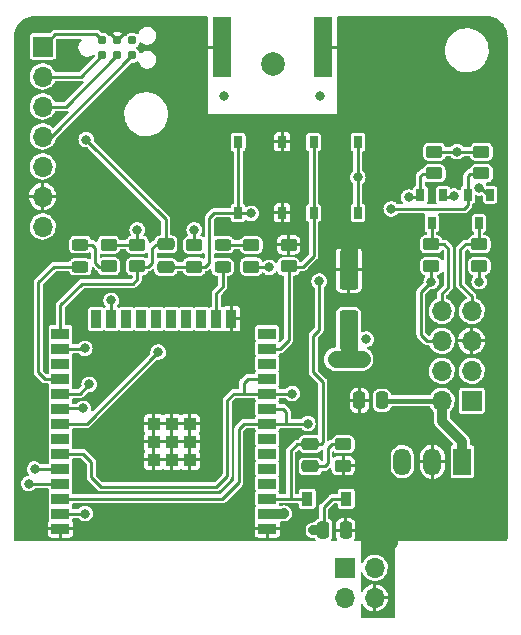
<source format=gtl>
G04 #@! TF.GenerationSoftware,KiCad,Pcbnew,(6.0.1-0)*
G04 #@! TF.CreationDate,2022-06-28T13:25:53+02:00*
G04 #@! TF.ProjectId,ithowifi_4l,6974686f-7769-4666-995f-346c2e6b6963,rev?*
G04 #@! TF.SameCoordinates,Original*
G04 #@! TF.FileFunction,Copper,L1,Top*
G04 #@! TF.FilePolarity,Positive*
%FSLAX46Y46*%
G04 Gerber Fmt 4.6, Leading zero omitted, Abs format (unit mm)*
G04 Created by KiCad (PCBNEW (6.0.1-0)) date 2022-06-28 13:25:53*
%MOMM*%
%LPD*%
G01*
G04 APERTURE LIST*
G04 Aperture macros list*
%AMRoundRect*
0 Rectangle with rounded corners*
0 $1 Rounding radius*
0 $2 $3 $4 $5 $6 $7 $8 $9 X,Y pos of 4 corners*
0 Add a 4 corners polygon primitive as box body*
4,1,4,$2,$3,$4,$5,$6,$7,$8,$9,$2,$3,0*
0 Add four circle primitives for the rounded corners*
1,1,$1+$1,$2,$3*
1,1,$1+$1,$4,$5*
1,1,$1+$1,$6,$7*
1,1,$1+$1,$8,$9*
0 Add four rect primitives between the rounded corners*
20,1,$1+$1,$2,$3,$4,$5,0*
20,1,$1+$1,$4,$5,$6,$7,0*
20,1,$1+$1,$6,$7,$8,$9,0*
20,1,$1+$1,$8,$9,$2,$3,0*%
G04 Aperture macros list end*
G04 #@! TA.AperFunction,ComponentPad*
%ADD10R,1.500000X2.300000*%
G04 #@! TD*
G04 #@! TA.AperFunction,ComponentPad*
%ADD11O,1.500000X2.300000*%
G04 #@! TD*
G04 #@! TA.AperFunction,SMDPad,CuDef*
%ADD12R,0.700000X1.000000*%
G04 #@! TD*
G04 #@! TA.AperFunction,SMDPad,CuDef*
%ADD13RoundRect,0.250000X-0.450000X0.262500X-0.450000X-0.262500X0.450000X-0.262500X0.450000X0.262500X0*%
G04 #@! TD*
G04 #@! TA.AperFunction,ComponentPad*
%ADD14R,1.700000X1.700000*%
G04 #@! TD*
G04 #@! TA.AperFunction,ComponentPad*
%ADD15O,1.700000X1.700000*%
G04 #@! TD*
G04 #@! TA.AperFunction,SMDPad,CuDef*
%ADD16R,1.500000X0.900000*%
G04 #@! TD*
G04 #@! TA.AperFunction,SMDPad,CuDef*
%ADD17R,0.900000X1.500000*%
G04 #@! TD*
G04 #@! TA.AperFunction,SMDPad,CuDef*
%ADD18R,1.050000X1.050000*%
G04 #@! TD*
G04 #@! TA.AperFunction,SMDPad,CuDef*
%ADD19RoundRect,0.243750X0.456250X-0.243750X0.456250X0.243750X-0.456250X0.243750X-0.456250X-0.243750X0*%
G04 #@! TD*
G04 #@! TA.AperFunction,SMDPad,CuDef*
%ADD20C,0.787400*%
G04 #@! TD*
G04 #@! TA.AperFunction,SMDPad,CuDef*
%ADD21R,0.750000X1.000000*%
G04 #@! TD*
G04 #@! TA.AperFunction,SMDPad,CuDef*
%ADD22RoundRect,0.250000X0.250000X0.475000X-0.250000X0.475000X-0.250000X-0.475000X0.250000X-0.475000X0*%
G04 #@! TD*
G04 #@! TA.AperFunction,SMDPad,CuDef*
%ADD23RoundRect,0.250000X0.450000X-0.262500X0.450000X0.262500X-0.450000X0.262500X-0.450000X-0.262500X0*%
G04 #@! TD*
G04 #@! TA.AperFunction,SMDPad,CuDef*
%ADD24RoundRect,0.250000X0.475000X-0.250000X0.475000X0.250000X-0.475000X0.250000X-0.475000X-0.250000X0*%
G04 #@! TD*
G04 #@! TA.AperFunction,SMDPad,CuDef*
%ADD25RoundRect,0.250000X0.550000X-1.412500X0.550000X1.412500X-0.550000X1.412500X-0.550000X-1.412500X0*%
G04 #@! TD*
G04 #@! TA.AperFunction,SMDPad,CuDef*
%ADD26RoundRect,0.250000X-0.250000X-0.475000X0.250000X-0.475000X0.250000X0.475000X-0.250000X0.475000X0*%
G04 #@! TD*
G04 #@! TA.AperFunction,SMDPad,CuDef*
%ADD27R,0.900000X1.200000*%
G04 #@! TD*
G04 #@! TA.AperFunction,ComponentPad*
%ADD28C,2.000000*%
G04 #@! TD*
G04 #@! TA.AperFunction,SMDPad,CuDef*
%ADD29R,1.500000X5.080000*%
G04 #@! TD*
G04 #@! TA.AperFunction,ViaPad*
%ADD30C,0.800000*%
G04 #@! TD*
G04 #@! TA.AperFunction,Conductor*
%ADD31C,0.250000*%
G04 #@! TD*
G04 #@! TA.AperFunction,Conductor*
%ADD32C,1.473200*%
G04 #@! TD*
G04 #@! TA.AperFunction,Conductor*
%ADD33C,0.254000*%
G04 #@! TD*
G04 #@! TA.AperFunction,Conductor*
%ADD34C,0.812800*%
G04 #@! TD*
G04 #@! TA.AperFunction,Conductor*
%ADD35C,0.406400*%
G04 #@! TD*
G04 APERTURE END LIST*
D10*
X121259600Y-142951200D03*
D11*
X118719600Y-142951200D03*
X116179600Y-142951200D03*
D12*
X119608600Y-120339000D03*
X117708600Y-120339000D03*
X118658600Y-122739000D03*
D13*
X118872000Y-116711900D03*
X118872000Y-118536900D03*
D14*
X85725000Y-107797600D03*
D15*
X85725000Y-110337600D03*
X85725000Y-112877600D03*
X85725000Y-115417600D03*
X85725000Y-117957600D03*
X85725000Y-120497600D03*
X85725000Y-123037600D03*
D16*
X104727600Y-148613600D03*
X104727600Y-147343600D03*
X104727600Y-146073600D03*
X104727600Y-144803600D03*
X104727600Y-143533600D03*
X104727600Y-142263600D03*
X104727600Y-140993600D03*
X104727600Y-139723600D03*
X104727600Y-138453600D03*
X104727600Y-137183600D03*
X104727600Y-135913600D03*
X104727600Y-134643600D03*
X104727600Y-133373600D03*
X104727600Y-132103600D03*
D17*
X101697600Y-130853600D03*
X100427600Y-130853600D03*
X99157600Y-130853600D03*
X97887600Y-130853600D03*
X96617600Y-130853600D03*
X95347600Y-130853600D03*
X94077600Y-130853600D03*
X92807600Y-130853600D03*
X91537600Y-130853600D03*
X90267600Y-130853600D03*
D16*
X87227600Y-132103600D03*
X87227600Y-133373600D03*
X87227600Y-134643600D03*
X87227600Y-135913600D03*
X87227600Y-137183600D03*
X87227600Y-138453600D03*
X87227600Y-139723600D03*
X87227600Y-140993600D03*
X87227600Y-142263600D03*
X87227600Y-143533600D03*
X87227600Y-144803600D03*
X87227600Y-146073600D03*
X87227600Y-147343600D03*
X87227600Y-148613600D03*
D18*
X95132600Y-139748600D03*
X98182600Y-142798600D03*
X95132600Y-142798600D03*
X96657600Y-139748600D03*
X96657600Y-141273600D03*
X98182600Y-139748600D03*
X96657600Y-142798600D03*
X95132600Y-141273600D03*
X98182600Y-141273600D03*
D13*
X91313000Y-124588900D03*
X91313000Y-126413900D03*
X106536000Y-124597500D03*
X106536000Y-126422500D03*
X118618000Y-124548500D03*
X118618000Y-126373500D03*
D19*
X88900000Y-126438900D03*
X88900000Y-124563900D03*
D14*
X111292000Y-151928000D03*
D15*
X113832000Y-151928000D03*
X111292000Y-154468000D03*
X113832000Y-154468000D03*
D20*
X90766000Y-108536400D03*
X90766000Y-107266400D03*
X92036000Y-108536400D03*
X92036000Y-107266400D03*
X93306000Y-108536400D03*
X93306000Y-107266400D03*
D21*
X108665400Y-121872000D03*
X108665400Y-115872000D03*
X112415400Y-121872000D03*
X112415400Y-115872000D03*
D22*
X114432000Y-137768000D03*
X112532000Y-137768000D03*
D12*
X123606600Y-120339000D03*
X121706600Y-120339000D03*
X122656600Y-122739000D03*
D23*
X122859800Y-118536900D03*
X122859800Y-116711900D03*
D13*
X122682000Y-124548500D03*
X122682000Y-126373500D03*
D24*
X96139000Y-126451400D03*
X96139000Y-124551400D03*
D23*
X98552000Y-126428000D03*
X98552000Y-124603000D03*
D25*
X111632000Y-131768000D03*
X111632000Y-126693000D03*
D26*
X109486900Y-148751000D03*
X111386900Y-148751000D03*
D24*
X108377500Y-143351000D03*
X108377500Y-141451000D03*
D27*
X111425500Y-146084000D03*
X108125500Y-146084000D03*
D23*
X111171500Y-143290000D03*
X111171500Y-141465000D03*
D28*
X105182180Y-109251460D03*
D23*
X93726000Y-126413900D03*
X93726000Y-124588900D03*
X103378000Y-126428000D03*
X103378000Y-124603000D03*
D19*
X100965000Y-126453000D03*
X100965000Y-124578000D03*
D21*
X106015000Y-121872000D03*
X106015000Y-115872000D03*
X102265000Y-121872000D03*
X102265000Y-115872000D03*
D14*
X122047000Y-137795000D03*
D15*
X119507000Y-137795000D03*
X122047000Y-135255000D03*
X119507000Y-135255000D03*
X122047000Y-132715000D03*
X119507000Y-132715000D03*
X122047000Y-130175000D03*
X119507000Y-130175000D03*
D29*
X100931400Y-107848400D03*
X109431400Y-107848400D03*
D30*
X109220000Y-112014000D03*
X99187000Y-107442000D03*
X99187000Y-105918000D03*
X101092000Y-112014000D03*
X99187000Y-110871000D03*
X99187000Y-112522000D03*
X99187000Y-109093000D03*
X111125000Y-110871000D03*
X111125000Y-114173000D03*
X111125000Y-112522000D03*
X105918000Y-114173000D03*
X109220000Y-114173000D03*
X102489000Y-114173000D03*
X104140000Y-114173000D03*
X100965000Y-114173000D03*
X107569000Y-114173000D03*
X99187000Y-114173000D03*
X102432000Y-138568000D03*
X112032000Y-139368000D03*
X111632000Y-124168000D03*
X112732000Y-124168000D03*
X110532000Y-124168000D03*
X86741000Y-128270000D03*
X111125000Y-105918000D03*
X111125000Y-107442000D03*
X111125000Y-109093000D03*
X101727000Y-132715000D03*
X96647000Y-139750800D03*
X106172000Y-148590000D03*
X89154000Y-148590000D03*
X96647000Y-142798800D03*
X98171000Y-142798800D03*
X95148400Y-142798800D03*
X96647000Y-141274800D03*
X95148400Y-141274800D03*
X95148400Y-139750800D03*
X98171000Y-139750800D03*
X98171000Y-141274800D03*
X122682000Y-127698500D03*
X118618000Y-127698500D03*
X106172000Y-147320000D03*
X111632000Y-134268000D03*
X112732000Y-134268000D03*
X110532000Y-134268000D03*
X122682000Y-119761000D03*
X108631500Y-148751000D03*
X112395000Y-118872000D03*
X98552000Y-123317000D03*
X93726000Y-123317000D03*
X104902000Y-126492000D03*
X113132002Y-132568000D03*
X120813090Y-116686900D03*
X120532000Y-120468000D03*
X89407998Y-115671600D03*
X89309400Y-147345400D03*
X95504000Y-133668000D03*
X89154000Y-138430000D03*
X89662000Y-136397998D03*
X89281000Y-133350000D03*
X85039200Y-143560804D03*
X84531209Y-144805391D03*
X106849400Y-137185400D03*
X115232000Y-121538998D03*
X108174600Y-139725400D03*
X116697000Y-120539000D03*
X103378008Y-121920000D03*
X109132000Y-127668006D03*
X91524600Y-129294600D03*
D31*
X99593400Y-107848400D02*
X99187000Y-107442000D01*
X100931400Y-107848400D02*
X99593400Y-107848400D01*
D32*
X112732000Y-124168000D02*
X110532000Y-124168000D01*
D31*
X110718600Y-107848400D02*
X111125000Y-107442000D01*
X109431400Y-107848400D02*
X110718600Y-107848400D01*
D32*
X111632000Y-126693000D02*
X111632000Y-124168000D01*
D33*
X122682000Y-126398500D02*
X122682000Y-127698500D01*
X118618000Y-127698500D02*
X118618000Y-126398500D01*
X117748500Y-128568000D02*
X117748500Y-132184500D01*
X118279000Y-132715000D02*
X119507000Y-132715000D01*
X118618000Y-127698500D02*
X117748500Y-128568000D01*
X117748500Y-132184500D02*
X118279000Y-132715000D01*
X122682000Y-119761000D02*
X122828600Y-119761000D01*
D34*
X109499400Y-148751000D02*
X108634800Y-148751000D01*
D33*
X93726000Y-124563900D02*
X93726000Y-123317000D01*
D32*
X112732000Y-134268000D02*
X110532000Y-134268000D01*
D31*
X86424800Y-115417600D02*
X93306000Y-108536400D01*
D33*
X91313000Y-124563900D02*
X93726000Y-124563900D01*
D34*
X106148400Y-147343600D02*
X106172000Y-147320000D01*
X104727600Y-147343600D02*
X106148400Y-147343600D01*
D33*
X118872000Y-116686900D02*
X120813090Y-116686900D01*
X104902000Y-126492000D02*
X103417000Y-126492000D01*
X120461000Y-120539000D02*
X120532000Y-120468000D01*
X98552000Y-124578000D02*
X98552000Y-123317000D01*
X112415400Y-121872000D02*
X112415400Y-115872000D01*
D32*
X111632000Y-131768000D02*
X111632000Y-134268000D01*
D31*
X109499400Y-146803600D02*
X109499400Y-148751000D01*
X110219000Y-146084000D02*
X109499400Y-146803600D01*
D33*
X119608600Y-120539000D02*
X120461000Y-120539000D01*
X122859800Y-116686900D02*
X120813090Y-116686900D01*
D31*
X111425500Y-146084000D02*
X110219000Y-146084000D01*
D33*
X122828600Y-119761000D02*
X123606600Y-120539000D01*
D31*
X85725000Y-115417600D02*
X86424800Y-115417600D01*
D33*
X103417000Y-126492000D02*
X103378000Y-126453000D01*
X122656600Y-122539000D02*
X122656600Y-124498100D01*
X122656600Y-124498100D02*
X122682000Y-124523500D01*
X121539000Y-124523500D02*
X121094500Y-124968000D01*
X122682000Y-124523500D02*
X121539000Y-124523500D01*
X121094500Y-127952500D02*
X122047000Y-128905000D01*
X121094500Y-124968000D02*
X121094500Y-127952500D01*
X122047000Y-128905000D02*
X122047000Y-130175000D01*
X118658600Y-122539000D02*
X118658600Y-124482900D01*
X119697500Y-124523500D02*
X120078500Y-124904500D01*
X119507000Y-128714500D02*
X119507000Y-130175000D01*
X120078500Y-124904500D02*
X120078500Y-128143000D01*
X118618000Y-124523500D02*
X119697500Y-124523500D01*
X120078500Y-128143000D02*
X119507000Y-128714500D01*
X118658600Y-124482900D02*
X118618000Y-124523500D01*
X93345000Y-127889000D02*
X89027000Y-127889000D01*
X96139000Y-124563900D02*
X95273100Y-124563900D01*
X95273100Y-124563900D02*
X94996000Y-124841000D01*
X94668100Y-126438900D02*
X93726000Y-126438900D01*
X93726000Y-127508000D02*
X93345000Y-127889000D01*
X94996000Y-124841000D02*
X94996000Y-126111000D01*
X87227600Y-129688400D02*
X87227600Y-132103600D01*
X96139000Y-122402602D02*
X89407998Y-115671600D01*
D31*
X86754600Y-106768000D02*
X85725000Y-107797600D01*
X90766000Y-107266400D02*
X90267600Y-106768000D01*
D33*
X89027000Y-127889000D02*
X87227600Y-129688400D01*
X96139000Y-124563900D02*
X96139000Y-122402602D01*
D31*
X90267600Y-106768000D02*
X86754600Y-106768000D01*
D33*
X94996000Y-126111000D02*
X94668100Y-126438900D01*
X93726000Y-126438900D02*
X93726000Y-127508000D01*
X87229400Y-147345400D02*
X89309400Y-147345400D01*
X87227600Y-147343600D02*
X87229400Y-147345400D01*
X89446600Y-139725400D02*
X95504000Y-133668000D01*
X87477600Y-139725400D02*
X89446600Y-139725400D01*
X89154000Y-138430000D02*
X87251200Y-138430000D01*
X87251200Y-138430000D02*
X87227600Y-138453600D01*
X87227600Y-137183600D02*
X88876398Y-137183600D01*
X88876398Y-137183600D02*
X89662000Y-136397998D01*
X89257400Y-133373600D02*
X89281000Y-133350000D01*
X87227600Y-133373600D02*
X89257400Y-133373600D01*
D31*
X87694800Y-112877600D02*
X91964932Y-108607468D01*
D33*
X87227600Y-143533600D02*
X85066404Y-143533600D01*
D31*
X85725000Y-112877600D02*
X87694800Y-112877600D01*
D33*
X87225809Y-144805391D02*
X84531209Y-144805391D01*
D31*
X85725000Y-110337600D02*
X88964800Y-110337600D01*
D33*
X87227600Y-144803600D02*
X87225809Y-144805391D01*
D31*
X88964800Y-110337600D02*
X90766000Y-108536400D01*
D33*
X90170000Y-126111000D02*
X90497900Y-126438900D01*
X88900000Y-124563900D02*
X89892900Y-124563900D01*
X90170000Y-124841000D02*
X90170000Y-126111000D01*
X90497900Y-126438900D02*
X91313000Y-126438900D01*
X89892900Y-124563900D02*
X90170000Y-124841000D01*
X100965000Y-124578000D02*
X103378000Y-124578000D01*
X121706600Y-120539000D02*
X121706600Y-118755200D01*
X121706600Y-118755200D02*
X121899900Y-118561900D01*
X103086400Y-135913600D02*
X104727600Y-135913600D01*
X121899900Y-118561900D02*
X122859800Y-118561900D01*
X89832000Y-142968000D02*
X89832000Y-144268000D01*
X106847600Y-137183600D02*
X102733800Y-137183600D01*
X121706600Y-120539000D02*
X121706600Y-121243000D01*
X90632000Y-145068000D02*
X100432000Y-145068000D01*
X89127600Y-142263600D02*
X89832000Y-142968000D01*
X87227600Y-142263600D02*
X89127600Y-142263600D01*
X121706600Y-121243000D02*
X121410602Y-121538998D01*
X101332000Y-137768000D02*
X101914600Y-137185400D01*
X102733800Y-137183600D02*
X102732000Y-137185400D01*
X100432000Y-145068000D02*
X101332000Y-144168000D01*
X101332000Y-144168000D02*
X101332000Y-137768000D01*
X101914600Y-137185400D02*
X102732000Y-137185400D01*
X121410602Y-121538998D02*
X115232000Y-121538998D01*
X102732000Y-136268000D02*
X103086400Y-135913600D01*
X89832000Y-144268000D02*
X90632000Y-145068000D01*
X106849400Y-137185400D02*
X106847600Y-137183600D01*
X102732000Y-137185400D02*
X102732000Y-136268000D01*
X102776400Y-139723600D02*
X104727600Y-139723600D01*
X102332000Y-140168000D02*
X102776400Y-139723600D01*
X104729400Y-139725400D02*
X106324400Y-139725400D01*
X106324400Y-139725400D02*
X106324400Y-138709400D01*
X117708600Y-118740000D02*
X117708600Y-120539000D01*
X102332000Y-144668000D02*
X102332000Y-140168000D01*
X100924600Y-146075400D02*
X102332000Y-144668000D01*
X117708600Y-120539000D02*
X116697000Y-120539000D01*
X106324400Y-138709400D02*
X106068600Y-138453600D01*
X118872000Y-118561900D02*
X117886700Y-118561900D01*
X106324400Y-139725400D02*
X108174600Y-139725400D01*
X87477600Y-146075400D02*
X100924600Y-146075400D01*
X104727600Y-139723600D02*
X104729400Y-139725400D01*
X117886700Y-118561900D02*
X117708600Y-118740000D01*
X106068600Y-138453600D02*
X104727600Y-138453600D01*
X108665400Y-125522600D02*
X107740500Y-126447500D01*
X108665400Y-121872000D02*
X108665400Y-125522600D01*
X107740500Y-126447500D02*
X106536000Y-126447500D01*
X108665400Y-121872000D02*
X108665400Y-115872000D01*
X105826400Y-133373600D02*
X104727600Y-133373600D01*
X106536000Y-132664000D02*
X105826400Y-133373600D01*
X106536000Y-126447500D02*
X106536000Y-132664000D01*
D35*
X114459000Y-137795000D02*
X114432000Y-137768000D01*
D34*
X121259600Y-141262100D02*
X119507000Y-139509500D01*
D35*
X119507000Y-137795000D02*
X114459000Y-137795000D01*
D34*
X119507000Y-139509500D02*
X119507000Y-137795000D01*
X121259600Y-142951200D02*
X121259600Y-141262100D01*
D33*
X96139000Y-126438900D02*
X98537900Y-126438900D01*
X109432000Y-136168000D02*
X108632000Y-135368000D01*
D31*
X106717900Y-142028600D02*
X106717900Y-146075400D01*
D33*
X108632000Y-135368000D02*
X108632000Y-132268000D01*
X108632000Y-132268000D02*
X109132000Y-131768000D01*
X100251000Y-121872000D02*
X102265000Y-121872000D01*
D31*
X104727600Y-146073600D02*
X104729400Y-146075400D01*
D33*
X98552000Y-126453000D02*
X99480000Y-126453000D01*
D31*
X108116900Y-146075400D02*
X108125500Y-146084000D01*
D33*
X98537900Y-126438900D02*
X98552000Y-126453000D01*
X102265000Y-121872000D02*
X102265000Y-115872000D01*
D31*
X106717900Y-146075400D02*
X108116900Y-146075400D01*
X109432000Y-141283000D02*
X109264000Y-141451000D01*
D33*
X109132000Y-131768000D02*
X109132000Y-127668006D01*
D31*
X108377500Y-141451000D02*
X107295500Y-141451000D01*
D33*
X102265000Y-121872000D02*
X103330008Y-121872000D01*
D31*
X107295500Y-141451000D02*
X106717900Y-142028600D01*
X109264000Y-141451000D02*
X108377500Y-141451000D01*
D33*
X99822000Y-126111000D02*
X99822000Y-122301000D01*
D31*
X104729400Y-146075400D02*
X106717900Y-146075400D01*
X109432000Y-136168000D02*
X109432000Y-141283000D01*
D33*
X103330008Y-121872000D02*
X103378008Y-121920000D01*
X99480000Y-126453000D02*
X99822000Y-126111000D01*
X99822000Y-122301000D02*
X100251000Y-121872000D01*
D31*
X110202500Y-141465000D02*
X111171500Y-141465000D01*
X109586500Y-143351000D02*
X109838000Y-143099500D01*
X108377500Y-143351000D02*
X109586500Y-143351000D01*
X109838000Y-141829500D02*
X110202500Y-141465000D01*
X109838000Y-143099500D02*
X109838000Y-141829500D01*
X91524600Y-130840600D02*
X91537600Y-130853600D01*
X91524600Y-129294600D02*
X91524600Y-130840600D01*
D33*
X100427600Y-130853600D02*
X100427600Y-128680400D01*
X100427600Y-128680400D02*
X100965000Y-128143000D01*
X100965000Y-128143000D02*
X100965000Y-126453000D01*
X85344000Y-127762000D02*
X86667100Y-126438900D01*
X85875600Y-135913600D02*
X85344000Y-135382000D01*
X85344000Y-135382000D02*
X85344000Y-127762000D01*
X87227600Y-135913600D02*
X85875600Y-135913600D01*
X86667100Y-126438900D02*
X88900000Y-126438900D01*
G04 #@! TA.AperFunction,Conductor*
G36*
X99653531Y-105241213D02*
G01*
X99690076Y-105291513D01*
X99695000Y-105322600D01*
X99695000Y-113538000D01*
X110617000Y-113538000D01*
X110617000Y-108162186D01*
X119771018Y-108162186D01*
X119771364Y-108165812D01*
X119771364Y-108165815D01*
X119788770Y-108348253D01*
X119796579Y-108430100D01*
X119797443Y-108433631D01*
X119797444Y-108433637D01*
X119848037Y-108640395D01*
X119860547Y-108691518D01*
X119861914Y-108694893D01*
X119960217Y-108937592D01*
X119960220Y-108937599D01*
X119961583Y-108940963D01*
X119963421Y-108944103D01*
X119963423Y-108944106D01*
X119983488Y-108978374D01*
X120097569Y-109173210D01*
X120179577Y-109275756D01*
X120212761Y-109317250D01*
X120265658Y-109383395D01*
X120268320Y-109385881D01*
X120268323Y-109385885D01*
X120345080Y-109457587D01*
X120462327Y-109567113D01*
X120465317Y-109569187D01*
X120465318Y-109569188D01*
X120680461Y-109718438D01*
X120680465Y-109718440D01*
X120683457Y-109720516D01*
X120686719Y-109722139D01*
X120686721Y-109722140D01*
X120717693Y-109737548D01*
X120924416Y-109840391D01*
X120927874Y-109841525D01*
X120927875Y-109841525D01*
X121176693Y-109923092D01*
X121176696Y-109923093D01*
X121180156Y-109924227D01*
X121183750Y-109924851D01*
X121442299Y-109969743D01*
X121442305Y-109969744D01*
X121445319Y-109970267D01*
X121481922Y-109972089D01*
X121529116Y-109974439D01*
X121529129Y-109974439D01*
X121530348Y-109974500D01*
X121698374Y-109974500D01*
X121700188Y-109974368D01*
X121700199Y-109974368D01*
X121894788Y-109960249D01*
X121894790Y-109960249D01*
X121898425Y-109959985D01*
X121901983Y-109959199D01*
X121901986Y-109959199D01*
X122157667Y-109902749D01*
X122157670Y-109902748D01*
X122161226Y-109901963D01*
X122328025Y-109838769D01*
X122409501Y-109807901D01*
X122409504Y-109807900D01*
X122412900Y-109806613D01*
X122507017Y-109754336D01*
X122644989Y-109677699D01*
X122648172Y-109675931D01*
X122755008Y-109594396D01*
X122859210Y-109514872D01*
X122859212Y-109514870D01*
X122862116Y-109512654D01*
X122997809Y-109373847D01*
X123047696Y-109322815D01*
X123047699Y-109322812D01*
X123050249Y-109320203D01*
X123052395Y-109317255D01*
X123052399Y-109317250D01*
X123159533Y-109170062D01*
X123208630Y-109102610D01*
X123333941Y-108864433D01*
X123372537Y-108755139D01*
X123422345Y-108614095D01*
X123422346Y-108614091D01*
X123423557Y-108610662D01*
X123475601Y-108346611D01*
X123488982Y-108077814D01*
X123488057Y-108068113D01*
X123463767Y-107813525D01*
X123463767Y-107813523D01*
X123463421Y-107809900D01*
X123461851Y-107803481D01*
X123400319Y-107552021D01*
X123399453Y-107548482D01*
X123385262Y-107513445D01*
X123299783Y-107302408D01*
X123299780Y-107302401D01*
X123298417Y-107299037D01*
X123286795Y-107279187D01*
X123184227Y-107104015D01*
X123162431Y-107066790D01*
X123051022Y-106927480D01*
X122996619Y-106859452D01*
X122996618Y-106859450D01*
X122994342Y-106856605D01*
X122991680Y-106854119D01*
X122991677Y-106854115D01*
X122863369Y-106734257D01*
X122797673Y-106672887D01*
X122768967Y-106652973D01*
X122579539Y-106521562D01*
X122579535Y-106521560D01*
X122576543Y-106519484D01*
X122571056Y-106516754D01*
X122466137Y-106464558D01*
X122335584Y-106399609D01*
X122332125Y-106398475D01*
X122083307Y-106316908D01*
X122083304Y-106316907D01*
X122079844Y-106315773D01*
X122006596Y-106303055D01*
X121817701Y-106270257D01*
X121817695Y-106270256D01*
X121814681Y-106269733D01*
X121778078Y-106267911D01*
X121730884Y-106265561D01*
X121730871Y-106265561D01*
X121729652Y-106265500D01*
X121561626Y-106265500D01*
X121559812Y-106265632D01*
X121559801Y-106265632D01*
X121365212Y-106279751D01*
X121365210Y-106279751D01*
X121361575Y-106280015D01*
X121358017Y-106280801D01*
X121358014Y-106280801D01*
X121102333Y-106337251D01*
X121102330Y-106337252D01*
X121098774Y-106338037D01*
X121095369Y-106339327D01*
X120850499Y-106432099D01*
X120850496Y-106432100D01*
X120847100Y-106433387D01*
X120843924Y-106435151D01*
X120843922Y-106435152D01*
X120717479Y-106505385D01*
X120611828Y-106564069D01*
X120605563Y-106568850D01*
X120417357Y-106712485D01*
X120397884Y-106727346D01*
X120395328Y-106729961D01*
X120236699Y-106892231D01*
X120209751Y-106919797D01*
X120207605Y-106922745D01*
X120207601Y-106922750D01*
X120163529Y-106983299D01*
X120051370Y-107137390D01*
X119926059Y-107375567D01*
X119924846Y-107379001D01*
X119924845Y-107379004D01*
X119840425Y-107618063D01*
X119836443Y-107629338D01*
X119784399Y-107893389D01*
X119771018Y-108162186D01*
X110617000Y-108162186D01*
X110617000Y-105322600D01*
X110636213Y-105263469D01*
X110686513Y-105226924D01*
X110717600Y-105222000D01*
X123297076Y-105222000D01*
X123316701Y-105223933D01*
X123332000Y-105226976D01*
X123341718Y-105225043D01*
X123351626Y-105225043D01*
X123351626Y-105225051D01*
X123363913Y-105224283D01*
X123573308Y-105239259D01*
X123587515Y-105241302D01*
X123816876Y-105291196D01*
X123830648Y-105295240D01*
X124050574Y-105377268D01*
X124063627Y-105383229D01*
X124269655Y-105495729D01*
X124281717Y-105503482D01*
X124469623Y-105644146D01*
X124480471Y-105653545D01*
X124646455Y-105819529D01*
X124655854Y-105830377D01*
X124796516Y-106018279D01*
X124804271Y-106030345D01*
X124904340Y-106213606D01*
X124916770Y-106236370D01*
X124922732Y-106249426D01*
X125004760Y-106469352D01*
X125008804Y-106483124D01*
X125058698Y-106712485D01*
X125060741Y-106726692D01*
X125075717Y-106936087D01*
X125074949Y-106948374D01*
X125074957Y-106948374D01*
X125074957Y-106958282D01*
X125073024Y-106968000D01*
X125074957Y-106977718D01*
X125076067Y-106983299D01*
X125078000Y-107002924D01*
X125078000Y-149433075D01*
X125076067Y-149452701D01*
X125073024Y-149467999D01*
X125074957Y-149477718D01*
X125074957Y-149479291D01*
X125073718Y-149495029D01*
X125068451Y-149528283D01*
X125058725Y-149558216D01*
X125038252Y-149598397D01*
X125019752Y-149623861D01*
X125005078Y-149638535D01*
X124949680Y-149666761D01*
X124933943Y-149668000D01*
X115832000Y-149668000D01*
X115832000Y-149855540D01*
X115812787Y-149914671D01*
X115802532Y-149926678D01*
X115800086Y-149929124D01*
X115796262Y-149932262D01*
X115702039Y-150047073D01*
X115632025Y-150178061D01*
X115588910Y-150320190D01*
X115588426Y-150325106D01*
X115588425Y-150325110D01*
X115576139Y-150449862D01*
X115574958Y-150457823D01*
X115574958Y-150458278D01*
X115573024Y-150467999D01*
X115574957Y-150477717D01*
X115574957Y-150477719D01*
X115576067Y-150483298D01*
X115578000Y-150502923D01*
X115578000Y-155933075D01*
X115576067Y-155952701D01*
X115573024Y-155967999D01*
X115574957Y-155977718D01*
X115574957Y-155979291D01*
X115573718Y-155995029D01*
X115568451Y-156028283D01*
X115558725Y-156058216D01*
X115538252Y-156098397D01*
X115519752Y-156123861D01*
X115487861Y-156155752D01*
X115462397Y-156174252D01*
X115422216Y-156194725D01*
X115392283Y-156204451D01*
X115359029Y-156209718D01*
X115343291Y-156210957D01*
X115341718Y-156210957D01*
X115331999Y-156209024D01*
X115322281Y-156210957D01*
X115316701Y-156212067D01*
X115297075Y-156214000D01*
X112732600Y-156214000D01*
X112673469Y-156194787D01*
X112636924Y-156144487D01*
X112632000Y-156113400D01*
X112632000Y-155082028D01*
X112651213Y-155022897D01*
X112701513Y-154986352D01*
X112763687Y-154986352D01*
X112813987Y-155022897D01*
X112823959Y-155039911D01*
X112825700Y-155043687D01*
X112830289Y-155051635D01*
X112947456Y-155217424D01*
X112953428Y-155224416D01*
X113098846Y-155366077D01*
X113105982Y-155371855D01*
X113274782Y-155484644D01*
X113282857Y-155489027D01*
X113469379Y-155569164D01*
X113478118Y-155572003D01*
X113676123Y-155616807D01*
X113685233Y-155618006D01*
X113689079Y-155618157D01*
X113702124Y-155614478D01*
X113704779Y-155611110D01*
X113705000Y-155609873D01*
X113705000Y-155600611D01*
X113959000Y-155600611D01*
X113963188Y-155613501D01*
X113964378Y-155614365D01*
X113970453Y-155614883D01*
X114098176Y-155596364D01*
X114107103Y-155594221D01*
X114299349Y-155528963D01*
X114307733Y-155525230D01*
X114484865Y-155426031D01*
X114492433Y-155420830D01*
X114648518Y-155291015D01*
X114655015Y-155284518D01*
X114784830Y-155128433D01*
X114790031Y-155120865D01*
X114889230Y-154943733D01*
X114892963Y-154935349D01*
X114958221Y-154743103D01*
X114960364Y-154734176D01*
X114978258Y-154610768D01*
X114975963Y-154597411D01*
X114974909Y-154596385D01*
X114968969Y-154595000D01*
X113974933Y-154595000D01*
X113962043Y-154599188D01*
X113959000Y-154603377D01*
X113959000Y-155600611D01*
X113705000Y-155600611D01*
X113705000Y-154325067D01*
X113959000Y-154325067D01*
X113963188Y-154337957D01*
X113967377Y-154341000D01*
X114964144Y-154341000D01*
X114977034Y-154336812D01*
X114978729Y-154334479D01*
X114979140Y-154330801D01*
X114972749Y-154261241D01*
X114971076Y-154252219D01*
X114915968Y-154056821D01*
X114912677Y-154048247D01*
X114822886Y-153866168D01*
X114818091Y-153858343D01*
X114696618Y-153695672D01*
X114690473Y-153688847D01*
X114541397Y-153551043D01*
X114534108Y-153545449D01*
X114362415Y-153437120D01*
X114354228Y-153432948D01*
X114165668Y-153357720D01*
X114156867Y-153355113D01*
X113974628Y-153318863D01*
X113961168Y-153320456D01*
X113961134Y-153320487D01*
X113959000Y-153328665D01*
X113959000Y-154325067D01*
X113705000Y-154325067D01*
X113705000Y-153333948D01*
X113700812Y-153321058D01*
X113700197Y-153320611D01*
X113692937Y-153320088D01*
X113536380Y-153346989D01*
X113527508Y-153349366D01*
X113337047Y-153419631D01*
X113328748Y-153423590D01*
X113154282Y-153527386D01*
X113146850Y-153532786D01*
X112994216Y-153666642D01*
X112987895Y-153673303D01*
X112862208Y-153832737D01*
X112857208Y-153840436D01*
X112821630Y-153908058D01*
X112777094Y-153951443D01*
X112715563Y-153960364D01*
X112660540Y-153931415D01*
X112633041Y-153875652D01*
X112632000Y-153861217D01*
X112632000Y-152421875D01*
X112651213Y-152362744D01*
X112701513Y-152326199D01*
X112763687Y-152326199D01*
X112813987Y-152362744D01*
X112823958Y-152379757D01*
X112871377Y-152482616D01*
X112988533Y-152648389D01*
X113133938Y-152790035D01*
X113137774Y-152792598D01*
X113137775Y-152792599D01*
X113207517Y-152839199D01*
X113302720Y-152902812D01*
X113306956Y-152904632D01*
X113306958Y-152904633D01*
X113439283Y-152961484D01*
X113489228Y-152982942D01*
X113587161Y-153005102D01*
X113682716Y-153026724D01*
X113682719Y-153026724D01*
X113687216Y-153027742D01*
X113788635Y-153031727D01*
X113885444Y-153035531D01*
X113885445Y-153035531D01*
X113890053Y-153035712D01*
X113894610Y-153035051D01*
X113894615Y-153035051D01*
X113990499Y-153021148D01*
X114090945Y-153006584D01*
X114283165Y-152941334D01*
X114460276Y-152842147D01*
X114507265Y-152803067D01*
X114612798Y-152715295D01*
X114616345Y-152712345D01*
X114627737Y-152698648D01*
X114743199Y-152559821D01*
X114743201Y-152559818D01*
X114746147Y-152556276D01*
X114845334Y-152379165D01*
X114910584Y-152186945D01*
X114939712Y-151986053D01*
X114941232Y-151928000D01*
X114922658Y-151725859D01*
X114867557Y-151530487D01*
X114777776Y-151348428D01*
X114656320Y-151185779D01*
X114507258Y-151047987D01*
X114503362Y-151045529D01*
X114503357Y-151045525D01*
X114397443Y-150978699D01*
X114335581Y-150939667D01*
X114147039Y-150864446D01*
X113947946Y-150824844D01*
X113845351Y-150823501D01*
X113749585Y-150822247D01*
X113749581Y-150822247D01*
X113744971Y-150822187D01*
X113544910Y-150856564D01*
X113540588Y-150858158D01*
X113540586Y-150858159D01*
X113358791Y-150925227D01*
X113358788Y-150925228D01*
X113354463Y-150926824D01*
X113180010Y-151030612D01*
X113176544Y-151033651D01*
X113176542Y-151033653D01*
X113030859Y-151161414D01*
X113030856Y-151161417D01*
X113027392Y-151164455D01*
X112901720Y-151323869D01*
X112899574Y-151327948D01*
X112821630Y-151476094D01*
X112777094Y-151519479D01*
X112715563Y-151528400D01*
X112660540Y-151499451D01*
X112633041Y-151443688D01*
X112632000Y-151429253D01*
X112632000Y-149668000D01*
X112200627Y-149668000D01*
X112141496Y-149648787D01*
X112104951Y-149598487D01*
X112104951Y-149536313D01*
X112117430Y-149512440D01*
X112117279Y-149512355D01*
X112119989Y-149507545D01*
X112120493Y-149506581D01*
X112120645Y-149506380D01*
X112127320Y-149494533D01*
X112178372Y-149365592D01*
X112181527Y-149353168D01*
X112191336Y-149272108D01*
X112191700Y-149266081D01*
X112191700Y-148893933D01*
X112187512Y-148881043D01*
X112183323Y-148878000D01*
X110598033Y-148878000D01*
X110585143Y-148882188D01*
X110582100Y-148886377D01*
X110582100Y-149266081D01*
X110582464Y-149272108D01*
X110592273Y-149353168D01*
X110595428Y-149365592D01*
X110646480Y-149494533D01*
X110653155Y-149506380D01*
X110653307Y-149506581D01*
X110653370Y-149506763D01*
X110656521Y-149512355D01*
X110655515Y-149512922D01*
X110673751Y-149565298D01*
X110655778Y-149624818D01*
X110606252Y-149662406D01*
X110573173Y-149668000D01*
X110237264Y-149668000D01*
X110178133Y-149648787D01*
X110141588Y-149598487D01*
X110141588Y-149536313D01*
X110156763Y-149507068D01*
X110166157Y-149494533D01*
X110183971Y-149470764D01*
X110234698Y-149335448D01*
X110239807Y-149288419D01*
X110241107Y-149276456D01*
X110241107Y-149276450D01*
X110241400Y-149273756D01*
X110241400Y-148608067D01*
X110582100Y-148608067D01*
X110586288Y-148620957D01*
X110590477Y-148624000D01*
X111243967Y-148624000D01*
X111256857Y-148619812D01*
X111259900Y-148615623D01*
X111259900Y-148608067D01*
X111513900Y-148608067D01*
X111518088Y-148620957D01*
X111522277Y-148624000D01*
X112175767Y-148624000D01*
X112188657Y-148619812D01*
X112191700Y-148615623D01*
X112191700Y-148235919D01*
X112191336Y-148229892D01*
X112181527Y-148148832D01*
X112178372Y-148136408D01*
X112127320Y-148007467D01*
X112120647Y-147995622D01*
X112037037Y-147885471D01*
X112027429Y-147875863D01*
X111917278Y-147792253D01*
X111905433Y-147785580D01*
X111776492Y-147734528D01*
X111764068Y-147731373D01*
X111683008Y-147721564D01*
X111676981Y-147721200D01*
X111529833Y-147721200D01*
X111516943Y-147725388D01*
X111513900Y-147729577D01*
X111513900Y-148608067D01*
X111259900Y-148608067D01*
X111259900Y-147737133D01*
X111255712Y-147724243D01*
X111251523Y-147721200D01*
X111096819Y-147721200D01*
X111090792Y-147721564D01*
X111009732Y-147731373D01*
X110997308Y-147734528D01*
X110868367Y-147785580D01*
X110856522Y-147792253D01*
X110746371Y-147875863D01*
X110736763Y-147885471D01*
X110653153Y-147995622D01*
X110646480Y-148007467D01*
X110595428Y-148136408D01*
X110592273Y-148148832D01*
X110582464Y-148229892D01*
X110582100Y-148235919D01*
X110582100Y-148608067D01*
X110241400Y-148608067D01*
X110241400Y-148228244D01*
X110234698Y-148166552D01*
X110183971Y-148031236D01*
X110097304Y-147915596D01*
X109981664Y-147828929D01*
X109944186Y-147814879D01*
X109895563Y-147776134D01*
X109878900Y-147720682D01*
X109878900Y-147002464D01*
X109898113Y-146943333D01*
X109908365Y-146931329D01*
X110346729Y-146492965D01*
X110402127Y-146464739D01*
X110417864Y-146463500D01*
X110620401Y-146463500D01*
X110679532Y-146482713D01*
X110716077Y-146533013D01*
X110721001Y-146564100D01*
X110721001Y-146709066D01*
X110728058Y-146744548D01*
X110732025Y-146764490D01*
X110735766Y-146783301D01*
X110741269Y-146791536D01*
X110741269Y-146791537D01*
X110756057Y-146813668D01*
X110792016Y-146867484D01*
X110800253Y-146872988D01*
X110815885Y-146883433D01*
X110876199Y-146923734D01*
X110914382Y-146931329D01*
X110945581Y-146937535D01*
X110945582Y-146937535D01*
X110950433Y-146938500D01*
X110955380Y-146938500D01*
X111425932Y-146938499D01*
X111900566Y-146938499D01*
X111936615Y-146931329D01*
X111965084Y-146925667D01*
X111965086Y-146925666D01*
X111974801Y-146923734D01*
X111992430Y-146911955D01*
X112050747Y-146872988D01*
X112058984Y-146867484D01*
X112115234Y-146783301D01*
X112126345Y-146727443D01*
X112129035Y-146713919D01*
X112129036Y-146713911D01*
X112130000Y-146709067D01*
X112129999Y-145458934D01*
X112121327Y-145415334D01*
X112117167Y-145394416D01*
X112117166Y-145394414D01*
X112115234Y-145384699D01*
X112109730Y-145376461D01*
X112064488Y-145308753D01*
X112058984Y-145300516D01*
X111974801Y-145244266D01*
X111926261Y-145234611D01*
X111905419Y-145230465D01*
X111905418Y-145230465D01*
X111900567Y-145229500D01*
X111895620Y-145229500D01*
X111425068Y-145229501D01*
X110950434Y-145229501D01*
X110916773Y-145236196D01*
X110885916Y-145242333D01*
X110885914Y-145242334D01*
X110876199Y-145244266D01*
X110867964Y-145249769D01*
X110867963Y-145249769D01*
X110826271Y-145277627D01*
X110792016Y-145300516D01*
X110735766Y-145384699D01*
X110727606Y-145425720D01*
X110722261Y-145452596D01*
X110721000Y-145458933D01*
X110721000Y-145603900D01*
X110701787Y-145663031D01*
X110651487Y-145699576D01*
X110620400Y-145704500D01*
X110270216Y-145704500D01*
X110249042Y-145702246D01*
X110245253Y-145701430D01*
X110245252Y-145701430D01*
X110237124Y-145699680D01*
X110228869Y-145700657D01*
X110202290Y-145703803D01*
X110194501Y-145704262D01*
X110191622Y-145704500D01*
X110187476Y-145704500D01*
X110183386Y-145705181D01*
X110183384Y-145705181D01*
X110167840Y-145707768D01*
X110163147Y-145708436D01*
X110119918Y-145713552D01*
X110119915Y-145713553D01*
X110111659Y-145714530D01*
X110104646Y-145717898D01*
X110102051Y-145718719D01*
X110094374Y-145719996D01*
X110048751Y-145744613D01*
X110044526Y-145746766D01*
X110003480Y-145766476D01*
X109997768Y-145769219D01*
X109993492Y-145772814D01*
X109991947Y-145774359D01*
X109991019Y-145775210D01*
X109989199Y-145776745D01*
X109983186Y-145779990D01*
X109977542Y-145786096D01*
X109946266Y-145819930D01*
X109943528Y-145822778D01*
X109267271Y-146499035D01*
X109250705Y-146512414D01*
X109240460Y-146519029D01*
X109235313Y-146525559D01*
X109235311Y-146525560D01*
X109218748Y-146546571D01*
X109213570Y-146552399D01*
X109211698Y-146554608D01*
X109208762Y-146557544D01*
X109206351Y-146560918D01*
X109206350Y-146560919D01*
X109197178Y-146573754D01*
X109194332Y-146577543D01*
X109167392Y-146611716D01*
X109167391Y-146611718D01*
X109162244Y-146618247D01*
X109159668Y-146625582D01*
X109158412Y-146628000D01*
X109153886Y-146634334D01*
X109151505Y-146642297D01*
X109151503Y-146642300D01*
X109139021Y-146684039D01*
X109137566Y-146688518D01*
X109120382Y-146737451D01*
X109119900Y-146743016D01*
X109119900Y-146745182D01*
X109119845Y-146746457D01*
X109119644Y-146748834D01*
X109117687Y-146755378D01*
X109119108Y-146791537D01*
X109119822Y-146809719D01*
X109119900Y-146813668D01*
X109119900Y-147711310D01*
X109100687Y-147770441D01*
X109054616Y-147805506D01*
X108992136Y-147828929D01*
X108876496Y-147915596D01*
X108789829Y-148031236D01*
X108787352Y-148037844D01*
X108742139Y-148080451D01*
X108699147Y-148090100D01*
X108594688Y-148090100D01*
X108529534Y-148097984D01*
X108482017Y-148103734D01*
X108482015Y-148103735D01*
X108475995Y-148104463D01*
X108377271Y-148141768D01*
X108332027Y-148158864D01*
X108332025Y-148158865D01*
X108326359Y-148161006D01*
X108262582Y-148204839D01*
X108260914Y-148205700D01*
X108259372Y-148207046D01*
X108194529Y-148251611D01*
X108190497Y-148256137D01*
X108190493Y-148256140D01*
X108150737Y-148300761D01*
X108150158Y-148301335D01*
X108150168Y-148301344D01*
X108146111Y-148305850D01*
X108141539Y-148309838D01*
X108138052Y-148314799D01*
X108135200Y-148317967D01*
X108133532Y-148320073D01*
X108088117Y-148371045D01*
X108085279Y-148376405D01*
X108085277Y-148376408D01*
X108059296Y-148425478D01*
X108055052Y-148432403D01*
X108053936Y-148434484D01*
X108050450Y-148439444D01*
X108048248Y-148445091D01*
X108047942Y-148445662D01*
X108043686Y-148454960D01*
X108013265Y-148512415D01*
X108011787Y-148518301D01*
X107998989Y-148569251D01*
X107995149Y-148581283D01*
X107995109Y-148581385D01*
X107995108Y-148581390D01*
X107992906Y-148587037D01*
X107992115Y-148593044D01*
X107992114Y-148593049D01*
X107991884Y-148594799D01*
X107989714Y-148606176D01*
X107974296Y-148667559D01*
X107974264Y-148673616D01*
X107974264Y-148673618D01*
X107973997Y-148724594D01*
X107973139Y-148737186D01*
X107972229Y-148744096D01*
X107973184Y-148752743D01*
X107973790Y-148764294D01*
X107973458Y-148827520D01*
X107974874Y-148833416D01*
X107974874Y-148833420D01*
X107986756Y-148882910D01*
X107988928Y-148895353D01*
X107988946Y-148895519D01*
X107988948Y-148895527D01*
X107989613Y-148901553D01*
X107992330Y-148908979D01*
X107995674Y-148920056D01*
X108010801Y-148983063D01*
X108013583Y-148988453D01*
X108013584Y-148988456D01*
X108037589Y-149034966D01*
X108040959Y-149042643D01*
X108041969Y-149044626D01*
X108044053Y-149050319D01*
X108047435Y-149055351D01*
X108047674Y-149055821D01*
X108053016Y-149064853D01*
X108081385Y-149119818D01*
X108081387Y-149119821D01*
X108084168Y-149125209D01*
X108088155Y-149129779D01*
X108124451Y-149171386D01*
X108125060Y-149172179D01*
X108125061Y-149172178D01*
X108129026Y-149176771D01*
X108132408Y-149181805D01*
X108136893Y-149185885D01*
X108139558Y-149188973D01*
X108141715Y-149191176D01*
X108189324Y-149245752D01*
X108248025Y-149287008D01*
X108249576Y-149288419D01*
X108251585Y-149289510D01*
X108253126Y-149290593D01*
X108315233Y-149334243D01*
X108315237Y-149334245D01*
X108320197Y-149337731D01*
X108325846Y-149339934D01*
X108325849Y-149339935D01*
X108463578Y-149393633D01*
X108469234Y-149395838D01*
X108528952Y-149403700D01*
X108587977Y-149411471D01*
X108587984Y-149411471D01*
X108591239Y-149411900D01*
X108699147Y-149411900D01*
X108758278Y-149431113D01*
X108787347Y-149464144D01*
X108789829Y-149470764D01*
X108807643Y-149494533D01*
X108817037Y-149507068D01*
X108837125Y-149565908D01*
X108818791Y-149625318D01*
X108769039Y-149662605D01*
X108736536Y-149668000D01*
X83386600Y-149668000D01*
X83327469Y-149648787D01*
X83290924Y-149598487D01*
X83286000Y-149567400D01*
X83286000Y-149105897D01*
X86172800Y-149105897D01*
X86173153Y-149111857D01*
X86175070Y-149127961D01*
X86179028Y-149142362D01*
X86218284Y-149230741D01*
X86228628Y-149245793D01*
X86295841Y-149312889D01*
X86310912Y-149323207D01*
X86399347Y-149362304D01*
X86413779Y-149366239D01*
X86429405Y-149368061D01*
X86435242Y-149368400D01*
X87084667Y-149368400D01*
X87097557Y-149364212D01*
X87100600Y-149360023D01*
X87100600Y-149352467D01*
X87354600Y-149352467D01*
X87358788Y-149365357D01*
X87362977Y-149368400D01*
X88019897Y-149368400D01*
X88025857Y-149368047D01*
X88041961Y-149366130D01*
X88056362Y-149362172D01*
X88144741Y-149322916D01*
X88159793Y-149312572D01*
X88226889Y-149245359D01*
X88237207Y-149230288D01*
X88276304Y-149141853D01*
X88280239Y-149127421D01*
X88282061Y-149111795D01*
X88282400Y-149105958D01*
X88282400Y-149105897D01*
X103672800Y-149105897D01*
X103673153Y-149111857D01*
X103675070Y-149127961D01*
X103679028Y-149142362D01*
X103718284Y-149230741D01*
X103728628Y-149245793D01*
X103795841Y-149312889D01*
X103810912Y-149323207D01*
X103899347Y-149362304D01*
X103913779Y-149366239D01*
X103929405Y-149368061D01*
X103935242Y-149368400D01*
X104584667Y-149368400D01*
X104597557Y-149364212D01*
X104600600Y-149360023D01*
X104600600Y-149352467D01*
X104854600Y-149352467D01*
X104858788Y-149365357D01*
X104862977Y-149368400D01*
X105519897Y-149368400D01*
X105525857Y-149368047D01*
X105541961Y-149366130D01*
X105556362Y-149362172D01*
X105644741Y-149322916D01*
X105659793Y-149312572D01*
X105726889Y-149245359D01*
X105737207Y-149230288D01*
X105776304Y-149141853D01*
X105780239Y-149127421D01*
X105782061Y-149111795D01*
X105782400Y-149105958D01*
X105782400Y-148756533D01*
X105778212Y-148743643D01*
X105774023Y-148740600D01*
X104870533Y-148740600D01*
X104857643Y-148744788D01*
X104854600Y-148748977D01*
X104854600Y-149352467D01*
X104600600Y-149352467D01*
X104600600Y-148756533D01*
X104596412Y-148743643D01*
X104592223Y-148740600D01*
X103688733Y-148740600D01*
X103675843Y-148744788D01*
X103672800Y-148748977D01*
X103672800Y-149105897D01*
X88282400Y-149105897D01*
X88282400Y-148756533D01*
X88278212Y-148743643D01*
X88274023Y-148740600D01*
X87370533Y-148740600D01*
X87357643Y-148744788D01*
X87354600Y-148748977D01*
X87354600Y-149352467D01*
X87100600Y-149352467D01*
X87100600Y-148756533D01*
X87096412Y-148743643D01*
X87092223Y-148740600D01*
X86188733Y-148740600D01*
X86175843Y-148744788D01*
X86172800Y-148748977D01*
X86172800Y-149105897D01*
X83286000Y-149105897D01*
X83286000Y-144798487D01*
X83871938Y-144798487D01*
X83872603Y-144804511D01*
X83872603Y-144804515D01*
X83877412Y-144848068D01*
X83889322Y-144955944D01*
X83943762Y-145104710D01*
X84032117Y-145236196D01*
X84121970Y-145317955D01*
X84139000Y-145333451D01*
X84149285Y-145342810D01*
X84154612Y-145345702D01*
X84154613Y-145345703D01*
X84172530Y-145355431D01*
X84288502Y-145418399D01*
X84294372Y-145419939D01*
X84435864Y-145457059D01*
X84435865Y-145457059D01*
X84441731Y-145458598D01*
X84513925Y-145459732D01*
X84594061Y-145460991D01*
X84594063Y-145460991D01*
X84600125Y-145461086D01*
X84606036Y-145459732D01*
X84606038Y-145459732D01*
X84748631Y-145427074D01*
X84748634Y-145427073D01*
X84754541Y-145425720D01*
X84896064Y-145354542D01*
X84963015Y-145297361D01*
X85011914Y-145255597D01*
X85011916Y-145255595D01*
X85016523Y-145251660D01*
X85020061Y-145246737D01*
X85020066Y-145246731D01*
X85032960Y-145228787D01*
X85083068Y-145191979D01*
X85114655Y-145186891D01*
X86123370Y-145186891D01*
X86182501Y-145206104D01*
X86219046Y-145256404D01*
X86223101Y-145275791D01*
X86223101Y-145278666D01*
X86237866Y-145352901D01*
X86243368Y-145361135D01*
X86243370Y-145361140D01*
X86257783Y-145382710D01*
X86274659Y-145442550D01*
X86257783Y-145494490D01*
X86243372Y-145516058D01*
X86243371Y-145516060D01*
X86237866Y-145524299D01*
X86223100Y-145598533D01*
X86223101Y-146548666D01*
X86237866Y-146622901D01*
X86243368Y-146631135D01*
X86243370Y-146631140D01*
X86257783Y-146652710D01*
X86274659Y-146712550D01*
X86257783Y-146764490D01*
X86243372Y-146786058D01*
X86243371Y-146786060D01*
X86237866Y-146794299D01*
X86223100Y-146868533D01*
X86223101Y-147818666D01*
X86237866Y-147892901D01*
X86238132Y-147893299D01*
X86242540Y-147949347D01*
X86227728Y-147982692D01*
X86217994Y-147996909D01*
X86178896Y-148085347D01*
X86174961Y-148099779D01*
X86173139Y-148115405D01*
X86172800Y-148121242D01*
X86172800Y-148470667D01*
X86176988Y-148483557D01*
X86181177Y-148486600D01*
X88266467Y-148486600D01*
X88279357Y-148482412D01*
X88282400Y-148478223D01*
X88282400Y-148121303D01*
X88282047Y-148115343D01*
X88280130Y-148099239D01*
X88276172Y-148084838D01*
X88236916Y-147996460D01*
X88227564Y-147982851D01*
X88209908Y-147923237D01*
X88215899Y-147895048D01*
X88217334Y-147892901D01*
X88232100Y-147818667D01*
X88232100Y-147816758D01*
X88256631Y-147760676D01*
X88310270Y-147729237D01*
X88331830Y-147726900D01*
X88723573Y-147726900D01*
X88782704Y-147746113D01*
X88802675Y-147766828D01*
X88802962Y-147766580D01*
X88806926Y-147771173D01*
X88810308Y-147776205D01*
X88814793Y-147780286D01*
X88851546Y-147813728D01*
X88927476Y-147882819D01*
X88932803Y-147885711D01*
X88932804Y-147885712D01*
X88954104Y-147897277D01*
X89066693Y-147958408D01*
X89072563Y-147959948D01*
X89214055Y-147997068D01*
X89214056Y-147997068D01*
X89219922Y-147998607D01*
X89292116Y-147999741D01*
X89372252Y-148001000D01*
X89372254Y-148001000D01*
X89378316Y-148001095D01*
X89384227Y-147999741D01*
X89384229Y-147999741D01*
X89526822Y-147967083D01*
X89526825Y-147967082D01*
X89532732Y-147965729D01*
X89674255Y-147894551D01*
X89757432Y-147823511D01*
X89790105Y-147795606D01*
X89790107Y-147795604D01*
X89794714Y-147791669D01*
X89845351Y-147721200D01*
X89883618Y-147667947D01*
X89883620Y-147667944D01*
X89887155Y-147663024D01*
X89946242Y-147516041D01*
X89968562Y-147359207D01*
X89968599Y-147355749D01*
X89968672Y-147348698D01*
X89968707Y-147345400D01*
X89952100Y-147208158D01*
X89950405Y-147194155D01*
X89950404Y-147194153D01*
X89949676Y-147188133D01*
X89893680Y-147039946D01*
X89803953Y-146909392D01*
X89685675Y-146804011D01*
X89592596Y-146754728D01*
X89551036Y-146732723D01*
X89545674Y-146729884D01*
X89392033Y-146691292D01*
X89385976Y-146691260D01*
X89385974Y-146691260D01*
X89308850Y-146690856D01*
X89233621Y-146690462D01*
X89227724Y-146691878D01*
X89227722Y-146691878D01*
X89132775Y-146714673D01*
X89079584Y-146727443D01*
X89074198Y-146730223D01*
X89074195Y-146730224D01*
X88950053Y-146794299D01*
X88938814Y-146800100D01*
X88927788Y-146809719D01*
X88824011Y-146900249D01*
X88824009Y-146900252D01*
X88819439Y-146904238D01*
X88807557Y-146921145D01*
X88757839Y-146958476D01*
X88725251Y-146963900D01*
X88332183Y-146963900D01*
X88273052Y-146944687D01*
X88236507Y-146894387D01*
X88232099Y-146873312D01*
X88232099Y-146868534D01*
X88221187Y-146813668D01*
X88219267Y-146804016D01*
X88219266Y-146804014D01*
X88217334Y-146794299D01*
X88211832Y-146786065D01*
X88211830Y-146786060D01*
X88197417Y-146764490D01*
X88180541Y-146704650D01*
X88197417Y-146652710D01*
X88211828Y-146631142D01*
X88211829Y-146631140D01*
X88217334Y-146622901D01*
X88232100Y-146548667D01*
X88232100Y-146546758D01*
X88256631Y-146490676D01*
X88310270Y-146459237D01*
X88331830Y-146456900D01*
X100873167Y-146456900D01*
X100894339Y-146459153D01*
X100898254Y-146459996D01*
X100898256Y-146459996D01*
X100906380Y-146461745D01*
X100941428Y-146457597D01*
X100949388Y-146457128D01*
X100952147Y-146456900D01*
X100956292Y-146456900D01*
X100960380Y-146456220D01*
X100960387Y-146456219D01*
X100976033Y-146453615D01*
X100980724Y-146452947D01*
X101024254Y-146447795D01*
X101024255Y-146447795D01*
X101032507Y-146446818D01*
X101039516Y-146443452D01*
X101042217Y-146442598D01*
X101049883Y-146441322D01*
X101095781Y-146416556D01*
X101099970Y-146414422D01*
X101114150Y-146407613D01*
X101141293Y-146394580D01*
X101141296Y-146394578D01*
X101146998Y-146391840D01*
X101151292Y-146388230D01*
X101152837Y-146386685D01*
X101153732Y-146385864D01*
X101155624Y-146384267D01*
X101161657Y-146381012D01*
X101167301Y-146374906D01*
X101167304Y-146374904D01*
X101198784Y-146340848D01*
X101201522Y-146338000D01*
X102565391Y-144974131D01*
X102581958Y-144960751D01*
X102585320Y-144958580D01*
X102592304Y-144954071D01*
X102614153Y-144926356D01*
X102619449Y-144920396D01*
X102621236Y-144918287D01*
X102624171Y-144915352D01*
X102635834Y-144899032D01*
X102638627Y-144895312D01*
X102670934Y-144854330D01*
X102673509Y-144846997D01*
X102674818Y-144844478D01*
X102679334Y-144838158D01*
X102694269Y-144788218D01*
X102695727Y-144783730D01*
X102713016Y-144734498D01*
X102713500Y-144728909D01*
X102713500Y-144726744D01*
X102713554Y-144725495D01*
X102713762Y-144723041D01*
X102715725Y-144716476D01*
X102713578Y-144661839D01*
X102713500Y-144657889D01*
X102713500Y-140367692D01*
X102732713Y-140308561D01*
X102742965Y-140296557D01*
X102904957Y-140134565D01*
X102960355Y-140106339D01*
X102976092Y-140105100D01*
X103623194Y-140105100D01*
X103682325Y-140124313D01*
X103718870Y-140174613D01*
X103723101Y-140194841D01*
X103723101Y-140198666D01*
X103724065Y-140203511D01*
X103724066Y-140203520D01*
X103735933Y-140263182D01*
X103737866Y-140272901D01*
X103743368Y-140281135D01*
X103743370Y-140281140D01*
X103757783Y-140302710D01*
X103774659Y-140362550D01*
X103757783Y-140414490D01*
X103743372Y-140436058D01*
X103743371Y-140436060D01*
X103737866Y-140444299D01*
X103723100Y-140518533D01*
X103723101Y-141468666D01*
X103737866Y-141542901D01*
X103743368Y-141551135D01*
X103743370Y-141551140D01*
X103757783Y-141572710D01*
X103774659Y-141632550D01*
X103757783Y-141684490D01*
X103743372Y-141706058D01*
X103743371Y-141706060D01*
X103737866Y-141714299D01*
X103731952Y-141744029D01*
X103725567Y-141776133D01*
X103723100Y-141788533D01*
X103723101Y-142738666D01*
X103724481Y-142745602D01*
X103734673Y-142796846D01*
X103737866Y-142812901D01*
X103743368Y-142821135D01*
X103743370Y-142821140D01*
X103757783Y-142842710D01*
X103774659Y-142902550D01*
X103757783Y-142954490D01*
X103743372Y-142976058D01*
X103743371Y-142976060D01*
X103737866Y-142984299D01*
X103723100Y-143058533D01*
X103723101Y-144008666D01*
X103737866Y-144082901D01*
X103743368Y-144091135D01*
X103743370Y-144091140D01*
X103757783Y-144112710D01*
X103774659Y-144172550D01*
X103757783Y-144224490D01*
X103743372Y-144246058D01*
X103743371Y-144246060D01*
X103737866Y-144254299D01*
X103723100Y-144328533D01*
X103723101Y-145278666D01*
X103737866Y-145352901D01*
X103743368Y-145361135D01*
X103743370Y-145361140D01*
X103757783Y-145382710D01*
X103774659Y-145442550D01*
X103757783Y-145494490D01*
X103743372Y-145516058D01*
X103743371Y-145516060D01*
X103737866Y-145524299D01*
X103723100Y-145598533D01*
X103723101Y-146548666D01*
X103737866Y-146622901D01*
X103743368Y-146631135D01*
X103743370Y-146631140D01*
X103757783Y-146652710D01*
X103774659Y-146712550D01*
X103757783Y-146764490D01*
X103743372Y-146786058D01*
X103743371Y-146786060D01*
X103737866Y-146794299D01*
X103723100Y-146868533D01*
X103723101Y-147818666D01*
X103737866Y-147892901D01*
X103738132Y-147893299D01*
X103742540Y-147949347D01*
X103727728Y-147982692D01*
X103717994Y-147996909D01*
X103678896Y-148085347D01*
X103674961Y-148099779D01*
X103673139Y-148115405D01*
X103672800Y-148121242D01*
X103672800Y-148470667D01*
X103676988Y-148483557D01*
X103681177Y-148486600D01*
X105766467Y-148486600D01*
X105779357Y-148482412D01*
X105782400Y-148478223D01*
X105782400Y-148121303D01*
X105781871Y-148112384D01*
X105783170Y-148112307D01*
X105794334Y-148055998D01*
X105839964Y-148013766D01*
X105882137Y-148004500D01*
X106121999Y-148004500D01*
X106128842Y-148004733D01*
X106177193Y-148008030D01*
X106177197Y-148008030D01*
X106183243Y-148008442D01*
X106217675Y-148002433D01*
X106242393Y-147998119D01*
X106247603Y-147997350D01*
X106286630Y-147992627D01*
X106307205Y-147990137D01*
X106314692Y-147987308D01*
X106332953Y-147982313D01*
X106334845Y-147981983D01*
X106334849Y-147981982D01*
X106340824Y-147980939D01*
X106346378Y-147978501D01*
X106346381Y-147978500D01*
X106372388Y-147967083D01*
X106395795Y-147956808D01*
X106400659Y-147954823D01*
X106451169Y-147935738D01*
X106451174Y-147935735D01*
X106456841Y-147933594D01*
X106463437Y-147929061D01*
X106479974Y-147919857D01*
X106481743Y-147919080D01*
X106481744Y-147919079D01*
X106487296Y-147916642D01*
X106534939Y-147880085D01*
X106539199Y-147876991D01*
X106583670Y-147846426D01*
X106588671Y-147842989D01*
X106627651Y-147799239D01*
X106631627Y-147795027D01*
X106667690Y-147758964D01*
X106741462Y-147664879D01*
X106807289Y-147519088D01*
X106836440Y-147361803D01*
X106827232Y-147202106D01*
X106780196Y-147049214D01*
X106709643Y-146931329D01*
X106701165Y-146917163D01*
X106698048Y-146911955D01*
X106585531Y-146798253D01*
X106449140Y-146714673D01*
X106380506Y-146692769D01*
X106302523Y-146667881D01*
X106302520Y-146667880D01*
X106296750Y-146666039D01*
X106147541Y-146655867D01*
X106142146Y-146653698D01*
X106137881Y-146655208D01*
X106137156Y-146655159D01*
X105987936Y-146681202D01*
X105970640Y-146682700D01*
X105828021Y-146682700D01*
X105768890Y-146663487D01*
X105732345Y-146613187D01*
X105729353Y-146562477D01*
X105730334Y-146557544D01*
X105732100Y-146548667D01*
X105732100Y-146545207D01*
X105756828Y-146488676D01*
X105810467Y-146457237D01*
X105832027Y-146454900D01*
X106130488Y-146454900D01*
X106141710Y-146458546D01*
X106154383Y-146454900D01*
X106696849Y-146454900D01*
X106705530Y-146455275D01*
X106739803Y-146458244D01*
X106739806Y-146458244D01*
X106748087Y-146458961D01*
X106756155Y-146456957D01*
X106764447Y-146456304D01*
X106764455Y-146456403D01*
X106776744Y-146454900D01*
X107320401Y-146454900D01*
X107379532Y-146474113D01*
X107416077Y-146524413D01*
X107421001Y-146555500D01*
X107421001Y-146709066D01*
X107428058Y-146744548D01*
X107432025Y-146764490D01*
X107435766Y-146783301D01*
X107441269Y-146791536D01*
X107441269Y-146791537D01*
X107456057Y-146813668D01*
X107492016Y-146867484D01*
X107500253Y-146872988D01*
X107515885Y-146883433D01*
X107576199Y-146923734D01*
X107614382Y-146931329D01*
X107645581Y-146937535D01*
X107645582Y-146937535D01*
X107650433Y-146938500D01*
X107655380Y-146938500D01*
X108125932Y-146938499D01*
X108600566Y-146938499D01*
X108636615Y-146931329D01*
X108665084Y-146925667D01*
X108665086Y-146925666D01*
X108674801Y-146923734D01*
X108692430Y-146911955D01*
X108750747Y-146872988D01*
X108758984Y-146867484D01*
X108815234Y-146783301D01*
X108826345Y-146727443D01*
X108829035Y-146713919D01*
X108829036Y-146713911D01*
X108830000Y-146709067D01*
X108829999Y-145458934D01*
X108821327Y-145415334D01*
X108817167Y-145394416D01*
X108817166Y-145394414D01*
X108815234Y-145384699D01*
X108809730Y-145376461D01*
X108764488Y-145308753D01*
X108758984Y-145300516D01*
X108674801Y-145244266D01*
X108626261Y-145234611D01*
X108605419Y-145230465D01*
X108605418Y-145230465D01*
X108600567Y-145229500D01*
X108595620Y-145229500D01*
X108125068Y-145229501D01*
X107650434Y-145229501D01*
X107616773Y-145236196D01*
X107585916Y-145242333D01*
X107585914Y-145242334D01*
X107576199Y-145244266D01*
X107567964Y-145249769D01*
X107567963Y-145249769D01*
X107526271Y-145277627D01*
X107492016Y-145300516D01*
X107435766Y-145384699D01*
X107427606Y-145425720D01*
X107422261Y-145452596D01*
X107421000Y-145458933D01*
X107421000Y-145595300D01*
X107401787Y-145654431D01*
X107351487Y-145690976D01*
X107320400Y-145695900D01*
X107198000Y-145695900D01*
X107138869Y-145676687D01*
X107102324Y-145626387D01*
X107097400Y-145595300D01*
X107097400Y-142227464D01*
X107116613Y-142168333D01*
X107126865Y-142156329D01*
X107322831Y-141960363D01*
X107378229Y-141932137D01*
X107439637Y-141941863D01*
X107474466Y-141971165D01*
X107542096Y-142061404D01*
X107657736Y-142148071D01*
X107793052Y-142198798D01*
X107827582Y-142202549D01*
X107852044Y-142205207D01*
X107852050Y-142205207D01*
X107854744Y-142205500D01*
X108900256Y-142205500D01*
X108902950Y-142205207D01*
X108902956Y-142205207D01*
X108927418Y-142202549D01*
X108961948Y-142198798D01*
X109097264Y-142148071D01*
X109212904Y-142061404D01*
X109277399Y-141975348D01*
X109328235Y-141939553D01*
X109390403Y-141940475D01*
X109440155Y-141977762D01*
X109458500Y-142035680D01*
X109458500Y-142766320D01*
X109439287Y-142825451D01*
X109388987Y-142861996D01*
X109326813Y-142861996D01*
X109277399Y-142826652D01*
X109217202Y-142746331D01*
X109212904Y-142740596D01*
X109097264Y-142653929D01*
X108961948Y-142603202D01*
X108927418Y-142599451D01*
X108902956Y-142596793D01*
X108902950Y-142596793D01*
X108900256Y-142596500D01*
X107854744Y-142596500D01*
X107852050Y-142596793D01*
X107852044Y-142596793D01*
X107827582Y-142599451D01*
X107793052Y-142603202D01*
X107657736Y-142653929D01*
X107542096Y-142740596D01*
X107537798Y-142746331D01*
X107537797Y-142746332D01*
X107528328Y-142758967D01*
X107455429Y-142856236D01*
X107404702Y-142991552D01*
X107398000Y-143053244D01*
X107398000Y-143648756D01*
X107398293Y-143651450D01*
X107398293Y-143651456D01*
X107400951Y-143675918D01*
X107404702Y-143710448D01*
X107455429Y-143845764D01*
X107469967Y-143865162D01*
X107535526Y-143952637D01*
X107542096Y-143961404D01*
X107657736Y-144048071D01*
X107793052Y-144098798D01*
X107827582Y-144102549D01*
X107852044Y-144105207D01*
X107852050Y-144105207D01*
X107854744Y-144105500D01*
X108900256Y-144105500D01*
X108902950Y-144105207D01*
X108902956Y-144105207D01*
X108927418Y-144102549D01*
X108961948Y-144098798D01*
X109097264Y-144048071D01*
X109212904Y-143961404D01*
X109219475Y-143952637D01*
X109285033Y-143865162D01*
X109299571Y-143845764D01*
X109318307Y-143795786D01*
X109357052Y-143747163D01*
X109412504Y-143730500D01*
X109535284Y-143730500D01*
X109556458Y-143732754D01*
X109560247Y-143733570D01*
X109560248Y-143733570D01*
X109568376Y-143735320D01*
X109576631Y-143734343D01*
X109603210Y-143731197D01*
X109610999Y-143730738D01*
X109613878Y-143730500D01*
X109618024Y-143730500D01*
X109622114Y-143729819D01*
X109622116Y-143729819D01*
X109637660Y-143727232D01*
X109642353Y-143726564D01*
X109685582Y-143721448D01*
X109685585Y-143721447D01*
X109693841Y-143720470D01*
X109700854Y-143717102D01*
X109703449Y-143716281D01*
X109711126Y-143715004D01*
X109756752Y-143690385D01*
X109760974Y-143688234D01*
X109802020Y-143668524D01*
X109802021Y-143668523D01*
X109807732Y-143665781D01*
X109812008Y-143662186D01*
X109813553Y-143660641D01*
X109814481Y-143659790D01*
X109816301Y-143658255D01*
X109822314Y-143655010D01*
X109859234Y-143615070D01*
X109861972Y-143612222D01*
X109994965Y-143479229D01*
X110050363Y-143451003D01*
X110111771Y-143460729D01*
X110155735Y-143504693D01*
X110166700Y-143550364D01*
X110166700Y-143592581D01*
X110167064Y-143598608D01*
X110176873Y-143679668D01*
X110180028Y-143692092D01*
X110231080Y-143821033D01*
X110237753Y-143832878D01*
X110321363Y-143943029D01*
X110330971Y-143952637D01*
X110441122Y-144036247D01*
X110452967Y-144042920D01*
X110581908Y-144093972D01*
X110594332Y-144097127D01*
X110675392Y-144106936D01*
X110681419Y-144107300D01*
X111028567Y-144107300D01*
X111041457Y-144103112D01*
X111044500Y-144098923D01*
X111044500Y-144091367D01*
X111298500Y-144091367D01*
X111302688Y-144104257D01*
X111306877Y-144107300D01*
X111661581Y-144107300D01*
X111667608Y-144106936D01*
X111748668Y-144097127D01*
X111761092Y-144093972D01*
X111890033Y-144042920D01*
X111901878Y-144036247D01*
X112012029Y-143952637D01*
X112021637Y-143943029D01*
X112105247Y-143832878D01*
X112111920Y-143821033D01*
X112162972Y-143692092D01*
X112166127Y-143679668D01*
X112175936Y-143598608D01*
X112176300Y-143592581D01*
X112176300Y-143432933D01*
X112172112Y-143420043D01*
X112167923Y-143417000D01*
X111314433Y-143417000D01*
X111301543Y-143421188D01*
X111298500Y-143425377D01*
X111298500Y-144091367D01*
X111044500Y-144091367D01*
X111044500Y-143402197D01*
X115175100Y-143402197D01*
X115190542Y-143554224D01*
X115251567Y-143748955D01*
X115254033Y-143753404D01*
X115254034Y-143753406D01*
X115308409Y-143851501D01*
X115350502Y-143927438D01*
X115353819Y-143931308D01*
X115443763Y-144036247D01*
X115483305Y-144082382D01*
X115487335Y-144085508D01*
X115623054Y-144190782D01*
X115644551Y-144207457D01*
X115827654Y-144297555D01*
X116025133Y-144348994D01*
X116030218Y-144349261D01*
X116030221Y-144349261D01*
X116134669Y-144354735D01*
X116228923Y-144359675D01*
X116430697Y-144329159D01*
X116435482Y-144327399D01*
X116435484Y-144327398D01*
X116617432Y-144260454D01*
X116617434Y-144260453D01*
X116622215Y-144258694D01*
X116626543Y-144256010D01*
X116626546Y-144256009D01*
X116791318Y-144153846D01*
X116791321Y-144153844D01*
X116795651Y-144151159D01*
X116943923Y-144010946D01*
X116957463Y-143991609D01*
X117058053Y-143847951D01*
X117058054Y-143847950D01*
X117060972Y-143843782D01*
X117142018Y-143656497D01*
X117164707Y-143547888D01*
X117182959Y-143460523D01*
X117182959Y-143460519D01*
X117183749Y-143456740D01*
X117184100Y-143450042D01*
X117184100Y-143400795D01*
X117664800Y-143400795D01*
X117665040Y-143405700D01*
X117679402Y-143552171D01*
X117681305Y-143561785D01*
X117738246Y-143750383D01*
X117741981Y-143759444D01*
X117834476Y-143933403D01*
X117839892Y-143941554D01*
X117964412Y-144094230D01*
X117971313Y-144101180D01*
X118123121Y-144226767D01*
X118131233Y-144232238D01*
X118304542Y-144325945D01*
X118313573Y-144329742D01*
X118501780Y-144388002D01*
X118511367Y-144389970D01*
X118576753Y-144396842D01*
X118590012Y-144394024D01*
X118591705Y-144392144D01*
X118592600Y-144387934D01*
X118592600Y-144382914D01*
X118846600Y-144382914D01*
X118850788Y-144395804D01*
X118853141Y-144397513D01*
X118856777Y-144397921D01*
X118913307Y-144392776D01*
X118922926Y-144390941D01*
X119111928Y-144335315D01*
X119121005Y-144331648D01*
X119295599Y-144240372D01*
X119303805Y-144235002D01*
X119457339Y-144111557D01*
X119464338Y-144104704D01*
X119590978Y-143953780D01*
X119596513Y-143945695D01*
X119691425Y-143773051D01*
X119695281Y-143764056D01*
X119754855Y-143576256D01*
X119756892Y-143566675D01*
X119774087Y-143413375D01*
X119774400Y-143407776D01*
X119774400Y-143094133D01*
X119770212Y-143081243D01*
X119766023Y-143078200D01*
X118862533Y-143078200D01*
X118849643Y-143082388D01*
X118846600Y-143086577D01*
X118846600Y-144382914D01*
X118592600Y-144382914D01*
X118592600Y-143094133D01*
X118588412Y-143081243D01*
X118584223Y-143078200D01*
X117680733Y-143078200D01*
X117667843Y-143082388D01*
X117664800Y-143086577D01*
X117664800Y-143400795D01*
X117184100Y-143400795D01*
X117184100Y-142808267D01*
X117664800Y-142808267D01*
X117668988Y-142821157D01*
X117673177Y-142824200D01*
X118576667Y-142824200D01*
X118589557Y-142820012D01*
X118592600Y-142815823D01*
X118592600Y-142808267D01*
X118846600Y-142808267D01*
X118850788Y-142821157D01*
X118854977Y-142824200D01*
X119758467Y-142824200D01*
X119771357Y-142820012D01*
X119774400Y-142815823D01*
X119774400Y-142501605D01*
X119774160Y-142496700D01*
X119759798Y-142350229D01*
X119757895Y-142340615D01*
X119700954Y-142152017D01*
X119697219Y-142142956D01*
X119604724Y-141968997D01*
X119599308Y-141960846D01*
X119474788Y-141808170D01*
X119467887Y-141801220D01*
X119316079Y-141675633D01*
X119307967Y-141670162D01*
X119134658Y-141576455D01*
X119125627Y-141572658D01*
X118937420Y-141514398D01*
X118927833Y-141512430D01*
X118862447Y-141505558D01*
X118849188Y-141508376D01*
X118847495Y-141510256D01*
X118846600Y-141514466D01*
X118846600Y-142808267D01*
X118592600Y-142808267D01*
X118592600Y-141519486D01*
X118588412Y-141506596D01*
X118586059Y-141504887D01*
X118582423Y-141504479D01*
X118525893Y-141509624D01*
X118516274Y-141511459D01*
X118327272Y-141567085D01*
X118318195Y-141570752D01*
X118143601Y-141662028D01*
X118135395Y-141667398D01*
X117981861Y-141790843D01*
X117974862Y-141797696D01*
X117848222Y-141948620D01*
X117842687Y-141956705D01*
X117747775Y-142129349D01*
X117743919Y-142138344D01*
X117684345Y-142326144D01*
X117682308Y-142335725D01*
X117665113Y-142489025D01*
X117664800Y-142494624D01*
X117664800Y-142808267D01*
X117184100Y-142808267D01*
X117184100Y-142500203D01*
X117181616Y-142475743D01*
X117169173Y-142353247D01*
X117168658Y-142348176D01*
X117107633Y-142153445D01*
X117099263Y-142138344D01*
X117011169Y-141979420D01*
X117008698Y-141974962D01*
X116961090Y-141919417D01*
X116879213Y-141823889D01*
X116879212Y-141823888D01*
X116875895Y-141820018D01*
X116818188Y-141775256D01*
X116718678Y-141698068D01*
X116718677Y-141698067D01*
X116714649Y-141694943D01*
X116531546Y-141604845D01*
X116334067Y-141553406D01*
X116328982Y-141553139D01*
X116328979Y-141553139D01*
X116213814Y-141547103D01*
X116130277Y-141542725D01*
X115928503Y-141573241D01*
X115923718Y-141575001D01*
X115923716Y-141575002D01*
X115741768Y-141641946D01*
X115741766Y-141641947D01*
X115736985Y-141643706D01*
X115732657Y-141646390D01*
X115732654Y-141646391D01*
X115567882Y-141748554D01*
X115567879Y-141748556D01*
X115563549Y-141751241D01*
X115529236Y-141783689D01*
X115425169Y-141882100D01*
X115415277Y-141891454D01*
X115412355Y-141895627D01*
X115312159Y-142038723D01*
X115298228Y-142058618D01*
X115217182Y-142245903D01*
X115175451Y-142445660D01*
X115175100Y-142452358D01*
X115175100Y-143402197D01*
X111044500Y-143402197D01*
X111044500Y-143147067D01*
X111298500Y-143147067D01*
X111302688Y-143159957D01*
X111306877Y-143163000D01*
X112160367Y-143163000D01*
X112173257Y-143158812D01*
X112176300Y-143154623D01*
X112176300Y-142987419D01*
X112175936Y-142981392D01*
X112166127Y-142900332D01*
X112162972Y-142887908D01*
X112111920Y-142758967D01*
X112105247Y-142747122D01*
X112021637Y-142636971D01*
X112012029Y-142627363D01*
X111901878Y-142543753D01*
X111890033Y-142537080D01*
X111761092Y-142486028D01*
X111748668Y-142482873D01*
X111667608Y-142473064D01*
X111661581Y-142472700D01*
X111314433Y-142472700D01*
X111301543Y-142476888D01*
X111298500Y-142481077D01*
X111298500Y-143147067D01*
X111044500Y-143147067D01*
X111044500Y-142488633D01*
X111040312Y-142475743D01*
X111036123Y-142472700D01*
X110681419Y-142472700D01*
X110675392Y-142473064D01*
X110594332Y-142482873D01*
X110581908Y-142486028D01*
X110452967Y-142537080D01*
X110441122Y-142543753D01*
X110378923Y-142590965D01*
X110320207Y-142611412D01*
X110260686Y-142593442D01*
X110223096Y-142543918D01*
X110217500Y-142510834D01*
X110217500Y-142181398D01*
X110236713Y-142122267D01*
X110287013Y-142085722D01*
X110349187Y-142085722D01*
X110378432Y-142100897D01*
X110416396Y-142129349D01*
X110476736Y-142174571D01*
X110612052Y-142225298D01*
X110646582Y-142229049D01*
X110671044Y-142231707D01*
X110671050Y-142231707D01*
X110673744Y-142232000D01*
X111669256Y-142232000D01*
X111671950Y-142231707D01*
X111671956Y-142231707D01*
X111696418Y-142229049D01*
X111730948Y-142225298D01*
X111866264Y-142174571D01*
X111981904Y-142087904D01*
X112068571Y-141972264D01*
X112119298Y-141836948D01*
X112125085Y-141783680D01*
X112125707Y-141777956D01*
X112125707Y-141777950D01*
X112126000Y-141775256D01*
X112126000Y-141154744D01*
X112125509Y-141150219D01*
X112120590Y-141104946D01*
X112119298Y-141093052D01*
X112068571Y-140957736D01*
X111981904Y-140842096D01*
X111974167Y-140836297D01*
X111900267Y-140780913D01*
X111866264Y-140755429D01*
X111730948Y-140704702D01*
X111696227Y-140700930D01*
X111671956Y-140698293D01*
X111671950Y-140698293D01*
X111669256Y-140698000D01*
X110673744Y-140698000D01*
X110671050Y-140698293D01*
X110671044Y-140698293D01*
X110646773Y-140700930D01*
X110612052Y-140704702D01*
X110476736Y-140755429D01*
X110442733Y-140780913D01*
X110368834Y-140836297D01*
X110361096Y-140842096D01*
X110356797Y-140847832D01*
X110278729Y-140951999D01*
X110274429Y-140957736D01*
X110271915Y-140964442D01*
X110271914Y-140964444D01*
X110250555Y-141021421D01*
X110211808Y-141070045D01*
X110170766Y-141084248D01*
X110170974Y-141085500D01*
X110151340Y-141088768D01*
X110146647Y-141089436D01*
X110103418Y-141094552D01*
X110103415Y-141094553D01*
X110095159Y-141095530D01*
X110088146Y-141098898D01*
X110085551Y-141099719D01*
X110077874Y-141100996D01*
X110045185Y-141118634D01*
X110032251Y-141125613D01*
X110028026Y-141127766D01*
X109987992Y-141146990D01*
X109981268Y-141150219D01*
X109976992Y-141153814D01*
X109976676Y-141154130D01*
X109971106Y-141157727D01*
X109969853Y-141155786D01*
X109923448Y-141176911D01*
X109862527Y-141164491D01*
X109820541Y-141118634D01*
X109811500Y-141076953D01*
X109811500Y-138283081D01*
X111727200Y-138283081D01*
X111727564Y-138289108D01*
X111737373Y-138370168D01*
X111740528Y-138382592D01*
X111791580Y-138511533D01*
X111798253Y-138523378D01*
X111881863Y-138633529D01*
X111891471Y-138643137D01*
X112001622Y-138726747D01*
X112013467Y-138733420D01*
X112142408Y-138784472D01*
X112154832Y-138787627D01*
X112235892Y-138797436D01*
X112241919Y-138797800D01*
X112389067Y-138797800D01*
X112401957Y-138793612D01*
X112405000Y-138789423D01*
X112405000Y-138781867D01*
X112659000Y-138781867D01*
X112663188Y-138794757D01*
X112667377Y-138797800D01*
X112822081Y-138797800D01*
X112828108Y-138797436D01*
X112909168Y-138787627D01*
X112921592Y-138784472D01*
X113050533Y-138733420D01*
X113062378Y-138726747D01*
X113172529Y-138643137D01*
X113182137Y-138633529D01*
X113265747Y-138523378D01*
X113272420Y-138511533D01*
X113323472Y-138382592D01*
X113326627Y-138370168D01*
X113336237Y-138290756D01*
X113677500Y-138290756D01*
X113684202Y-138352448D01*
X113734929Y-138487764D01*
X113821596Y-138603404D01*
X113937236Y-138690071D01*
X114072552Y-138740798D01*
X114104797Y-138744301D01*
X114131544Y-138747207D01*
X114131550Y-138747207D01*
X114134244Y-138747500D01*
X114729756Y-138747500D01*
X114732450Y-138747207D01*
X114732456Y-138747207D01*
X114759203Y-138744301D01*
X114791448Y-138740798D01*
X114926764Y-138690071D01*
X115042404Y-138603404D01*
X115129071Y-138487764D01*
X115179798Y-138352448D01*
X115180480Y-138346174D01*
X115180481Y-138346168D01*
X115180887Y-138342433D01*
X115181912Y-138340153D01*
X115181939Y-138340038D01*
X115181961Y-138340043D01*
X115206375Y-138285723D01*
X115260328Y-138254825D01*
X115280898Y-138252700D01*
X118437300Y-138252700D01*
X118496431Y-138271913D01*
X118528659Y-138311183D01*
X118546377Y-138349616D01*
X118663533Y-138515389D01*
X118808938Y-138657035D01*
X118809456Y-138657381D01*
X118842674Y-138708538D01*
X118846100Y-138734569D01*
X118846100Y-139483099D01*
X118845867Y-139489942D01*
X118842158Y-139544343D01*
X118843201Y-139550317D01*
X118852481Y-139603493D01*
X118853250Y-139608703D01*
X118860463Y-139668305D01*
X118863291Y-139675788D01*
X118868287Y-139694053D01*
X118869661Y-139701924D01*
X118886028Y-139739207D01*
X118893786Y-139756880D01*
X118895777Y-139761759D01*
X118914862Y-139812269D01*
X118914865Y-139812274D01*
X118917006Y-139817941D01*
X118921538Y-139824535D01*
X118930743Y-139841074D01*
X118931520Y-139842843D01*
X118933958Y-139848396D01*
X118959688Y-139881929D01*
X118970515Y-139896039D01*
X118973609Y-139900299D01*
X119007611Y-139949771D01*
X119043414Y-139981670D01*
X119051360Y-139988750D01*
X119055573Y-139992727D01*
X120456648Y-141393802D01*
X120484874Y-141449200D01*
X120475148Y-141510608D01*
X120431184Y-141554572D01*
X120424008Y-141557880D01*
X120420016Y-141559533D01*
X120410299Y-141561466D01*
X120402064Y-141566969D01*
X120402063Y-141566969D01*
X120342011Y-141607095D01*
X120326116Y-141617716D01*
X120269866Y-141701899D01*
X120255100Y-141776133D01*
X120255101Y-144126266D01*
X120262158Y-144161748D01*
X120267753Y-144189875D01*
X120269866Y-144200501D01*
X120275369Y-144208736D01*
X120275369Y-144208737D01*
X120312306Y-144264016D01*
X120326116Y-144284684D01*
X120410299Y-144340934D01*
X120450820Y-144348994D01*
X120479681Y-144354735D01*
X120479682Y-144354735D01*
X120484533Y-144355700D01*
X120489480Y-144355700D01*
X121260305Y-144355699D01*
X122034666Y-144355699D01*
X122074833Y-144347710D01*
X122099184Y-144342867D01*
X122099186Y-144342866D01*
X122108901Y-144340934D01*
X122117311Y-144335315D01*
X122184847Y-144290188D01*
X122193084Y-144284684D01*
X122249334Y-144200501D01*
X122264100Y-144126267D01*
X122264099Y-141776134D01*
X122253737Y-141724035D01*
X122251267Y-141711616D01*
X122251266Y-141711614D01*
X122249334Y-141701899D01*
X122243830Y-141693661D01*
X122198588Y-141625953D01*
X122193084Y-141617716D01*
X122108901Y-141561466D01*
X122056999Y-141551142D01*
X122039519Y-141547665D01*
X122039518Y-141547665D01*
X122034667Y-141546700D01*
X122021100Y-141546700D01*
X121961969Y-141527487D01*
X121925424Y-141477187D01*
X121920500Y-141446100D01*
X121920500Y-141288504D01*
X121920733Y-141281662D01*
X121924030Y-141233307D01*
X121924030Y-141233303D01*
X121924442Y-141227257D01*
X121914114Y-141168081D01*
X121913348Y-141162888D01*
X121913119Y-141160990D01*
X121906137Y-141103295D01*
X121903993Y-141097622D01*
X121903992Y-141097617D01*
X121903312Y-141095819D01*
X121898314Y-141077550D01*
X121896940Y-141069677D01*
X121890057Y-141053996D01*
X121886187Y-141045182D01*
X121872806Y-141014699D01*
X121870821Y-141009836D01*
X121849594Y-140953659D01*
X121845061Y-140947063D01*
X121835857Y-140930526D01*
X121835082Y-140928761D01*
X121835080Y-140928758D01*
X121832642Y-140923204D01*
X121796095Y-140875576D01*
X121793004Y-140871321D01*
X121776861Y-140847832D01*
X121758989Y-140821829D01*
X121715230Y-140782841D01*
X121711018Y-140778865D01*
X120197365Y-139265212D01*
X120169139Y-139209814D01*
X120167900Y-139194077D01*
X120167900Y-138729192D01*
X120187113Y-138670061D01*
X120204172Y-138651847D01*
X120287798Y-138582295D01*
X120291345Y-138579345D01*
X120337893Y-138523378D01*
X120418199Y-138426821D01*
X120418201Y-138426818D01*
X120421147Y-138423276D01*
X120520334Y-138246165D01*
X120585584Y-138053945D01*
X120614712Y-137853053D01*
X120615026Y-137841095D01*
X120616155Y-137797956D01*
X120616155Y-137797949D01*
X120616232Y-137795000D01*
X120610060Y-137727834D01*
X120598080Y-137597447D01*
X120598079Y-137597442D01*
X120597658Y-137592859D01*
X120542557Y-137397487D01*
X120452776Y-137215428D01*
X120331320Y-137052779D01*
X120326406Y-137048236D01*
X120219999Y-136949875D01*
X120192960Y-136924880D01*
X120942500Y-136924880D01*
X120942501Y-137795512D01*
X120942501Y-138670066D01*
X120945397Y-138684625D01*
X120955102Y-138733420D01*
X120957266Y-138744301D01*
X120962769Y-138752536D01*
X120962769Y-138752537D01*
X121005458Y-138816424D01*
X121013516Y-138828484D01*
X121097699Y-138884734D01*
X121146239Y-138894389D01*
X121167081Y-138898535D01*
X121167082Y-138898535D01*
X121171933Y-138899500D01*
X121176880Y-138899500D01*
X122047796Y-138899499D01*
X122922066Y-138899499D01*
X122957548Y-138892442D01*
X122986584Y-138886667D01*
X122986586Y-138886666D01*
X122996301Y-138884734D01*
X123026006Y-138864886D01*
X123072247Y-138833988D01*
X123080484Y-138828484D01*
X123091833Y-138811500D01*
X123111633Y-138781867D01*
X123136734Y-138744301D01*
X123151500Y-138670067D01*
X123151500Y-137795000D01*
X123151499Y-136924872D01*
X123151499Y-136919934D01*
X123142781Y-136876101D01*
X123138667Y-136855416D01*
X123138666Y-136855414D01*
X123136734Y-136845699D01*
X123131230Y-136837461D01*
X123085988Y-136769753D01*
X123080484Y-136761516D01*
X123058127Y-136746577D01*
X123046134Y-136738564D01*
X122996301Y-136705266D01*
X122947761Y-136695611D01*
X122926919Y-136691465D01*
X122926918Y-136691465D01*
X122922067Y-136690500D01*
X122917120Y-136690500D01*
X122046204Y-136690501D01*
X121171934Y-136690501D01*
X121136452Y-136697558D01*
X121107416Y-136703333D01*
X121107414Y-136703334D01*
X121097699Y-136705266D01*
X121089464Y-136710769D01*
X121089463Y-136710769D01*
X121021753Y-136756012D01*
X121013516Y-136761516D01*
X120957266Y-136845699D01*
X120955333Y-136855418D01*
X120943974Y-136912525D01*
X120942500Y-136919933D01*
X120942500Y-136924880D01*
X120192960Y-136924880D01*
X120182258Y-136914987D01*
X120178362Y-136912529D01*
X120178357Y-136912525D01*
X120087847Y-136855418D01*
X120010581Y-136806667D01*
X120005353Y-136804581D01*
X119867021Y-136749392D01*
X119822039Y-136731446D01*
X119622946Y-136691844D01*
X119520351Y-136690501D01*
X119424585Y-136689247D01*
X119424581Y-136689247D01*
X119419971Y-136689187D01*
X119219910Y-136723564D01*
X119215588Y-136725158D01*
X119215586Y-136725159D01*
X119033791Y-136792227D01*
X119033788Y-136792228D01*
X119029463Y-136793824D01*
X119025497Y-136796184D01*
X119025496Y-136796184D01*
X119012527Y-136803900D01*
X118855010Y-136897612D01*
X118851544Y-136900651D01*
X118851542Y-136900653D01*
X118705859Y-137028414D01*
X118705856Y-137028417D01*
X118702392Y-137031455D01*
X118699539Y-137035074D01*
X118699538Y-137035075D01*
X118690788Y-137046174D01*
X118576720Y-137190869D01*
X118574573Y-137194950D01*
X118574569Y-137194956D01*
X118527961Y-137283541D01*
X118483426Y-137326926D01*
X118438932Y-137337300D01*
X115286638Y-137337300D01*
X115227507Y-137318087D01*
X115190962Y-137267787D01*
X115186757Y-137245216D01*
X115186500Y-137245244D01*
X115181853Y-137202471D01*
X115179798Y-137183552D01*
X115129071Y-137048236D01*
X115053311Y-136947149D01*
X115046703Y-136938332D01*
X115042404Y-136932596D01*
X114926764Y-136845929D01*
X114791448Y-136795202D01*
X114756918Y-136791451D01*
X114732456Y-136788793D01*
X114732450Y-136788793D01*
X114729756Y-136788500D01*
X114134244Y-136788500D01*
X114131550Y-136788793D01*
X114131544Y-136788793D01*
X114107082Y-136791451D01*
X114072552Y-136795202D01*
X113937236Y-136845929D01*
X113821596Y-136932596D01*
X113817297Y-136938332D01*
X113810689Y-136947149D01*
X113734929Y-137048236D01*
X113684202Y-137183552D01*
X113677500Y-137245244D01*
X113677500Y-138290756D01*
X113336237Y-138290756D01*
X113336436Y-138289108D01*
X113336800Y-138283081D01*
X113336800Y-137910933D01*
X113332612Y-137898043D01*
X113328423Y-137895000D01*
X112674933Y-137895000D01*
X112662043Y-137899188D01*
X112659000Y-137903377D01*
X112659000Y-138781867D01*
X112405000Y-138781867D01*
X112405000Y-137910933D01*
X112400812Y-137898043D01*
X112396623Y-137895000D01*
X111743133Y-137895000D01*
X111730243Y-137899188D01*
X111727200Y-137903377D01*
X111727200Y-138283081D01*
X109811500Y-138283081D01*
X109811500Y-137625067D01*
X111727200Y-137625067D01*
X111731388Y-137637957D01*
X111735577Y-137641000D01*
X112389067Y-137641000D01*
X112401957Y-137636812D01*
X112405000Y-137632623D01*
X112405000Y-137625067D01*
X112659000Y-137625067D01*
X112663188Y-137637957D01*
X112667377Y-137641000D01*
X113320867Y-137641000D01*
X113333757Y-137636812D01*
X113336800Y-137632623D01*
X113336800Y-137252919D01*
X113336436Y-137246892D01*
X113326627Y-137165832D01*
X113323472Y-137153408D01*
X113272420Y-137024467D01*
X113265747Y-137012622D01*
X113182137Y-136902471D01*
X113172529Y-136892863D01*
X113062378Y-136809253D01*
X113050533Y-136802580D01*
X112921592Y-136751528D01*
X112909168Y-136748373D01*
X112828108Y-136738564D01*
X112822081Y-136738200D01*
X112674933Y-136738200D01*
X112662043Y-136742388D01*
X112659000Y-136746577D01*
X112659000Y-137625067D01*
X112405000Y-137625067D01*
X112405000Y-136754133D01*
X112400812Y-136741243D01*
X112396623Y-136738200D01*
X112241919Y-136738200D01*
X112235892Y-136738564D01*
X112154832Y-136748373D01*
X112142408Y-136751528D01*
X112013467Y-136802580D01*
X112001622Y-136809253D01*
X111891471Y-136892863D01*
X111881863Y-136902471D01*
X111798253Y-137012622D01*
X111791580Y-137024467D01*
X111740528Y-137153408D01*
X111737373Y-137165832D01*
X111727564Y-137246892D01*
X111727200Y-137252919D01*
X111727200Y-137625067D01*
X109811500Y-137625067D01*
X109811500Y-136228727D01*
X109813753Y-136207554D01*
X109816597Y-136194345D01*
X109816597Y-136194344D01*
X109818346Y-136186220D01*
X109803418Y-136060093D01*
X109796330Y-136045332D01*
X109797539Y-136044751D01*
X109797499Y-136044613D01*
X109797630Y-136044575D01*
X109796677Y-136043004D01*
X109796001Y-136043369D01*
X109791542Y-136035104D01*
X109789393Y-136030886D01*
X109751180Y-135951308D01*
X109748440Y-135945602D01*
X109744831Y-135941308D01*
X109736363Y-135932840D01*
X109737446Y-135931757D01*
X109736857Y-135931270D01*
X109736010Y-135932186D01*
X109733484Y-135929851D01*
X109730636Y-135927113D01*
X109042965Y-135239442D01*
X109014739Y-135184044D01*
X109013500Y-135168307D01*
X109013500Y-134316665D01*
X109536978Y-134316665D01*
X109567087Y-134515748D01*
X109568847Y-134520533D01*
X109568848Y-134520535D01*
X109618302Y-134654948D01*
X109636611Y-134704710D01*
X109639295Y-134709038D01*
X109639296Y-134709041D01*
X109728774Y-134853353D01*
X109742712Y-134875833D01*
X109881055Y-135022127D01*
X110045989Y-135137615D01*
X110230776Y-135217579D01*
X110321595Y-135236552D01*
X110424085Y-135257964D01*
X110424089Y-135257965D01*
X110427868Y-135258754D01*
X110432618Y-135259003D01*
X110433169Y-135259032D01*
X110433176Y-135259032D01*
X110434470Y-135259100D01*
X111603199Y-135259100D01*
X111608464Y-135259238D01*
X111680665Y-135263022D01*
X111685703Y-135262260D01*
X111685704Y-135262260D01*
X111699120Y-135260231D01*
X111714163Y-135259100D01*
X112782318Y-135259100D01*
X112784847Y-135258843D01*
X112784849Y-135258843D01*
X112856169Y-135251599D01*
X112932316Y-135243864D01*
X112989435Y-135225964D01*
X118398148Y-135225964D01*
X118411424Y-135428522D01*
X118412557Y-135432983D01*
X118457802Y-135611132D01*
X118461392Y-135625269D01*
X118546377Y-135809616D01*
X118663533Y-135975389D01*
X118808938Y-136117035D01*
X118977720Y-136229812D01*
X118981956Y-136231632D01*
X118981958Y-136231633D01*
X119159989Y-136308121D01*
X119164228Y-136309942D01*
X119228853Y-136324565D01*
X119357716Y-136353724D01*
X119357719Y-136353724D01*
X119362216Y-136354742D01*
X119463635Y-136358727D01*
X119560444Y-136362531D01*
X119560445Y-136362531D01*
X119565053Y-136362712D01*
X119569610Y-136362051D01*
X119569615Y-136362051D01*
X119665499Y-136348148D01*
X119765945Y-136333584D01*
X119958165Y-136268334D01*
X120135276Y-136169147D01*
X120155545Y-136152290D01*
X120287798Y-136042295D01*
X120291345Y-136039345D01*
X120339098Y-135981929D01*
X120418199Y-135886821D01*
X120418201Y-135886818D01*
X120421147Y-135883276D01*
X120520334Y-135706165D01*
X120585584Y-135513945D01*
X120614712Y-135313053D01*
X120615575Y-135280116D01*
X120616155Y-135257956D01*
X120616155Y-135257949D01*
X120616232Y-135255000D01*
X120613564Y-135225964D01*
X120938148Y-135225964D01*
X120951424Y-135428522D01*
X120952557Y-135432983D01*
X120997802Y-135611132D01*
X121001392Y-135625269D01*
X121086377Y-135809616D01*
X121203533Y-135975389D01*
X121348938Y-136117035D01*
X121517720Y-136229812D01*
X121521956Y-136231632D01*
X121521958Y-136231633D01*
X121699989Y-136308121D01*
X121704228Y-136309942D01*
X121768853Y-136324565D01*
X121897716Y-136353724D01*
X121897719Y-136353724D01*
X121902216Y-136354742D01*
X122003635Y-136358727D01*
X122100444Y-136362531D01*
X122100445Y-136362531D01*
X122105053Y-136362712D01*
X122109610Y-136362051D01*
X122109615Y-136362051D01*
X122205499Y-136348148D01*
X122305945Y-136333584D01*
X122498165Y-136268334D01*
X122675276Y-136169147D01*
X122695545Y-136152290D01*
X122827798Y-136042295D01*
X122831345Y-136039345D01*
X122879098Y-135981929D01*
X122958199Y-135886821D01*
X122958201Y-135886818D01*
X122961147Y-135883276D01*
X123060334Y-135706165D01*
X123125584Y-135513945D01*
X123154712Y-135313053D01*
X123155575Y-135280116D01*
X123156155Y-135257956D01*
X123156155Y-135257949D01*
X123156232Y-135255000D01*
X123143251Y-135113728D01*
X123138080Y-135057447D01*
X123138079Y-135057442D01*
X123137658Y-135052859D01*
X123082557Y-134857487D01*
X122992776Y-134675428D01*
X122871320Y-134512779D01*
X122722258Y-134374987D01*
X122718362Y-134372529D01*
X122718357Y-134372525D01*
X122580594Y-134285604D01*
X122550581Y-134266667D01*
X122362039Y-134191446D01*
X122162946Y-134151844D01*
X122061459Y-134150516D01*
X121964585Y-134149247D01*
X121964581Y-134149247D01*
X121959971Y-134149187D01*
X121759910Y-134183564D01*
X121755588Y-134185158D01*
X121755586Y-134185159D01*
X121573791Y-134252227D01*
X121573788Y-134252228D01*
X121569463Y-134253824D01*
X121395010Y-134357612D01*
X121391544Y-134360651D01*
X121391542Y-134360653D01*
X121245859Y-134488414D01*
X121245856Y-134488417D01*
X121242392Y-134491455D01*
X121116720Y-134650869D01*
X121022203Y-134830515D01*
X120962007Y-135024378D01*
X120961466Y-135028952D01*
X120941453Y-135198044D01*
X120938148Y-135225964D01*
X120613564Y-135225964D01*
X120603251Y-135113728D01*
X120598080Y-135057447D01*
X120598079Y-135057442D01*
X120597658Y-135052859D01*
X120542557Y-134857487D01*
X120452776Y-134675428D01*
X120331320Y-134512779D01*
X120182258Y-134374987D01*
X120178362Y-134372529D01*
X120178357Y-134372525D01*
X120040594Y-134285604D01*
X120010581Y-134266667D01*
X119822039Y-134191446D01*
X119622946Y-134151844D01*
X119521459Y-134150516D01*
X119424585Y-134149247D01*
X119424581Y-134149247D01*
X119419971Y-134149187D01*
X119219910Y-134183564D01*
X119215588Y-134185158D01*
X119215586Y-134185159D01*
X119033791Y-134252227D01*
X119033788Y-134252228D01*
X119029463Y-134253824D01*
X118855010Y-134357612D01*
X118851544Y-134360651D01*
X118851542Y-134360653D01*
X118705859Y-134488414D01*
X118705856Y-134488417D01*
X118702392Y-134491455D01*
X118576720Y-134650869D01*
X118482203Y-134830515D01*
X118422007Y-135024378D01*
X118421466Y-135028952D01*
X118401453Y-135198044D01*
X118398148Y-135225964D01*
X112989435Y-135225964D01*
X113124449Y-135183653D01*
X113300551Y-135086038D01*
X113372491Y-135024378D01*
X113449557Y-134958325D01*
X113449558Y-134958324D01*
X113453428Y-134955007D01*
X113511969Y-134879536D01*
X113573710Y-134799940D01*
X113573711Y-134799939D01*
X113576835Y-134795911D01*
X113665731Y-134615251D01*
X113716484Y-134420406D01*
X113718865Y-134374987D01*
X113726755Y-134224425D01*
X113727022Y-134219335D01*
X113696913Y-134020252D01*
X113690076Y-134001668D01*
X113629149Y-133836073D01*
X113629148Y-133836071D01*
X113627389Y-133831290D01*
X113624704Y-133826959D01*
X113523975Y-133664500D01*
X113523973Y-133664497D01*
X113521288Y-133660167D01*
X113399631Y-133531518D01*
X113386445Y-133517574D01*
X113386444Y-133517573D01*
X113382945Y-133513873D01*
X113218011Y-133398385D01*
X113217698Y-133398250D01*
X113176511Y-133353771D01*
X113169149Y-133292034D01*
X113199481Y-133237761D01*
X113245373Y-133213513D01*
X113279857Y-133205616D01*
X113349424Y-133189683D01*
X113349427Y-133189682D01*
X113355334Y-133188329D01*
X113478048Y-133126611D01*
X113491437Y-133119877D01*
X113496857Y-133117151D01*
X113575430Y-133050043D01*
X113612707Y-133018206D01*
X113612709Y-133018204D01*
X113617316Y-133014269D01*
X113649570Y-132969383D01*
X113706220Y-132890547D01*
X113706222Y-132890544D01*
X113709757Y-132885624D01*
X113726549Y-132843854D01*
X113752334Y-132779710D01*
X113768844Y-132738641D01*
X113791164Y-132581807D01*
X113791309Y-132568000D01*
X113787370Y-132535443D01*
X113773007Y-132416755D01*
X113773006Y-132416753D01*
X113772278Y-132410733D01*
X113766922Y-132396557D01*
X113718427Y-132268222D01*
X113718426Y-132268221D01*
X113716282Y-132262546D01*
X113626555Y-132131992D01*
X113531769Y-132047541D01*
X113512806Y-132030646D01*
X113512805Y-132030645D01*
X113508277Y-132026611D01*
X113411275Y-131975251D01*
X113373638Y-131955323D01*
X113368276Y-131952484D01*
X113214635Y-131913892D01*
X113208578Y-131913860D01*
X113208576Y-131913860D01*
X113131452Y-131913456D01*
X113056223Y-131913062D01*
X113050326Y-131914478D01*
X113050324Y-131914478D01*
X112910437Y-131948062D01*
X112902186Y-131950043D01*
X112896800Y-131952823D01*
X112896797Y-131952824D01*
X112867897Y-131967741D01*
X112834833Y-131984807D01*
X112833240Y-131985629D01*
X112771884Y-131995677D01*
X112716339Y-131967741D01*
X112687822Y-131912492D01*
X112686500Y-131896234D01*
X112686500Y-130307744D01*
X112679798Y-130246052D01*
X112629071Y-130110736D01*
X112542404Y-129995096D01*
X112426764Y-129908429D01*
X112291448Y-129857702D01*
X112256918Y-129853951D01*
X112232456Y-129851293D01*
X112232450Y-129851293D01*
X112229756Y-129851000D01*
X111034244Y-129851000D01*
X111031550Y-129851293D01*
X111031544Y-129851293D01*
X111007082Y-129853951D01*
X110972552Y-129857702D01*
X110837236Y-129908429D01*
X110721596Y-129995096D01*
X110634929Y-130110736D01*
X110584202Y-130246052D01*
X110577500Y-130307744D01*
X110577500Y-133176542D01*
X110558287Y-133235673D01*
X110507987Y-133272218D01*
X110482607Y-133276900D01*
X110481682Y-133276900D01*
X110479154Y-133277157D01*
X110479150Y-133277157D01*
X110381322Y-133287094D01*
X110331684Y-133292136D01*
X110139551Y-133352347D01*
X110135102Y-133354813D01*
X110135100Y-133354814D01*
X110097903Y-133375433D01*
X109963449Y-133449962D01*
X109959579Y-133453279D01*
X109888883Y-133513873D01*
X109810572Y-133580993D01*
X109807446Y-133585023D01*
X109693716Y-133731644D01*
X109687165Y-133740089D01*
X109598269Y-133920749D01*
X109547516Y-134115594D01*
X109547250Y-134120679D01*
X109547249Y-134120682D01*
X109543954Y-134183564D01*
X109536978Y-134316665D01*
X109013500Y-134316665D01*
X109013500Y-132467692D01*
X109032713Y-132408561D01*
X109042965Y-132396557D01*
X109365392Y-132074130D01*
X109381957Y-132060752D01*
X109385318Y-132058582D01*
X109385319Y-132058581D01*
X109392304Y-132054071D01*
X109414157Y-132026351D01*
X109419442Y-132020403D01*
X109421235Y-132018287D01*
X109424171Y-132015351D01*
X109435809Y-131999066D01*
X109438644Y-131995290D01*
X109458858Y-131969648D01*
X109470934Y-131954330D01*
X109473509Y-131946996D01*
X109474815Y-131944482D01*
X109479335Y-131938157D01*
X109484675Y-131920303D01*
X109494272Y-131888210D01*
X109495737Y-131883700D01*
X109510920Y-131840468D01*
X109510921Y-131840464D01*
X109513016Y-131834498D01*
X109513500Y-131828909D01*
X109513500Y-131826744D01*
X109513554Y-131825495D01*
X109513762Y-131823041D01*
X109515725Y-131816476D01*
X109514787Y-131792588D01*
X109513578Y-131761828D01*
X109513500Y-131757879D01*
X109513500Y-128249319D01*
X109532713Y-128190188D01*
X109548765Y-128172823D01*
X109580660Y-128145581D01*
X110527200Y-128145581D01*
X110527563Y-128151601D01*
X110537373Y-128232668D01*
X110540528Y-128245092D01*
X110591580Y-128374033D01*
X110598253Y-128385878D01*
X110681863Y-128496029D01*
X110691471Y-128505637D01*
X110801622Y-128589247D01*
X110813467Y-128595920D01*
X110942408Y-128646972D01*
X110954832Y-128650127D01*
X111035892Y-128659936D01*
X111041919Y-128660300D01*
X111489067Y-128660300D01*
X111501957Y-128656112D01*
X111505000Y-128651923D01*
X111505000Y-128644367D01*
X111759000Y-128644367D01*
X111763188Y-128657257D01*
X111767377Y-128660300D01*
X112222081Y-128660300D01*
X112228108Y-128659936D01*
X112309168Y-128650127D01*
X112321592Y-128646972D01*
X112450533Y-128595920D01*
X112462378Y-128589247D01*
X112572529Y-128505637D01*
X112582137Y-128496029D01*
X112665747Y-128385878D01*
X112672420Y-128374033D01*
X112723472Y-128245092D01*
X112726627Y-128232668D01*
X112736437Y-128151601D01*
X112736800Y-128145581D01*
X112736800Y-126835933D01*
X112732612Y-126823043D01*
X112728423Y-126820000D01*
X111774933Y-126820000D01*
X111762043Y-126824188D01*
X111759000Y-126828377D01*
X111759000Y-128644367D01*
X111505000Y-128644367D01*
X111505000Y-126835933D01*
X111500812Y-126823043D01*
X111496623Y-126820000D01*
X110543133Y-126820000D01*
X110530243Y-126824188D01*
X110527200Y-126828377D01*
X110527200Y-128145581D01*
X109580660Y-128145581D01*
X109612700Y-128118216D01*
X109612701Y-128118215D01*
X109617314Y-128114275D01*
X109661953Y-128052154D01*
X109706218Y-127990553D01*
X109706220Y-127990550D01*
X109709755Y-127985630D01*
X109713109Y-127977288D01*
X109762370Y-127854747D01*
X109768842Y-127838647D01*
X109791162Y-127681813D01*
X109791201Y-127678158D01*
X109791272Y-127671304D01*
X109791307Y-127668006D01*
X109788409Y-127644053D01*
X109773005Y-127516761D01*
X109773004Y-127516759D01*
X109772276Y-127510739D01*
X109767421Y-127497889D01*
X109718425Y-127368228D01*
X109718424Y-127368227D01*
X109716280Y-127362552D01*
X109626553Y-127231998D01*
X109559291Y-127172070D01*
X109512804Y-127130652D01*
X109512803Y-127130651D01*
X109508275Y-127126617D01*
X109368274Y-127052490D01*
X109214633Y-127013898D01*
X109208576Y-127013866D01*
X109208574Y-127013866D01*
X109131450Y-127013462D01*
X109056221Y-127013068D01*
X109050324Y-127014484D01*
X109050322Y-127014484D01*
X108949918Y-127038589D01*
X108902184Y-127050049D01*
X108896798Y-127052829D01*
X108896795Y-127052830D01*
X108781519Y-127112329D01*
X108761414Y-127122706D01*
X108735621Y-127145207D01*
X108647169Y-127222369D01*
X108642039Y-127226844D01*
X108550950Y-127356450D01*
X108540995Y-127381984D01*
X108506972Y-127469249D01*
X108493406Y-127504043D01*
X108472729Y-127661102D01*
X108473394Y-127667126D01*
X108473394Y-127667130D01*
X108479434Y-127721834D01*
X108490113Y-127818559D01*
X108492197Y-127824253D01*
X108529487Y-127926154D01*
X108544553Y-127967325D01*
X108547939Y-127972364D01*
X108623695Y-128085100D01*
X108632908Y-128098811D01*
X108678004Y-128139845D01*
X108717605Y-128175879D01*
X108748410Y-128229885D01*
X108750500Y-128250286D01*
X108750500Y-131568307D01*
X108731287Y-131627438D01*
X108721035Y-131639442D01*
X108398605Y-131961872D01*
X108382041Y-131975249D01*
X108371696Y-131981929D01*
X108366548Y-131988459D01*
X108349847Y-132009644D01*
X108344569Y-132015584D01*
X108342771Y-132017706D01*
X108339829Y-132020648D01*
X108328816Y-132036059D01*
X108328196Y-132036927D01*
X108325350Y-132040718D01*
X108293066Y-132081670D01*
X108290490Y-132089004D01*
X108289181Y-132091525D01*
X108284666Y-132097843D01*
X108282285Y-132105806D01*
X108282284Y-132105807D01*
X108269732Y-132147780D01*
X108268274Y-132152267D01*
X108250984Y-132201502D01*
X108250500Y-132207091D01*
X108250500Y-132209256D01*
X108250446Y-132210505D01*
X108250238Y-132212959D01*
X108248275Y-132219524D01*
X108248602Y-132227834D01*
X108250422Y-132274161D01*
X108250500Y-132278111D01*
X108250500Y-135316567D01*
X108248247Y-135337739D01*
X108245655Y-135349780D01*
X108246632Y-135358034D01*
X108249803Y-135384829D01*
X108250272Y-135392788D01*
X108250500Y-135395547D01*
X108250500Y-135399692D01*
X108251180Y-135403780D01*
X108251181Y-135403787D01*
X108253785Y-135419433D01*
X108254453Y-135424124D01*
X108256493Y-135441358D01*
X108260582Y-135475907D01*
X108263948Y-135482916D01*
X108264802Y-135485617D01*
X108266078Y-135493283D01*
X108290844Y-135539181D01*
X108292983Y-135543380D01*
X108312820Y-135584693D01*
X108312822Y-135584696D01*
X108315560Y-135590398D01*
X108319170Y-135594692D01*
X108320715Y-135596237D01*
X108321536Y-135597132D01*
X108323133Y-135599024D01*
X108326388Y-135605057D01*
X108332494Y-135610701D01*
X108332496Y-135610704D01*
X108366552Y-135642184D01*
X108369400Y-135644922D01*
X109023035Y-136298558D01*
X109051261Y-136353956D01*
X109052500Y-136369693D01*
X109052500Y-140600918D01*
X109033287Y-140660049D01*
X108982987Y-140696594D01*
X108941035Y-140700930D01*
X108902956Y-140696793D01*
X108902950Y-140696793D01*
X108900256Y-140696500D01*
X107854744Y-140696500D01*
X107852050Y-140696793D01*
X107852044Y-140696793D01*
X107827582Y-140699451D01*
X107793052Y-140703202D01*
X107657736Y-140753929D01*
X107542096Y-140840596D01*
X107455429Y-140956236D01*
X107437009Y-141005372D01*
X107398263Y-141053996D01*
X107338335Y-141070559D01*
X107321869Y-141068436D01*
X107321755Y-141068431D01*
X107313624Y-141066680D01*
X107305369Y-141067657D01*
X107278790Y-141070803D01*
X107271001Y-141071262D01*
X107268122Y-141071500D01*
X107263976Y-141071500D01*
X107259886Y-141072181D01*
X107259884Y-141072181D01*
X107244340Y-141074768D01*
X107239647Y-141075436D01*
X107196418Y-141080552D01*
X107196415Y-141080553D01*
X107188159Y-141081530D01*
X107181146Y-141084898D01*
X107178551Y-141085719D01*
X107170874Y-141086996D01*
X107144928Y-141100996D01*
X107125251Y-141111613D01*
X107121026Y-141113766D01*
X107079975Y-141133478D01*
X107079972Y-141133480D01*
X107074268Y-141136219D01*
X107069993Y-141139813D01*
X107068464Y-141141342D01*
X107067519Y-141142209D01*
X107065697Y-141143746D01*
X107059686Y-141146990D01*
X107051555Y-141155786D01*
X107022766Y-141186930D01*
X107020028Y-141189778D01*
X106485771Y-141724035D01*
X106469205Y-141737414D01*
X106458960Y-141744029D01*
X106453813Y-141750559D01*
X106453811Y-141750560D01*
X106437248Y-141771571D01*
X106432070Y-141777399D01*
X106430198Y-141779608D01*
X106427262Y-141782544D01*
X106424851Y-141785918D01*
X106424850Y-141785919D01*
X106415678Y-141798754D01*
X106412832Y-141802543D01*
X106385892Y-141836716D01*
X106385891Y-141836718D01*
X106380744Y-141843247D01*
X106378168Y-141850582D01*
X106376912Y-141853000D01*
X106372386Y-141859334D01*
X106370005Y-141867297D01*
X106370003Y-141867300D01*
X106357521Y-141909039D01*
X106356066Y-141913518D01*
X106338882Y-141962451D01*
X106338400Y-141968016D01*
X106338400Y-141970182D01*
X106338345Y-141971457D01*
X106338144Y-141973834D01*
X106336187Y-141980378D01*
X106337362Y-142010281D01*
X106338322Y-142034719D01*
X106338400Y-142038668D01*
X106338400Y-145595300D01*
X106319187Y-145654431D01*
X106268887Y-145690976D01*
X106237800Y-145695900D01*
X105832380Y-145695900D01*
X105773249Y-145676687D01*
X105736704Y-145626387D01*
X105732264Y-145605159D01*
X105732099Y-145603480D01*
X105732099Y-145598534D01*
X105717334Y-145524299D01*
X105711832Y-145516065D01*
X105711830Y-145516060D01*
X105697417Y-145494490D01*
X105680541Y-145434650D01*
X105697417Y-145382710D01*
X105711828Y-145361142D01*
X105711829Y-145361140D01*
X105717334Y-145352901D01*
X105732100Y-145278667D01*
X105732099Y-144328534D01*
X105723406Y-144284829D01*
X105719267Y-144264016D01*
X105719266Y-144264014D01*
X105717334Y-144254299D01*
X105711832Y-144246065D01*
X105711830Y-144246060D01*
X105697417Y-144224490D01*
X105680541Y-144164650D01*
X105697417Y-144112710D01*
X105711828Y-144091142D01*
X105711829Y-144091140D01*
X105717334Y-144082901D01*
X105728366Y-144027439D01*
X105731135Y-144013519D01*
X105731136Y-144013511D01*
X105732100Y-144008667D01*
X105732099Y-143058534D01*
X105723541Y-143015504D01*
X105719267Y-142994016D01*
X105719266Y-142994014D01*
X105717334Y-142984299D01*
X105711832Y-142976065D01*
X105711830Y-142976060D01*
X105697417Y-142954490D01*
X105680541Y-142894650D01*
X105697417Y-142842710D01*
X105711828Y-142821142D01*
X105711829Y-142821140D01*
X105717334Y-142812901D01*
X105732100Y-142738667D01*
X105732099Y-141788534D01*
X105722350Y-141739519D01*
X105719267Y-141724016D01*
X105719266Y-141724014D01*
X105717334Y-141714299D01*
X105711832Y-141706065D01*
X105711830Y-141706060D01*
X105697417Y-141684490D01*
X105680541Y-141624650D01*
X105697417Y-141572710D01*
X105711828Y-141551142D01*
X105711829Y-141551140D01*
X105717334Y-141542901D01*
X105732100Y-141468667D01*
X105732099Y-140518534D01*
X105717334Y-140444299D01*
X105711832Y-140436065D01*
X105711830Y-140436060D01*
X105697417Y-140414490D01*
X105680541Y-140354650D01*
X105697417Y-140302710D01*
X105711828Y-140281142D01*
X105711829Y-140281140D01*
X105717334Y-140272901D01*
X105732100Y-140198667D01*
X105732100Y-140196758D01*
X105756631Y-140140676D01*
X105810270Y-140109237D01*
X105831830Y-140106900D01*
X106303253Y-140106900D01*
X106311934Y-140107275D01*
X106346462Y-140110266D01*
X106346465Y-140110266D01*
X106354746Y-140110983D01*
X106362815Y-140108979D01*
X106371105Y-140108326D01*
X106371112Y-140108415D01*
X106383491Y-140106900D01*
X107588773Y-140106900D01*
X107647904Y-140126113D01*
X107667875Y-140146828D01*
X107668162Y-140146580D01*
X107672126Y-140151173D01*
X107675508Y-140156205D01*
X107679993Y-140160286D01*
X107716746Y-140193728D01*
X107792676Y-140262819D01*
X107798003Y-140265711D01*
X107798004Y-140265712D01*
X107819304Y-140277277D01*
X107931893Y-140338408D01*
X107937763Y-140339948D01*
X108079255Y-140377068D01*
X108079256Y-140377068D01*
X108085122Y-140378607D01*
X108157316Y-140379741D01*
X108237452Y-140381000D01*
X108237454Y-140381000D01*
X108243516Y-140381095D01*
X108249427Y-140379741D01*
X108249429Y-140379741D01*
X108392022Y-140347083D01*
X108392025Y-140347082D01*
X108397932Y-140345729D01*
X108539455Y-140274551D01*
X108606406Y-140217370D01*
X108655305Y-140175606D01*
X108655307Y-140175604D01*
X108659914Y-140171669D01*
X108702974Y-140111745D01*
X108748818Y-140047947D01*
X108748820Y-140047944D01*
X108752355Y-140043024D01*
X108755234Y-140035864D01*
X108781898Y-139969533D01*
X108811442Y-139896041D01*
X108833762Y-139739207D01*
X108833907Y-139725400D01*
X108827904Y-139675788D01*
X108815605Y-139574155D01*
X108815604Y-139574153D01*
X108814876Y-139568133D01*
X108805887Y-139544343D01*
X108761025Y-139425622D01*
X108761024Y-139425621D01*
X108758880Y-139419946D01*
X108669153Y-139289392D01*
X108550875Y-139184011D01*
X108410874Y-139109884D01*
X108257233Y-139071292D01*
X108251176Y-139071260D01*
X108251174Y-139071260D01*
X108174050Y-139070856D01*
X108098821Y-139070462D01*
X108092924Y-139071878D01*
X108092922Y-139071878D01*
X107950682Y-139106027D01*
X107944784Y-139107443D01*
X107939398Y-139110223D01*
X107939395Y-139110224D01*
X107844431Y-139159239D01*
X107804014Y-139180100D01*
X107787992Y-139194077D01*
X107689211Y-139280249D01*
X107689209Y-139280252D01*
X107684639Y-139284238D01*
X107672757Y-139301145D01*
X107623039Y-139338476D01*
X107590451Y-139343900D01*
X106806500Y-139343900D01*
X106747369Y-139324687D01*
X106710824Y-139274387D01*
X106705900Y-139243300D01*
X106705900Y-138760837D01*
X106708153Y-138739664D01*
X106708997Y-138735745D01*
X106708997Y-138735744D01*
X106710746Y-138727620D01*
X106706597Y-138692565D01*
X106706129Y-138684625D01*
X106705900Y-138681855D01*
X106705900Y-138677708D01*
X106703805Y-138665120D01*
X106702615Y-138657970D01*
X106701947Y-138653277D01*
X106696795Y-138609746D01*
X106696795Y-138609745D01*
X106695818Y-138601493D01*
X106692452Y-138594484D01*
X106691598Y-138591783D01*
X106690322Y-138584117D01*
X106665556Y-138538219D01*
X106663417Y-138534020D01*
X106656019Y-138518612D01*
X106640840Y-138487002D01*
X106637231Y-138482708D01*
X106635698Y-138481175D01*
X106634857Y-138480258D01*
X106633265Y-138478372D01*
X106630012Y-138472343D01*
X106589860Y-138435228D01*
X106587013Y-138432490D01*
X106374728Y-138220205D01*
X106361349Y-138203639D01*
X106359180Y-138200280D01*
X106354671Y-138193296D01*
X106326956Y-138171447D01*
X106321016Y-138166169D01*
X106318894Y-138164371D01*
X106315952Y-138161429D01*
X106299673Y-138149796D01*
X106295882Y-138146950D01*
X106261460Y-138119814D01*
X106261461Y-138119814D01*
X106254930Y-138114666D01*
X106247596Y-138112090D01*
X106245075Y-138110781D01*
X106238757Y-138106266D01*
X106230794Y-138103885D01*
X106230793Y-138103884D01*
X106208107Y-138097100D01*
X106188811Y-138091329D01*
X106184333Y-138089874D01*
X106135098Y-138072584D01*
X106129509Y-138072100D01*
X106127344Y-138072100D01*
X106126095Y-138072046D01*
X106123641Y-138071838D01*
X106117076Y-138069875D01*
X106062439Y-138072022D01*
X106058489Y-138072100D01*
X105832006Y-138072100D01*
X105772875Y-138052887D01*
X105736330Y-138002587D01*
X105732099Y-137982359D01*
X105732099Y-137978534D01*
X105729910Y-137967524D01*
X105719267Y-137914016D01*
X105719266Y-137914014D01*
X105717334Y-137904299D01*
X105711832Y-137896065D01*
X105711830Y-137896060D01*
X105697417Y-137874490D01*
X105680541Y-137814650D01*
X105697417Y-137762710D01*
X105711828Y-137741142D01*
X105711829Y-137741140D01*
X105717334Y-137732901D01*
X105732100Y-137658667D01*
X105732100Y-137655364D01*
X105756806Y-137598878D01*
X105810445Y-137567438D01*
X105832007Y-137565100D01*
X106262365Y-137565100D01*
X106321496Y-137584313D01*
X106342963Y-137606582D01*
X106342964Y-137606581D01*
X106342985Y-137606605D01*
X106345865Y-137609593D01*
X106350308Y-137616205D01*
X106467476Y-137722819D01*
X106472803Y-137725711D01*
X106472804Y-137725712D01*
X106494104Y-137737277D01*
X106606693Y-137798408D01*
X106612563Y-137799948D01*
X106754055Y-137837068D01*
X106754056Y-137837068D01*
X106759922Y-137838607D01*
X106832116Y-137839741D01*
X106912252Y-137841000D01*
X106912254Y-137841000D01*
X106918316Y-137841095D01*
X106924227Y-137839741D01*
X106924229Y-137839741D01*
X107066822Y-137807083D01*
X107066825Y-137807082D01*
X107072732Y-137805729D01*
X107214255Y-137734551D01*
X107281206Y-137677370D01*
X107330105Y-137635606D01*
X107330107Y-137635604D01*
X107334714Y-137631669D01*
X107377774Y-137571745D01*
X107423618Y-137507947D01*
X107423620Y-137507944D01*
X107427155Y-137503024D01*
X107429830Y-137496371D01*
X107469581Y-137397487D01*
X107486242Y-137356041D01*
X107508562Y-137199207D01*
X107508707Y-137185400D01*
X107493106Y-137056473D01*
X107490405Y-137034155D01*
X107490404Y-137034153D01*
X107489676Y-137028133D01*
X107486483Y-137019681D01*
X107435825Y-136885622D01*
X107435824Y-136885621D01*
X107433680Y-136879946D01*
X107343953Y-136749392D01*
X107225675Y-136644011D01*
X107085674Y-136569884D01*
X106932033Y-136531292D01*
X106925976Y-136531260D01*
X106925974Y-136531260D01*
X106848850Y-136530856D01*
X106773621Y-136530462D01*
X106767724Y-136531878D01*
X106767722Y-136531878D01*
X106639611Y-136562635D01*
X106619584Y-136567443D01*
X106614198Y-136570223D01*
X106614195Y-136570224D01*
X106506020Y-136626058D01*
X106478814Y-136640100D01*
X106435063Y-136678267D01*
X106364011Y-136740249D01*
X106364009Y-136740252D01*
X106359439Y-136744238D01*
X106348822Y-136759345D01*
X106299104Y-136796676D01*
X106266516Y-136802100D01*
X105832006Y-136802100D01*
X105772875Y-136782887D01*
X105736330Y-136732587D01*
X105732099Y-136712359D01*
X105732099Y-136708534D01*
X105728959Y-136692744D01*
X105719267Y-136644016D01*
X105719266Y-136644014D01*
X105717334Y-136634299D01*
X105711832Y-136626065D01*
X105711830Y-136626060D01*
X105697417Y-136604490D01*
X105680541Y-136544650D01*
X105697417Y-136492710D01*
X105711828Y-136471142D01*
X105711829Y-136471140D01*
X105717334Y-136462901D01*
X105730244Y-136397998D01*
X105731135Y-136393519D01*
X105731135Y-136393518D01*
X105732100Y-136388667D01*
X105732099Y-135438534D01*
X105722589Y-135390718D01*
X105719267Y-135374016D01*
X105719266Y-135374014D01*
X105717334Y-135364299D01*
X105711832Y-135356065D01*
X105711830Y-135356060D01*
X105697417Y-135334490D01*
X105680541Y-135274650D01*
X105697417Y-135222710D01*
X105711828Y-135201142D01*
X105711829Y-135201140D01*
X105717334Y-135192901D01*
X105732100Y-135118667D01*
X105732099Y-134168534D01*
X105725042Y-134133052D01*
X105719267Y-134104016D01*
X105719266Y-134104014D01*
X105717334Y-134094299D01*
X105711832Y-134086065D01*
X105711830Y-134086060D01*
X105697417Y-134064490D01*
X105680541Y-134004650D01*
X105697417Y-133952710D01*
X105711828Y-133931142D01*
X105711829Y-133931140D01*
X105717334Y-133922901D01*
X105728850Y-133865006D01*
X105731137Y-133853511D01*
X105731138Y-133853506D01*
X105732100Y-133848667D01*
X105732100Y-133847499D01*
X105756540Y-133791632D01*
X105810181Y-133760195D01*
X105819908Y-133758557D01*
X105834942Y-133756778D01*
X105843230Y-133755797D01*
X105851187Y-133755328D01*
X105853946Y-133755100D01*
X105858092Y-133755100D01*
X105862180Y-133754420D01*
X105862187Y-133754419D01*
X105877833Y-133751815D01*
X105882524Y-133751147D01*
X105926054Y-133745995D01*
X105926055Y-133745995D01*
X105934307Y-133745018D01*
X105941316Y-133741652D01*
X105944017Y-133740798D01*
X105951683Y-133739522D01*
X105997581Y-133714756D01*
X106001770Y-133712622D01*
X106015950Y-133705813D01*
X106043093Y-133692780D01*
X106043096Y-133692778D01*
X106048798Y-133690040D01*
X106053092Y-133686430D01*
X106054637Y-133684885D01*
X106055532Y-133684064D01*
X106057424Y-133682467D01*
X106063457Y-133679212D01*
X106069101Y-133673106D01*
X106069104Y-133673104D01*
X106100584Y-133639048D01*
X106103322Y-133636200D01*
X106769393Y-132970130D01*
X106785958Y-132956752D01*
X106789319Y-132954582D01*
X106789322Y-132954579D01*
X106796304Y-132950071D01*
X106818153Y-132922356D01*
X106823431Y-132916416D01*
X106825229Y-132914294D01*
X106828171Y-132911352D01*
X106839804Y-132895073D01*
X106842650Y-132891282D01*
X106869786Y-132856860D01*
X106874934Y-132850330D01*
X106877510Y-132842996D01*
X106878819Y-132840475D01*
X106883334Y-132834157D01*
X106898271Y-132784211D01*
X106899726Y-132779733D01*
X106917016Y-132730498D01*
X106917500Y-132724909D01*
X106917500Y-132722744D01*
X106917554Y-132721495D01*
X106917762Y-132719041D01*
X106919725Y-132712476D01*
X106917578Y-132657839D01*
X106917500Y-132653889D01*
X106917500Y-127290100D01*
X106936713Y-127230969D01*
X106987013Y-127194424D01*
X107018100Y-127189500D01*
X107033756Y-127189500D01*
X107036450Y-127189207D01*
X107036456Y-127189207D01*
X107060918Y-127186549D01*
X107095448Y-127182798D01*
X107230764Y-127132071D01*
X107318785Y-127066103D01*
X107340668Y-127049703D01*
X107346404Y-127045404D01*
X107352849Y-127036804D01*
X107428774Y-126935498D01*
X107428775Y-126935496D01*
X107433071Y-126929764D01*
X107435585Y-126923057D01*
X107435587Y-126923054D01*
X107446370Y-126894288D01*
X107485116Y-126845663D01*
X107540569Y-126829000D01*
X107689067Y-126829000D01*
X107710239Y-126831253D01*
X107714154Y-126832096D01*
X107714156Y-126832096D01*
X107722280Y-126833845D01*
X107757328Y-126829697D01*
X107765288Y-126829228D01*
X107768047Y-126829000D01*
X107772192Y-126829000D01*
X107776280Y-126828320D01*
X107776287Y-126828319D01*
X107791933Y-126825715D01*
X107796624Y-126825047D01*
X107840154Y-126819895D01*
X107840155Y-126819895D01*
X107848407Y-126818918D01*
X107855416Y-126815552D01*
X107858117Y-126814698D01*
X107865783Y-126813422D01*
X107911681Y-126788656D01*
X107915870Y-126786522D01*
X107932062Y-126778747D01*
X107957193Y-126766680D01*
X107957196Y-126766678D01*
X107962898Y-126763940D01*
X107967192Y-126760330D01*
X107968737Y-126758785D01*
X107969632Y-126757964D01*
X107971524Y-126756367D01*
X107977557Y-126753112D01*
X107983201Y-126747006D01*
X107983204Y-126747004D01*
X108014684Y-126712948D01*
X108017422Y-126710100D01*
X108177455Y-126550067D01*
X110527200Y-126550067D01*
X110531388Y-126562957D01*
X110535577Y-126566000D01*
X111489067Y-126566000D01*
X111501957Y-126561812D01*
X111505000Y-126557623D01*
X111505000Y-126550067D01*
X111759000Y-126550067D01*
X111763188Y-126562957D01*
X111767377Y-126566000D01*
X112720867Y-126566000D01*
X112733757Y-126561812D01*
X112736800Y-126557623D01*
X112736800Y-125240419D01*
X112736436Y-125234392D01*
X112726627Y-125153332D01*
X112723472Y-125140908D01*
X112672420Y-125011967D01*
X112665747Y-125000122D01*
X112582137Y-124889971D01*
X112572529Y-124880363D01*
X112462378Y-124796753D01*
X112450533Y-124790080D01*
X112321592Y-124739028D01*
X112309168Y-124735873D01*
X112228108Y-124726064D01*
X112222081Y-124725700D01*
X111774933Y-124725700D01*
X111762043Y-124729888D01*
X111759000Y-124734077D01*
X111759000Y-126550067D01*
X111505000Y-126550067D01*
X111505000Y-124741633D01*
X111500812Y-124728743D01*
X111496623Y-124725700D01*
X111041919Y-124725700D01*
X111035892Y-124726064D01*
X110954832Y-124735873D01*
X110942408Y-124739028D01*
X110813467Y-124790080D01*
X110801622Y-124796753D01*
X110691471Y-124880363D01*
X110681863Y-124889971D01*
X110598253Y-125000122D01*
X110591580Y-125011967D01*
X110540528Y-125140908D01*
X110537373Y-125153332D01*
X110527564Y-125234392D01*
X110527200Y-125240419D01*
X110527200Y-126550067D01*
X108177455Y-126550067D01*
X108898793Y-125828730D01*
X108915358Y-125815352D01*
X108918719Y-125813182D01*
X108918722Y-125813179D01*
X108925704Y-125808671D01*
X108947553Y-125780956D01*
X108952849Y-125774996D01*
X108954636Y-125772887D01*
X108957571Y-125769952D01*
X108969234Y-125753632D01*
X108972027Y-125749912D01*
X109004334Y-125708930D01*
X109006909Y-125701597D01*
X109008218Y-125699078D01*
X109012734Y-125692758D01*
X109017029Y-125678397D01*
X109027669Y-125642818D01*
X109029127Y-125638330D01*
X109046416Y-125589098D01*
X109046900Y-125583509D01*
X109046900Y-125581344D01*
X109046954Y-125580095D01*
X109047162Y-125577641D01*
X109049125Y-125571076D01*
X109046978Y-125516439D01*
X109046900Y-125512489D01*
X109046900Y-122712753D01*
X109066113Y-122653622D01*
X109116413Y-122617077D01*
X109127873Y-122614087D01*
X109139701Y-122611734D01*
X109153828Y-122602295D01*
X109215647Y-122560988D01*
X109223884Y-122555484D01*
X109280134Y-122471301D01*
X109294900Y-122397067D01*
X109294899Y-121346934D01*
X109285689Y-121300627D01*
X109282067Y-121282416D01*
X109282066Y-121282414D01*
X109280134Y-121272699D01*
X109274630Y-121264461D01*
X109229388Y-121196753D01*
X109223884Y-121188516D01*
X109139701Y-121132266D01*
X109129980Y-121130332D01*
X109129979Y-121130332D01*
X109127870Y-121129912D01*
X109124757Y-121128169D01*
X109120830Y-121126542D01*
X109121023Y-121126077D01*
X109073625Y-121099531D01*
X109047597Y-121043066D01*
X109046900Y-121031246D01*
X109046900Y-118865096D01*
X111735729Y-118865096D01*
X111736394Y-118871120D01*
X111736394Y-118871124D01*
X111738376Y-118889071D01*
X111753113Y-119022553D01*
X111807553Y-119171319D01*
X111810939Y-119176358D01*
X111855164Y-119242171D01*
X111895908Y-119302805D01*
X111991521Y-119389805D01*
X112001005Y-119398435D01*
X112031810Y-119452441D01*
X112033900Y-119472842D01*
X112033900Y-121031247D01*
X112014687Y-121090378D01*
X111964387Y-121126923D01*
X111952927Y-121129913D01*
X111941099Y-121132266D01*
X111932864Y-121137769D01*
X111932863Y-121137769D01*
X111903337Y-121157498D01*
X111856916Y-121188516D01*
X111800666Y-121272699D01*
X111785900Y-121346933D01*
X111785901Y-122397066D01*
X111790501Y-122420195D01*
X111798224Y-122459022D01*
X111800666Y-122471301D01*
X111806169Y-122479536D01*
X111806169Y-122479537D01*
X111847694Y-122541683D01*
X111856916Y-122555484D01*
X111941099Y-122611734D01*
X111987542Y-122620972D01*
X112010481Y-122625535D01*
X112010482Y-122625535D01*
X112015333Y-122626500D01*
X112020280Y-122626500D01*
X112415764Y-122626499D01*
X112815466Y-122626499D01*
X112850948Y-122619442D01*
X112879984Y-122613667D01*
X112879986Y-122613666D01*
X112889701Y-122611734D01*
X112903828Y-122602295D01*
X112965647Y-122560988D01*
X112973884Y-122555484D01*
X113030134Y-122471301D01*
X113044900Y-122397067D01*
X113044899Y-121532094D01*
X114572729Y-121532094D01*
X114573394Y-121538118D01*
X114573394Y-121538122D01*
X114577189Y-121572495D01*
X114590113Y-121689551D01*
X114592197Y-121695245D01*
X114616894Y-121762733D01*
X114644553Y-121838317D01*
X114647939Y-121843356D01*
X114709148Y-121934444D01*
X114732908Y-121969803D01*
X114782506Y-122014933D01*
X114842944Y-122069927D01*
X114850076Y-122076417D01*
X114855403Y-122079309D01*
X114855404Y-122079310D01*
X114876273Y-122090641D01*
X114989293Y-122152006D01*
X114995163Y-122153546D01*
X115136655Y-122190666D01*
X115136656Y-122190666D01*
X115142522Y-122192205D01*
X115214716Y-122193339D01*
X115294852Y-122194598D01*
X115294854Y-122194598D01*
X115300916Y-122194693D01*
X115306827Y-122193339D01*
X115306829Y-122193339D01*
X115449422Y-122160681D01*
X115449425Y-122160680D01*
X115455332Y-122159327D01*
X115596855Y-122088149D01*
X115682580Y-122014933D01*
X115712705Y-121989204D01*
X115712707Y-121989202D01*
X115717314Y-121985267D01*
X115720852Y-121980344D01*
X115720857Y-121980338D01*
X115733751Y-121962394D01*
X115783859Y-121925586D01*
X115815446Y-121920498D01*
X118027122Y-121920498D01*
X118086253Y-121939711D01*
X118122798Y-121990011D01*
X118122798Y-122052185D01*
X118110768Y-122076989D01*
X118068866Y-122139699D01*
X118054100Y-122213933D01*
X118054101Y-123264066D01*
X118059654Y-123291983D01*
X118066720Y-123327510D01*
X118068866Y-123338301D01*
X118074369Y-123346536D01*
X118074369Y-123346537D01*
X118112362Y-123403397D01*
X118125116Y-123422484D01*
X118209299Y-123478734D01*
X118216317Y-123480130D01*
X118262274Y-123519377D01*
X118277100Y-123571944D01*
X118277100Y-123680900D01*
X118257887Y-123740031D01*
X118207587Y-123776576D01*
X118176500Y-123781500D01*
X118120244Y-123781500D01*
X118117550Y-123781793D01*
X118117544Y-123781793D01*
X118093660Y-123784388D01*
X118058552Y-123788202D01*
X117923236Y-123838929D01*
X117807596Y-123925596D01*
X117803297Y-123931332D01*
X117790206Y-123948799D01*
X117720929Y-124041236D01*
X117670202Y-124176552D01*
X117667185Y-124204320D01*
X117666239Y-124213036D01*
X117663500Y-124238244D01*
X117663500Y-124858756D01*
X117663793Y-124861450D01*
X117663793Y-124861456D01*
X117665776Y-124879709D01*
X117670202Y-124920448D01*
X117720929Y-125055764D01*
X117807596Y-125171404D01*
X117923236Y-125258071D01*
X118058552Y-125308798D01*
X118093082Y-125312549D01*
X118117544Y-125315207D01*
X118117550Y-125315207D01*
X118120244Y-125315500D01*
X119115756Y-125315500D01*
X119118450Y-125315207D01*
X119118456Y-125315207D01*
X119142918Y-125312549D01*
X119177448Y-125308798D01*
X119312764Y-125258071D01*
X119428404Y-125171404D01*
X119484499Y-125096557D01*
X119515071Y-125055764D01*
X119517431Y-125057533D01*
X119553417Y-125023629D01*
X119615088Y-125015735D01*
X119669621Y-125045598D01*
X119696186Y-125101812D01*
X119697000Y-125114584D01*
X119697000Y-125807416D01*
X119677787Y-125866547D01*
X119627487Y-125903092D01*
X119565313Y-125903092D01*
X119515253Y-125866721D01*
X119515071Y-125866236D01*
X119454644Y-125785608D01*
X119432703Y-125756332D01*
X119428404Y-125750596D01*
X119312764Y-125663929D01*
X119177448Y-125613202D01*
X119142918Y-125609451D01*
X119118456Y-125606793D01*
X119118450Y-125606793D01*
X119115756Y-125606500D01*
X118120244Y-125606500D01*
X118117550Y-125606793D01*
X118117544Y-125606793D01*
X118093082Y-125609451D01*
X118058552Y-125613202D01*
X117923236Y-125663929D01*
X117807596Y-125750596D01*
X117803297Y-125756332D01*
X117784843Y-125780956D01*
X117720929Y-125866236D01*
X117670202Y-126001552D01*
X117669521Y-126007824D01*
X117664160Y-126057172D01*
X117663500Y-126063244D01*
X117663500Y-126683756D01*
X117663793Y-126686450D01*
X117663793Y-126686456D01*
X117665579Y-126702892D01*
X117670202Y-126745448D01*
X117720929Y-126880764D01*
X117807596Y-126996404D01*
X117813332Y-127000703D01*
X117830896Y-127013866D01*
X117923236Y-127083071D01*
X118039599Y-127126693D01*
X118058552Y-127133798D01*
X118057670Y-127136150D01*
X118101689Y-127162980D01*
X118125619Y-127220364D01*
X118111249Y-127280855D01*
X118107656Y-127286340D01*
X118036950Y-127386944D01*
X118034747Y-127392595D01*
X117983922Y-127522955D01*
X117979406Y-127534537D01*
X117958729Y-127691596D01*
X117966021Y-127757639D01*
X117953414Y-127818520D01*
X117937164Y-127839813D01*
X117515105Y-128261872D01*
X117498541Y-128275249D01*
X117488196Y-128281929D01*
X117483048Y-128288459D01*
X117466347Y-128309644D01*
X117461069Y-128315584D01*
X117459271Y-128317706D01*
X117456329Y-128320648D01*
X117450125Y-128329330D01*
X117444696Y-128336927D01*
X117441850Y-128340718D01*
X117409566Y-128381670D01*
X117406990Y-128389004D01*
X117405681Y-128391525D01*
X117401166Y-128397843D01*
X117398785Y-128405806D01*
X117398784Y-128405807D01*
X117386232Y-128447780D01*
X117384774Y-128452267D01*
X117367484Y-128501502D01*
X117367000Y-128507091D01*
X117367000Y-128509256D01*
X117366946Y-128510505D01*
X117366738Y-128512959D01*
X117364775Y-128519524D01*
X117366063Y-128552307D01*
X117366922Y-128574161D01*
X117367000Y-128578111D01*
X117367000Y-132133067D01*
X117364747Y-132154239D01*
X117362155Y-132166280D01*
X117363132Y-132174534D01*
X117366303Y-132201329D01*
X117366772Y-132209288D01*
X117367000Y-132212047D01*
X117367000Y-132216192D01*
X117367680Y-132220280D01*
X117367681Y-132220287D01*
X117370285Y-132235933D01*
X117370953Y-132240624D01*
X117375091Y-132275587D01*
X117377082Y-132292407D01*
X117380448Y-132299416D01*
X117381302Y-132302117D01*
X117382578Y-132309783D01*
X117407344Y-132355681D01*
X117409483Y-132359880D01*
X117429320Y-132401193D01*
X117429322Y-132401196D01*
X117432060Y-132406898D01*
X117435670Y-132411192D01*
X117437215Y-132412737D01*
X117438036Y-132413632D01*
X117439633Y-132415524D01*
X117442888Y-132421557D01*
X117448994Y-132427201D01*
X117448996Y-132427204D01*
X117483052Y-132458684D01*
X117485900Y-132461422D01*
X117972870Y-132948393D01*
X117986248Y-132964958D01*
X117988418Y-132968319D01*
X117988421Y-132968322D01*
X117992929Y-132975304D01*
X117999458Y-132980451D01*
X118020644Y-132997153D01*
X118026604Y-133002449D01*
X118028713Y-133004236D01*
X118031648Y-133007171D01*
X118047968Y-133018834D01*
X118051688Y-133021627D01*
X118092670Y-133053934D01*
X118100003Y-133056509D01*
X118102522Y-133057818D01*
X118108842Y-133062334D01*
X118116807Y-133064716D01*
X118158782Y-133077269D01*
X118163270Y-133078727D01*
X118212502Y-133096016D01*
X118218091Y-133096500D01*
X118220256Y-133096500D01*
X118221505Y-133096554D01*
X118223959Y-133096762D01*
X118230524Y-133098725D01*
X118285161Y-133096578D01*
X118289111Y-133096500D01*
X118402172Y-133096500D01*
X118461303Y-133115713D01*
X118493531Y-133154983D01*
X118546377Y-133269616D01*
X118663533Y-133435389D01*
X118808938Y-133577035D01*
X118812774Y-133579598D01*
X118812775Y-133579599D01*
X118820893Y-133585023D01*
X118977720Y-133689812D01*
X118981956Y-133691632D01*
X118981958Y-133691633D01*
X119135124Y-133757438D01*
X119164228Y-133769942D01*
X119244126Y-133788021D01*
X119357716Y-133813724D01*
X119357719Y-133813724D01*
X119362216Y-133814742D01*
X119463634Y-133818727D01*
X119560444Y-133822531D01*
X119560445Y-133822531D01*
X119565053Y-133822712D01*
X119569610Y-133822051D01*
X119569615Y-133822051D01*
X119665499Y-133808148D01*
X119765945Y-133793584D01*
X119958165Y-133728334D01*
X120135276Y-133629147D01*
X120197934Y-133577035D01*
X120284472Y-133505061D01*
X120291345Y-133499345D01*
X120334472Y-133447491D01*
X120418199Y-133346821D01*
X120418201Y-133346818D01*
X120421147Y-133343276D01*
X120520334Y-133166165D01*
X120585584Y-132973945D01*
X120603330Y-132851555D01*
X120898590Y-132851555D01*
X120901230Y-132891831D01*
X120902664Y-132900885D01*
X120952640Y-133097668D01*
X120955703Y-133106315D01*
X121040702Y-133290691D01*
X121045289Y-133298635D01*
X121162456Y-133464424D01*
X121168428Y-133471416D01*
X121313846Y-133613077D01*
X121320982Y-133618855D01*
X121489782Y-133731644D01*
X121497857Y-133736027D01*
X121684379Y-133816164D01*
X121693118Y-133819003D01*
X121891123Y-133863807D01*
X121900233Y-133865006D01*
X121904079Y-133865157D01*
X121917124Y-133861478D01*
X121919779Y-133858110D01*
X121920000Y-133856873D01*
X121920000Y-133847611D01*
X122174000Y-133847611D01*
X122178188Y-133860501D01*
X122179378Y-133861365D01*
X122185453Y-133861883D01*
X122313176Y-133843364D01*
X122322103Y-133841221D01*
X122514349Y-133775963D01*
X122522733Y-133772230D01*
X122699865Y-133673031D01*
X122707433Y-133667830D01*
X122863518Y-133538015D01*
X122870015Y-133531518D01*
X122999830Y-133375433D01*
X123005031Y-133367865D01*
X123104230Y-133190733D01*
X123107963Y-133182349D01*
X123173221Y-132990103D01*
X123175364Y-132981176D01*
X123193258Y-132857768D01*
X123190963Y-132844411D01*
X123189909Y-132843385D01*
X123183969Y-132842000D01*
X122189933Y-132842000D01*
X122177043Y-132846188D01*
X122174000Y-132850377D01*
X122174000Y-133847611D01*
X121920000Y-133847611D01*
X121920000Y-132857933D01*
X121915812Y-132845043D01*
X121911623Y-132842000D01*
X120913897Y-132842000D01*
X120901007Y-132846188D01*
X120898898Y-132849091D01*
X120898590Y-132851555D01*
X120603330Y-132851555D01*
X120614712Y-132773053D01*
X120615575Y-132740116D01*
X120616155Y-132717956D01*
X120616155Y-132717949D01*
X120616232Y-132715000D01*
X120609633Y-132643182D01*
X120603109Y-132572177D01*
X120900961Y-132572177D01*
X120903605Y-132585470D01*
X120905204Y-132586948D01*
X120909997Y-132588000D01*
X121904067Y-132588000D01*
X121916957Y-132583812D01*
X121920000Y-132579623D01*
X121920000Y-132572067D01*
X122174000Y-132572067D01*
X122178188Y-132584957D01*
X122182377Y-132588000D01*
X123179144Y-132588000D01*
X123192034Y-132583812D01*
X123193729Y-132581479D01*
X123194140Y-132577801D01*
X123187749Y-132508241D01*
X123186076Y-132499219D01*
X123130968Y-132303821D01*
X123127677Y-132295247D01*
X123037886Y-132113168D01*
X123033091Y-132105343D01*
X122911618Y-131942672D01*
X122905473Y-131935847D01*
X122756397Y-131798043D01*
X122749108Y-131792449D01*
X122577415Y-131684120D01*
X122569228Y-131679948D01*
X122380668Y-131604720D01*
X122371867Y-131602113D01*
X122189628Y-131565863D01*
X122176168Y-131567456D01*
X122176134Y-131567487D01*
X122174000Y-131575665D01*
X122174000Y-132572067D01*
X121920000Y-132572067D01*
X121920000Y-131580948D01*
X121915812Y-131568058D01*
X121915197Y-131567611D01*
X121907937Y-131567088D01*
X121751380Y-131593989D01*
X121742508Y-131596366D01*
X121552047Y-131666631D01*
X121543748Y-131670590D01*
X121369282Y-131774386D01*
X121361850Y-131779786D01*
X121209216Y-131913642D01*
X121202895Y-131920303D01*
X121077208Y-132079737D01*
X121072208Y-132087436D01*
X120977679Y-132267105D01*
X120974166Y-132275587D01*
X120913963Y-132469473D01*
X120912055Y-132478450D01*
X120900961Y-132572177D01*
X120603109Y-132572177D01*
X120598080Y-132517447D01*
X120598079Y-132517442D01*
X120597658Y-132512859D01*
X120542557Y-132317487D01*
X120452776Y-132135428D01*
X120331320Y-131972779D01*
X120182258Y-131834987D01*
X120178362Y-131832529D01*
X120178357Y-131832525D01*
X120079716Y-131770288D01*
X120010581Y-131726667D01*
X119822039Y-131651446D01*
X119622946Y-131611844D01*
X119521459Y-131610516D01*
X119424585Y-131609247D01*
X119424581Y-131609247D01*
X119419971Y-131609187D01*
X119219910Y-131643564D01*
X119215588Y-131645158D01*
X119215586Y-131645159D01*
X119033791Y-131712227D01*
X119033788Y-131712228D01*
X119029463Y-131713824D01*
X118855010Y-131817612D01*
X118851544Y-131820651D01*
X118851542Y-131820653D01*
X118705859Y-131948414D01*
X118705856Y-131948417D01*
X118702392Y-131951455D01*
X118699539Y-131955074D01*
X118699538Y-131955075D01*
X118694977Y-131960861D01*
X118576720Y-132110869D01*
X118519554Y-132219524D01*
X118515400Y-132227419D01*
X118470864Y-132270803D01*
X118409333Y-132279725D01*
X118355235Y-132251713D01*
X118278057Y-132174534D01*
X118159465Y-132055942D01*
X118131239Y-132000544D01*
X118130000Y-131984807D01*
X118130000Y-128767692D01*
X118149213Y-128708561D01*
X118159465Y-128696557D01*
X118474567Y-128381455D01*
X118529965Y-128353229D01*
X118547282Y-128352002D01*
X118680852Y-128354100D01*
X118680854Y-128354100D01*
X118686916Y-128354195D01*
X118692827Y-128352841D01*
X118692829Y-128352841D01*
X118835422Y-128320183D01*
X118835425Y-128320182D01*
X118841332Y-128318829D01*
X118963425Y-128257423D01*
X118977435Y-128250377D01*
X118982855Y-128247651D01*
X119070467Y-128172823D01*
X119098705Y-128148706D01*
X119098707Y-128148704D01*
X119103314Y-128144769D01*
X119146191Y-128085100D01*
X119192218Y-128021047D01*
X119192220Y-128021044D01*
X119195755Y-128016124D01*
X119199716Y-128006272D01*
X119252580Y-127874767D01*
X119254842Y-127869141D01*
X119277162Y-127712307D01*
X119277307Y-127698500D01*
X119276803Y-127694330D01*
X119259005Y-127547255D01*
X119259004Y-127547253D01*
X119258276Y-127541233D01*
X119255113Y-127532861D01*
X119204425Y-127398722D01*
X119204424Y-127398721D01*
X119202280Y-127393046D01*
X119128264Y-127285352D01*
X119110606Y-127225741D01*
X119131361Y-127167133D01*
X119178495Y-127136592D01*
X119177448Y-127133798D01*
X119196401Y-127126693D01*
X119312764Y-127083071D01*
X119405104Y-127013866D01*
X119422668Y-127000703D01*
X119428404Y-126996404D01*
X119471086Y-126939454D01*
X119515071Y-126880764D01*
X119517431Y-126882533D01*
X119553417Y-126848629D01*
X119615088Y-126840735D01*
X119669621Y-126870598D01*
X119696186Y-126926812D01*
X119697000Y-126939584D01*
X119697000Y-127943308D01*
X119677787Y-128002439D01*
X119667535Y-128014443D01*
X119466512Y-128215465D01*
X119273607Y-128408370D01*
X119257042Y-128421748D01*
X119253681Y-128423918D01*
X119253678Y-128423921D01*
X119246696Y-128428429D01*
X119241549Y-128434958D01*
X119224847Y-128456144D01*
X119219569Y-128462084D01*
X119217771Y-128464206D01*
X119214829Y-128467148D01*
X119212412Y-128470531D01*
X119203196Y-128483427D01*
X119200350Y-128487218D01*
X119168066Y-128528170D01*
X119165490Y-128535504D01*
X119164181Y-128538025D01*
X119159666Y-128544343D01*
X119157285Y-128552306D01*
X119157284Y-128552307D01*
X119144732Y-128594280D01*
X119143274Y-128598767D01*
X119125984Y-128648002D01*
X119125500Y-128653591D01*
X119125500Y-128655756D01*
X119125446Y-128657005D01*
X119125238Y-128659459D01*
X119123275Y-128666024D01*
X119124475Y-128696557D01*
X119125422Y-128720661D01*
X119125500Y-128724611D01*
X119125500Y-129068280D01*
X119106287Y-129127411D01*
X119059719Y-129162662D01*
X119054420Y-129164617D01*
X119033794Y-129172226D01*
X119033792Y-129172227D01*
X119029463Y-129173824D01*
X118855010Y-129277612D01*
X118851544Y-129280651D01*
X118851542Y-129280653D01*
X118705859Y-129408414D01*
X118705856Y-129408417D01*
X118702392Y-129411455D01*
X118699539Y-129415074D01*
X118699538Y-129415075D01*
X118671338Y-129450847D01*
X118576720Y-129570869D01*
X118482203Y-129750515D01*
X118480836Y-129754918D01*
X118429140Y-129921407D01*
X118422007Y-129944378D01*
X118421466Y-129948952D01*
X118401523Y-130117451D01*
X118398148Y-130145964D01*
X118411424Y-130348522D01*
X118412557Y-130352983D01*
X118434228Y-130438310D01*
X118461392Y-130545269D01*
X118546377Y-130729616D01*
X118663533Y-130895389D01*
X118808938Y-131037035D01*
X118977720Y-131149812D01*
X118981956Y-131151632D01*
X118981958Y-131151633D01*
X119159989Y-131228121D01*
X119164228Y-131229942D01*
X119262161Y-131252102D01*
X119357716Y-131273724D01*
X119357719Y-131273724D01*
X119362216Y-131274742D01*
X119463634Y-131278727D01*
X119560444Y-131282531D01*
X119560445Y-131282531D01*
X119565053Y-131282712D01*
X119569610Y-131282051D01*
X119569615Y-131282051D01*
X119665499Y-131268148D01*
X119765945Y-131253584D01*
X119958165Y-131188334D01*
X120135276Y-131089147D01*
X120197934Y-131037035D01*
X120287798Y-130962295D01*
X120291345Y-130959345D01*
X120302737Y-130945648D01*
X120418199Y-130806821D01*
X120418201Y-130806818D01*
X120421147Y-130803276D01*
X120520334Y-130626165D01*
X120585584Y-130433945D01*
X120614712Y-130233053D01*
X120616232Y-130175000D01*
X120605237Y-130055343D01*
X120598080Y-129977447D01*
X120598079Y-129977442D01*
X120597658Y-129972859D01*
X120549177Y-129800961D01*
X120543809Y-129781926D01*
X120543809Y-129781925D01*
X120542557Y-129777487D01*
X120452776Y-129595428D01*
X120331320Y-129432779D01*
X120298380Y-129402329D01*
X120276682Y-129382272D01*
X120182258Y-129294987D01*
X120178362Y-129292529D01*
X120178357Y-129292525D01*
X120096419Y-129240827D01*
X120010581Y-129186667D01*
X119951821Y-129163224D01*
X119904019Y-129123467D01*
X119888500Y-129069786D01*
X119888500Y-128914192D01*
X119907713Y-128855061D01*
X119917965Y-128843057D01*
X120104018Y-128657005D01*
X120311893Y-128449130D01*
X120328458Y-128435752D01*
X120331819Y-128433582D01*
X120331822Y-128433579D01*
X120338804Y-128429071D01*
X120351762Y-128412634D01*
X120360653Y-128401356D01*
X120365949Y-128395396D01*
X120367736Y-128393287D01*
X120370671Y-128390352D01*
X120382334Y-128374032D01*
X120385127Y-128370312D01*
X120417434Y-128329330D01*
X120420009Y-128321997D01*
X120421318Y-128319478D01*
X120425834Y-128313158D01*
X120440769Y-128263218D01*
X120442227Y-128258730D01*
X120459516Y-128209498D01*
X120460000Y-128203909D01*
X120460000Y-128201744D01*
X120460054Y-128200495D01*
X120460262Y-128198041D01*
X120462225Y-128191476D01*
X120460078Y-128136839D01*
X120460000Y-128132889D01*
X120460000Y-127934280D01*
X120708155Y-127934280D01*
X120711391Y-127961626D01*
X120712303Y-127969329D01*
X120712772Y-127977288D01*
X120713000Y-127980047D01*
X120713000Y-127984192D01*
X120713680Y-127988280D01*
X120713681Y-127988287D01*
X120716285Y-128003933D01*
X120716953Y-128008624D01*
X120722105Y-128052154D01*
X120723082Y-128060407D01*
X120726448Y-128067416D01*
X120727302Y-128070117D01*
X120728578Y-128077783D01*
X120753344Y-128123681D01*
X120755483Y-128127880D01*
X120775320Y-128169193D01*
X120775322Y-128169196D01*
X120778060Y-128174898D01*
X120781670Y-128179192D01*
X120783215Y-128180737D01*
X120784036Y-128181632D01*
X120785633Y-128183524D01*
X120788888Y-128189557D01*
X120794994Y-128195201D01*
X120794996Y-128195204D01*
X120829052Y-128226684D01*
X120831900Y-128229422D01*
X121609435Y-129006958D01*
X121637661Y-129062356D01*
X121627935Y-129123765D01*
X121583971Y-129167728D01*
X121574957Y-129171672D01*
X121573799Y-129172225D01*
X121569463Y-129173824D01*
X121395010Y-129277612D01*
X121391544Y-129280651D01*
X121391542Y-129280653D01*
X121245859Y-129408414D01*
X121245856Y-129408417D01*
X121242392Y-129411455D01*
X121239539Y-129415074D01*
X121239538Y-129415075D01*
X121211338Y-129450847D01*
X121116720Y-129570869D01*
X121022203Y-129750515D01*
X121020836Y-129754918D01*
X120969140Y-129921407D01*
X120962007Y-129944378D01*
X120961466Y-129948952D01*
X120941523Y-130117451D01*
X120938148Y-130145964D01*
X120951424Y-130348522D01*
X120952557Y-130352983D01*
X120974228Y-130438310D01*
X121001392Y-130545269D01*
X121086377Y-130729616D01*
X121203533Y-130895389D01*
X121348938Y-131037035D01*
X121517720Y-131149812D01*
X121521956Y-131151632D01*
X121521958Y-131151633D01*
X121699989Y-131228121D01*
X121704228Y-131229942D01*
X121802161Y-131252102D01*
X121897716Y-131273724D01*
X121897719Y-131273724D01*
X121902216Y-131274742D01*
X122003634Y-131278727D01*
X122100444Y-131282531D01*
X122100445Y-131282531D01*
X122105053Y-131282712D01*
X122109610Y-131282051D01*
X122109615Y-131282051D01*
X122205499Y-131268148D01*
X122305945Y-131253584D01*
X122498165Y-131188334D01*
X122675276Y-131089147D01*
X122737934Y-131037035D01*
X122827798Y-130962295D01*
X122831345Y-130959345D01*
X122842737Y-130945648D01*
X122958199Y-130806821D01*
X122958201Y-130806818D01*
X122961147Y-130803276D01*
X123060334Y-130626165D01*
X123125584Y-130433945D01*
X123154712Y-130233053D01*
X123156232Y-130175000D01*
X123145237Y-130055343D01*
X123138080Y-129977447D01*
X123138079Y-129977442D01*
X123137658Y-129972859D01*
X123089177Y-129800961D01*
X123083809Y-129781926D01*
X123083809Y-129781925D01*
X123082557Y-129777487D01*
X122992776Y-129595428D01*
X122871320Y-129432779D01*
X122838380Y-129402329D01*
X122816682Y-129382272D01*
X122722258Y-129294987D01*
X122718362Y-129292529D01*
X122718357Y-129292525D01*
X122636419Y-129240827D01*
X122550581Y-129186667D01*
X122491821Y-129163224D01*
X122444019Y-129123467D01*
X122428500Y-129069786D01*
X122428500Y-128956433D01*
X122430754Y-128935259D01*
X122431596Y-128931350D01*
X122431596Y-128931342D01*
X122433345Y-128923220D01*
X122429197Y-128888173D01*
X122428728Y-128880209D01*
X122428500Y-128877451D01*
X122428500Y-128873308D01*
X122427820Y-128869220D01*
X122427819Y-128869213D01*
X122425213Y-128853555D01*
X122424545Y-128848865D01*
X122419394Y-128805349D01*
X122418417Y-128797092D01*
X122415053Y-128790086D01*
X122414198Y-128787385D01*
X122412922Y-128779717D01*
X122408975Y-128772402D01*
X122408974Y-128772399D01*
X122388169Y-128733842D01*
X122386016Y-128729618D01*
X122363440Y-128682602D01*
X122359830Y-128678308D01*
X122358285Y-128676763D01*
X122357464Y-128675868D01*
X122355867Y-128673976D01*
X122352612Y-128667943D01*
X122346506Y-128662299D01*
X122346504Y-128662296D01*
X122312448Y-128630816D01*
X122309600Y-128628078D01*
X121505465Y-127823942D01*
X121477239Y-127768544D01*
X121476000Y-127752807D01*
X121476000Y-126683756D01*
X121727500Y-126683756D01*
X121727793Y-126686450D01*
X121727793Y-126686456D01*
X121729579Y-126702892D01*
X121734202Y-126745448D01*
X121784929Y-126880764D01*
X121871596Y-126996404D01*
X121877332Y-127000703D01*
X121894896Y-127013866D01*
X121987236Y-127083071D01*
X122103599Y-127126693D01*
X122122552Y-127133798D01*
X122121670Y-127136150D01*
X122165689Y-127162980D01*
X122189619Y-127220364D01*
X122175249Y-127280855D01*
X122171656Y-127286340D01*
X122100950Y-127386944D01*
X122098747Y-127392595D01*
X122047922Y-127522955D01*
X122043406Y-127534537D01*
X122022729Y-127691596D01*
X122023394Y-127697620D01*
X122023394Y-127697624D01*
X122025066Y-127712764D01*
X122040113Y-127849053D01*
X122042197Y-127854747D01*
X122091065Y-127988287D01*
X122094553Y-127997819D01*
X122097939Y-128002858D01*
X122179111Y-128123654D01*
X122182908Y-128129305D01*
X122300076Y-128235919D01*
X122305403Y-128238811D01*
X122305404Y-128238812D01*
X122324756Y-128249319D01*
X122439293Y-128311508D01*
X122445163Y-128313048D01*
X122586655Y-128350168D01*
X122586656Y-128350168D01*
X122592522Y-128351707D01*
X122664716Y-128352841D01*
X122744852Y-128354100D01*
X122744854Y-128354100D01*
X122750916Y-128354195D01*
X122756827Y-128352841D01*
X122756829Y-128352841D01*
X122899422Y-128320183D01*
X122899425Y-128320182D01*
X122905332Y-128318829D01*
X123027425Y-128257423D01*
X123041435Y-128250377D01*
X123046855Y-128247651D01*
X123134467Y-128172823D01*
X123162705Y-128148706D01*
X123162707Y-128148704D01*
X123167314Y-128144769D01*
X123210191Y-128085100D01*
X123256218Y-128021047D01*
X123256220Y-128021044D01*
X123259755Y-128016124D01*
X123263716Y-128006272D01*
X123316580Y-127874767D01*
X123318842Y-127869141D01*
X123341162Y-127712307D01*
X123341307Y-127698500D01*
X123340803Y-127694330D01*
X123323005Y-127547255D01*
X123323004Y-127547253D01*
X123322276Y-127541233D01*
X123319113Y-127532861D01*
X123268425Y-127398722D01*
X123268424Y-127398721D01*
X123266280Y-127393046D01*
X123192264Y-127285352D01*
X123174606Y-127225741D01*
X123195361Y-127167133D01*
X123242495Y-127136592D01*
X123241448Y-127133798D01*
X123260401Y-127126693D01*
X123376764Y-127083071D01*
X123469104Y-127013866D01*
X123486668Y-127000703D01*
X123492404Y-126996404D01*
X123579071Y-126880764D01*
X123629798Y-126745448D01*
X123634421Y-126702892D01*
X123636207Y-126686456D01*
X123636207Y-126686450D01*
X123636500Y-126683756D01*
X123636500Y-126063244D01*
X123635841Y-126057172D01*
X123630479Y-126007824D01*
X123629798Y-126001552D01*
X123579071Y-125866236D01*
X123515157Y-125780956D01*
X123496703Y-125756332D01*
X123492404Y-125750596D01*
X123376764Y-125663929D01*
X123241448Y-125613202D01*
X123206918Y-125609451D01*
X123182456Y-125606793D01*
X123182450Y-125606793D01*
X123179756Y-125606500D01*
X122184244Y-125606500D01*
X122181550Y-125606793D01*
X122181544Y-125606793D01*
X122157082Y-125609451D01*
X122122552Y-125613202D01*
X121987236Y-125663929D01*
X121871596Y-125750596D01*
X121867297Y-125756332D01*
X121848843Y-125780956D01*
X121784929Y-125866236D01*
X121734202Y-126001552D01*
X121733521Y-126007824D01*
X121728160Y-126057172D01*
X121727500Y-126063244D01*
X121727500Y-126683756D01*
X121476000Y-126683756D01*
X121476000Y-125167692D01*
X121495213Y-125108561D01*
X121505465Y-125096557D01*
X121609367Y-124992656D01*
X121664765Y-124964429D01*
X121726174Y-124974156D01*
X121770137Y-125018120D01*
X121774700Y-125028478D01*
X121784929Y-125055764D01*
X121871596Y-125171404D01*
X121987236Y-125258071D01*
X122122552Y-125308798D01*
X122157082Y-125312549D01*
X122181544Y-125315207D01*
X122181550Y-125315207D01*
X122184244Y-125315500D01*
X123179756Y-125315500D01*
X123182450Y-125315207D01*
X123182456Y-125315207D01*
X123206918Y-125312549D01*
X123241448Y-125308798D01*
X123376764Y-125258071D01*
X123492404Y-125171404D01*
X123579071Y-125055764D01*
X123629798Y-124920448D01*
X123634224Y-124879709D01*
X123636207Y-124861456D01*
X123636207Y-124861450D01*
X123636500Y-124858756D01*
X123636500Y-124238244D01*
X123633762Y-124213036D01*
X123632815Y-124204320D01*
X123629798Y-124176552D01*
X123579071Y-124041236D01*
X123509794Y-123948799D01*
X123496703Y-123931332D01*
X123492404Y-123925596D01*
X123376764Y-123838929D01*
X123241448Y-123788202D01*
X123206340Y-123784388D01*
X123182456Y-123781793D01*
X123182450Y-123781793D01*
X123179756Y-123781500D01*
X123138700Y-123781500D01*
X123079569Y-123762287D01*
X123043024Y-123711987D01*
X123038100Y-123680900D01*
X123038100Y-123571944D01*
X123057313Y-123512813D01*
X123098736Y-123480159D01*
X123105901Y-123478734D01*
X123190084Y-123422484D01*
X123246334Y-123338301D01*
X123261100Y-123264067D01*
X123261099Y-122213934D01*
X123250507Y-122160681D01*
X123248267Y-122149416D01*
X123248266Y-122149414D01*
X123246334Y-122139699D01*
X123240830Y-122131461D01*
X123195588Y-122063753D01*
X123190084Y-122055516D01*
X123105901Y-121999266D01*
X123055316Y-121989204D01*
X123036519Y-121985465D01*
X123036518Y-121985465D01*
X123031667Y-121984500D01*
X123026720Y-121984500D01*
X122656259Y-121984501D01*
X122281534Y-121984501D01*
X122253831Y-121990011D01*
X122217016Y-121997333D01*
X122217014Y-121997334D01*
X122207299Y-121999266D01*
X122199064Y-122004769D01*
X122199063Y-122004769D01*
X122174085Y-122021459D01*
X122123116Y-122055516D01*
X122066866Y-122139699D01*
X122052100Y-122213933D01*
X122052101Y-123264066D01*
X122057654Y-123291983D01*
X122064720Y-123327510D01*
X122066866Y-123338301D01*
X122072369Y-123346536D01*
X122072369Y-123346537D01*
X122110362Y-123403397D01*
X122123116Y-123422484D01*
X122207299Y-123478734D01*
X122214317Y-123480130D01*
X122260274Y-123519377D01*
X122275100Y-123571944D01*
X122275100Y-123681427D01*
X122255887Y-123740558D01*
X122205587Y-123777103D01*
X122184199Y-123781089D01*
X122184244Y-123781500D01*
X122122552Y-123788202D01*
X121987236Y-123838929D01*
X121871596Y-123925596D01*
X121867297Y-123931332D01*
X121789229Y-124035499D01*
X121784929Y-124041236D01*
X121782415Y-124047943D01*
X121782413Y-124047946D01*
X121771630Y-124076712D01*
X121732884Y-124125337D01*
X121677431Y-124142000D01*
X121590437Y-124142000D01*
X121569264Y-124139747D01*
X121565345Y-124138903D01*
X121565344Y-124138903D01*
X121557220Y-124137154D01*
X121522638Y-124141247D01*
X121522165Y-124141303D01*
X121514225Y-124141771D01*
X121511455Y-124142000D01*
X121507308Y-124142000D01*
X121503218Y-124142681D01*
X121503216Y-124142681D01*
X121487570Y-124145285D01*
X121482877Y-124145953D01*
X121439346Y-124151105D01*
X121439345Y-124151105D01*
X121431093Y-124152082D01*
X121424084Y-124155448D01*
X121421383Y-124156302D01*
X121413717Y-124157578D01*
X121367819Y-124182344D01*
X121363630Y-124184478D01*
X121360375Y-124186041D01*
X121322307Y-124204320D01*
X121322304Y-124204322D01*
X121316602Y-124207060D01*
X121312308Y-124210670D01*
X121310763Y-124212215D01*
X121309868Y-124213036D01*
X121307976Y-124214633D01*
X121301943Y-124217888D01*
X121296299Y-124223994D01*
X121296296Y-124223996D01*
X121264817Y-124258051D01*
X121262079Y-124260899D01*
X120861107Y-124661870D01*
X120844542Y-124675248D01*
X120841181Y-124677418D01*
X120841178Y-124677421D01*
X120834196Y-124681929D01*
X120829049Y-124688458D01*
X120812347Y-124709644D01*
X120807069Y-124715584D01*
X120805271Y-124717706D01*
X120802329Y-124720648D01*
X120795726Y-124729888D01*
X120790696Y-124736927D01*
X120787850Y-124740718D01*
X120755566Y-124781670D01*
X120752990Y-124789004D01*
X120751681Y-124791525D01*
X120747166Y-124797843D01*
X120744785Y-124805806D01*
X120744784Y-124805807D01*
X120732232Y-124847780D01*
X120730774Y-124852267D01*
X120713484Y-124901502D01*
X120713000Y-124907091D01*
X120713000Y-124909256D01*
X120712946Y-124910505D01*
X120712738Y-124912959D01*
X120710775Y-124919524D01*
X120712922Y-124974156D01*
X120712922Y-124974161D01*
X120713000Y-124978111D01*
X120713000Y-127901067D01*
X120710747Y-127922239D01*
X120708155Y-127934280D01*
X120460000Y-127934280D01*
X120460000Y-124955933D01*
X120462254Y-124934759D01*
X120463096Y-124930850D01*
X120463096Y-124930842D01*
X120464845Y-124922720D01*
X120460697Y-124887673D01*
X120460228Y-124879709D01*
X120460000Y-124876951D01*
X120460000Y-124872808D01*
X120459320Y-124868720D01*
X120459319Y-124868713D01*
X120456713Y-124853055D01*
X120456045Y-124848365D01*
X120453024Y-124822844D01*
X120449917Y-124796592D01*
X120446553Y-124789586D01*
X120445698Y-124786885D01*
X120444422Y-124779217D01*
X120440475Y-124771902D01*
X120440474Y-124771899D01*
X120419669Y-124733342D01*
X120417516Y-124729118D01*
X120415875Y-124725700D01*
X120394940Y-124682102D01*
X120391330Y-124677808D01*
X120389785Y-124676263D01*
X120388964Y-124675368D01*
X120387367Y-124673476D01*
X120384112Y-124667443D01*
X120378006Y-124661799D01*
X120378004Y-124661796D01*
X120343949Y-124630317D01*
X120341101Y-124627579D01*
X120003630Y-124290107D01*
X119990252Y-124273542D01*
X119988082Y-124270181D01*
X119988079Y-124270178D01*
X119983571Y-124263196D01*
X119955856Y-124241347D01*
X119949916Y-124236069D01*
X119947794Y-124234271D01*
X119944852Y-124231329D01*
X119928573Y-124219696D01*
X119924782Y-124216850D01*
X119912363Y-124207060D01*
X119883830Y-124184566D01*
X119876496Y-124181990D01*
X119873975Y-124180681D01*
X119867657Y-124176166D01*
X119859694Y-124173785D01*
X119859693Y-124173784D01*
X119837007Y-124167000D01*
X119817711Y-124161229D01*
X119813233Y-124159774D01*
X119763998Y-124142484D01*
X119758409Y-124142000D01*
X119756244Y-124142000D01*
X119754995Y-124141946D01*
X119752541Y-124141738D01*
X119745976Y-124139775D01*
X119691339Y-124141922D01*
X119687389Y-124142000D01*
X119622569Y-124142000D01*
X119563438Y-124122787D01*
X119528370Y-124076712D01*
X119517587Y-124047946D01*
X119517585Y-124047943D01*
X119515071Y-124041236D01*
X119510772Y-124035499D01*
X119432703Y-123931332D01*
X119428404Y-123925596D01*
X119312764Y-123838929D01*
X119177448Y-123788202D01*
X119171174Y-123787520D01*
X119171168Y-123787519D01*
X119129834Y-123783028D01*
X119073124Y-123757541D01*
X119042226Y-123703588D01*
X119040100Y-123683017D01*
X119040100Y-123571944D01*
X119059313Y-123512813D01*
X119100736Y-123480159D01*
X119107901Y-123478734D01*
X119192084Y-123422484D01*
X119248334Y-123338301D01*
X119263100Y-123264067D01*
X119263099Y-122213934D01*
X119252507Y-122160681D01*
X119250267Y-122149416D01*
X119250266Y-122149414D01*
X119248334Y-122139699D01*
X119242830Y-122131461D01*
X119206432Y-122076989D01*
X119189556Y-122017149D01*
X119211075Y-121958818D01*
X119262771Y-121924275D01*
X119290078Y-121920498D01*
X121359169Y-121920498D01*
X121380341Y-121922751D01*
X121384256Y-121923594D01*
X121384258Y-121923594D01*
X121392382Y-121925343D01*
X121427430Y-121921195D01*
X121435390Y-121920726D01*
X121438149Y-121920498D01*
X121442294Y-121920498D01*
X121446382Y-121919818D01*
X121446389Y-121919817D01*
X121462035Y-121917213D01*
X121466726Y-121916545D01*
X121510256Y-121911393D01*
X121510257Y-121911393D01*
X121518509Y-121910416D01*
X121525518Y-121907050D01*
X121528219Y-121906196D01*
X121535885Y-121904920D01*
X121581783Y-121880154D01*
X121585972Y-121878020D01*
X121600152Y-121871211D01*
X121627295Y-121858178D01*
X121627298Y-121858176D01*
X121633000Y-121855438D01*
X121637294Y-121851828D01*
X121638839Y-121850283D01*
X121639734Y-121849462D01*
X121641626Y-121847865D01*
X121647659Y-121844610D01*
X121653303Y-121838504D01*
X121653306Y-121838502D01*
X121684785Y-121804447D01*
X121687523Y-121801599D01*
X121939993Y-121549130D01*
X121956558Y-121535752D01*
X121959919Y-121533582D01*
X121959922Y-121533579D01*
X121966904Y-121529071D01*
X121988753Y-121501356D01*
X121994049Y-121495396D01*
X121995836Y-121493287D01*
X121998771Y-121490352D01*
X122010434Y-121474032D01*
X122013227Y-121470312D01*
X122045534Y-121429330D01*
X122048109Y-121421997D01*
X122049418Y-121419478D01*
X122053934Y-121413158D01*
X122059162Y-121395677D01*
X122068869Y-121363218D01*
X122070327Y-121358730D01*
X122087616Y-121309498D01*
X122088100Y-121303909D01*
X122088100Y-121301744D01*
X122088154Y-121300495D01*
X122088362Y-121298041D01*
X122090325Y-121291476D01*
X122088178Y-121236839D01*
X122088100Y-121232889D01*
X122088100Y-121171944D01*
X122107313Y-121112813D01*
X122148736Y-121080159D01*
X122155901Y-121078734D01*
X122219112Y-121036497D01*
X122231847Y-121027988D01*
X122240084Y-121022484D01*
X122296334Y-120938301D01*
X122311100Y-120864067D01*
X122311099Y-120470496D01*
X122330312Y-120411366D01*
X122380612Y-120374821D01*
X122439080Y-120374821D01*
X122439293Y-120374008D01*
X122443843Y-120375202D01*
X122443844Y-120375202D01*
X122586655Y-120412668D01*
X122586656Y-120412668D01*
X122592522Y-120414207D01*
X122664716Y-120415341D01*
X122744852Y-120416600D01*
X122744854Y-120416600D01*
X122750916Y-120416695D01*
X122756827Y-120415341D01*
X122756829Y-120415341D01*
X122801735Y-120405056D01*
X122854404Y-120392993D01*
X122916331Y-120398520D01*
X122947995Y-120419918D01*
X122972636Y-120444558D01*
X123000862Y-120499956D01*
X123002101Y-120515693D01*
X123002101Y-120864066D01*
X123006537Y-120886367D01*
X123013919Y-120923482D01*
X123016866Y-120938301D01*
X123022369Y-120946536D01*
X123022369Y-120946537D01*
X123058765Y-121001007D01*
X123073116Y-121022484D01*
X123081353Y-121027988D01*
X123094088Y-121036497D01*
X123157299Y-121078734D01*
X123203807Y-121087985D01*
X123226681Y-121092535D01*
X123226682Y-121092535D01*
X123231533Y-121093500D01*
X123236480Y-121093500D01*
X123606941Y-121093499D01*
X123981666Y-121093499D01*
X124017148Y-121086442D01*
X124046184Y-121080667D01*
X124046186Y-121080666D01*
X124055901Y-121078734D01*
X124069766Y-121069470D01*
X124131847Y-121027988D01*
X124140084Y-121022484D01*
X124196334Y-120938301D01*
X124211100Y-120864067D01*
X124211099Y-119813934D01*
X124198267Y-119749415D01*
X124198266Y-119749414D01*
X124196334Y-119739699D01*
X124190830Y-119731461D01*
X124145588Y-119663753D01*
X124140084Y-119655516D01*
X124055901Y-119599266D01*
X124007361Y-119589611D01*
X123986519Y-119585465D01*
X123986518Y-119585465D01*
X123981667Y-119584500D01*
X123937384Y-119584500D01*
X123384537Y-119584501D01*
X123325406Y-119565288D01*
X123290432Y-119519461D01*
X123268426Y-119461224D01*
X123268424Y-119461221D01*
X123266280Y-119455546D01*
X123263107Y-119450929D01*
X123252768Y-119389805D01*
X123280413Y-119334114D01*
X123335511Y-119305309D01*
X123352289Y-119303900D01*
X123357556Y-119303900D01*
X123360250Y-119303607D01*
X123360256Y-119303607D01*
X123384718Y-119300949D01*
X123419248Y-119297198D01*
X123554564Y-119246471D01*
X123670204Y-119159804D01*
X123756871Y-119044164D01*
X123807598Y-118908848D01*
X123814300Y-118847156D01*
X123814300Y-118226644D01*
X123813781Y-118221860D01*
X123810647Y-118193016D01*
X123807598Y-118164952D01*
X123756871Y-118029636D01*
X123670204Y-117913996D01*
X123554564Y-117827329D01*
X123419248Y-117776602D01*
X123384718Y-117772851D01*
X123360256Y-117770193D01*
X123360250Y-117770193D01*
X123357556Y-117769900D01*
X122362044Y-117769900D01*
X122359350Y-117770193D01*
X122359344Y-117770193D01*
X122334882Y-117772851D01*
X122300352Y-117776602D01*
X122165036Y-117827329D01*
X122049396Y-117913996D01*
X121962729Y-118029636D01*
X121929127Y-118119271D01*
X121890382Y-118167892D01*
X121851425Y-118183193D01*
X121848435Y-118183690D01*
X121843765Y-118184355D01*
X121818244Y-118187376D01*
X121791992Y-118190483D01*
X121784986Y-118193847D01*
X121782285Y-118194702D01*
X121774617Y-118195978D01*
X121767302Y-118199925D01*
X121767299Y-118199926D01*
X121728742Y-118220731D01*
X121724527Y-118222880D01*
X121677502Y-118245460D01*
X121673208Y-118249070D01*
X121671663Y-118250615D01*
X121670768Y-118251436D01*
X121668876Y-118253033D01*
X121662843Y-118256288D01*
X121657199Y-118262394D01*
X121657196Y-118262396D01*
X121625718Y-118296450D01*
X121622980Y-118299298D01*
X121473203Y-118449074D01*
X121456642Y-118462448D01*
X121446296Y-118469129D01*
X121441149Y-118475658D01*
X121424447Y-118496844D01*
X121419169Y-118502784D01*
X121417371Y-118504906D01*
X121414429Y-118507848D01*
X121403416Y-118523259D01*
X121402796Y-118524127D01*
X121399950Y-118527918D01*
X121367666Y-118568870D01*
X121365090Y-118576204D01*
X121363781Y-118578725D01*
X121359266Y-118585043D01*
X121356885Y-118593006D01*
X121356884Y-118593007D01*
X121344332Y-118634980D01*
X121342874Y-118639467D01*
X121325584Y-118688702D01*
X121325100Y-118694291D01*
X121325100Y-118696456D01*
X121325046Y-118697705D01*
X121324838Y-118700159D01*
X121322875Y-118706724D01*
X121324120Y-118738398D01*
X121325022Y-118761361D01*
X121325100Y-118765311D01*
X121325100Y-119506056D01*
X121305887Y-119565187D01*
X121264464Y-119597841D01*
X121257299Y-119599266D01*
X121173116Y-119655516D01*
X121116866Y-119739699D01*
X121102100Y-119813933D01*
X121102100Y-119874934D01*
X121082887Y-119934065D01*
X121032587Y-119970610D01*
X120970413Y-119970610D01*
X120934578Y-119950046D01*
X120912804Y-119930646D01*
X120912803Y-119930645D01*
X120908275Y-119926611D01*
X120768274Y-119852484D01*
X120614633Y-119813892D01*
X120608576Y-119813860D01*
X120608574Y-119813860D01*
X120531450Y-119813456D01*
X120456221Y-119813062D01*
X120450325Y-119814478D01*
X120450321Y-119814478D01*
X120325755Y-119844384D01*
X120263772Y-119839506D01*
X120216494Y-119799127D01*
X120203603Y-119766190D01*
X120200267Y-119749418D01*
X120198334Y-119739699D01*
X120192830Y-119731461D01*
X120147588Y-119663753D01*
X120142084Y-119655516D01*
X120057901Y-119599266D01*
X120009361Y-119589611D01*
X119988519Y-119585465D01*
X119988518Y-119585465D01*
X119983667Y-119584500D01*
X119978720Y-119584500D01*
X119608259Y-119584501D01*
X119233534Y-119584501D01*
X119198052Y-119591558D01*
X119169016Y-119597333D01*
X119169014Y-119597334D01*
X119159299Y-119599266D01*
X119075116Y-119655516D01*
X119018866Y-119739699D01*
X119004100Y-119813933D01*
X119004101Y-120864066D01*
X119008537Y-120886367D01*
X119015919Y-120923482D01*
X119018866Y-120938301D01*
X119024369Y-120946536D01*
X119024369Y-120946537D01*
X119060765Y-121001007D01*
X119077641Y-121060847D01*
X119056122Y-121119179D01*
X119004426Y-121153721D01*
X118977119Y-121157498D01*
X118340081Y-121157498D01*
X118280950Y-121138285D01*
X118244405Y-121087985D01*
X118244405Y-121025811D01*
X118256435Y-121001007D01*
X118292829Y-120946539D01*
X118298334Y-120938301D01*
X118313100Y-120864067D01*
X118313099Y-119813934D01*
X118300267Y-119749415D01*
X118300266Y-119749414D01*
X118298334Y-119739699D01*
X118292830Y-119731461D01*
X118247588Y-119663753D01*
X118242084Y-119655516D01*
X118157901Y-119599266D01*
X118150883Y-119597870D01*
X118104926Y-119558623D01*
X118090100Y-119506056D01*
X118090100Y-119358954D01*
X118109313Y-119299823D01*
X118159613Y-119263278D01*
X118226012Y-119264756D01*
X118312552Y-119297198D01*
X118347082Y-119300949D01*
X118371544Y-119303607D01*
X118371550Y-119303607D01*
X118374244Y-119303900D01*
X119369756Y-119303900D01*
X119372450Y-119303607D01*
X119372456Y-119303607D01*
X119396918Y-119300949D01*
X119431448Y-119297198D01*
X119566764Y-119246471D01*
X119682404Y-119159804D01*
X119769071Y-119044164D01*
X119819798Y-118908848D01*
X119826500Y-118847156D01*
X119826500Y-118226644D01*
X119825981Y-118221860D01*
X119822847Y-118193016D01*
X119819798Y-118164952D01*
X119769071Y-118029636D01*
X119682404Y-117913996D01*
X119566764Y-117827329D01*
X119431448Y-117776602D01*
X119396918Y-117772851D01*
X119372456Y-117770193D01*
X119372450Y-117770193D01*
X119369756Y-117769900D01*
X118374244Y-117769900D01*
X118371550Y-117770193D01*
X118371544Y-117770193D01*
X118347082Y-117772851D01*
X118312552Y-117776602D01*
X118177236Y-117827329D01*
X118061596Y-117913996D01*
X117974929Y-118029636D01*
X117972412Y-118036351D01*
X117942683Y-118115652D01*
X117903936Y-118164277D01*
X117857340Y-118180400D01*
X117855008Y-118180400D01*
X117850920Y-118181080D01*
X117850913Y-118181081D01*
X117835255Y-118183687D01*
X117830565Y-118184355D01*
X117805044Y-118187376D01*
X117778792Y-118190483D01*
X117771786Y-118193847D01*
X117769085Y-118194702D01*
X117761417Y-118195978D01*
X117754102Y-118199925D01*
X117754099Y-118199926D01*
X117715542Y-118220731D01*
X117711327Y-118222880D01*
X117664302Y-118245460D01*
X117660008Y-118249070D01*
X117658463Y-118250615D01*
X117657568Y-118251436D01*
X117655676Y-118253033D01*
X117649643Y-118256288D01*
X117643999Y-118262394D01*
X117643996Y-118262396D01*
X117612518Y-118296450D01*
X117609780Y-118299298D01*
X117475208Y-118433869D01*
X117458645Y-118447246D01*
X117455281Y-118449418D01*
X117455278Y-118449421D01*
X117448296Y-118453929D01*
X117443149Y-118460458D01*
X117426447Y-118481644D01*
X117421169Y-118487584D01*
X117419371Y-118489706D01*
X117416429Y-118492648D01*
X117414012Y-118496031D01*
X117404796Y-118508927D01*
X117401950Y-118512718D01*
X117369666Y-118553670D01*
X117367090Y-118561004D01*
X117365781Y-118563525D01*
X117361266Y-118569843D01*
X117358885Y-118577806D01*
X117358884Y-118577807D01*
X117346332Y-118619780D01*
X117344874Y-118624267D01*
X117327584Y-118673502D01*
X117327100Y-118679091D01*
X117327100Y-118681256D01*
X117327046Y-118682505D01*
X117326838Y-118684959D01*
X117324875Y-118691524D01*
X117325787Y-118714733D01*
X117327022Y-118746161D01*
X117327100Y-118750111D01*
X117327100Y-119506056D01*
X117307887Y-119565187D01*
X117266464Y-119597841D01*
X117259299Y-119599266D01*
X117175116Y-119655516D01*
X117118866Y-119739699D01*
X117104100Y-119813933D01*
X117104100Y-119846835D01*
X117084887Y-119905966D01*
X117034587Y-119942511D01*
X116972413Y-119942511D01*
X116956427Y-119935742D01*
X116938640Y-119926325D01*
X116938639Y-119926325D01*
X116933274Y-119923484D01*
X116779633Y-119884892D01*
X116773576Y-119884860D01*
X116773574Y-119884860D01*
X116696450Y-119884456D01*
X116621221Y-119884062D01*
X116615324Y-119885478D01*
X116615322Y-119885478D01*
X116529984Y-119905966D01*
X116467184Y-119921043D01*
X116461798Y-119923823D01*
X116461795Y-119923824D01*
X116371150Y-119970610D01*
X116326414Y-119993700D01*
X116282519Y-120031992D01*
X116252492Y-120058187D01*
X116207039Y-120097838D01*
X116115950Y-120227444D01*
X116058406Y-120375037D01*
X116037729Y-120532096D01*
X116038394Y-120538120D01*
X116038394Y-120538124D01*
X116046421Y-120610824D01*
X116055113Y-120689553D01*
X116057197Y-120695247D01*
X116094168Y-120796276D01*
X116109553Y-120838319D01*
X116112939Y-120843358D01*
X116182273Y-120946537D01*
X116197908Y-120969805D01*
X116202394Y-120973887D01*
X116202395Y-120973888D01*
X116211849Y-120982490D01*
X116242655Y-121036497D01*
X116235833Y-121098295D01*
X116193989Y-121144282D01*
X116144145Y-121157498D01*
X115816943Y-121157498D01*
X115757812Y-121138285D01*
X115734039Y-121113882D01*
X115726553Y-121102990D01*
X115642372Y-121027988D01*
X115612804Y-121001644D01*
X115612803Y-121001643D01*
X115608275Y-120997609D01*
X115546249Y-120964768D01*
X115473636Y-120926321D01*
X115468274Y-120923482D01*
X115314633Y-120884890D01*
X115308576Y-120884858D01*
X115308574Y-120884858D01*
X115231450Y-120884454D01*
X115156221Y-120884060D01*
X115150324Y-120885476D01*
X115150322Y-120885476D01*
X115135998Y-120888915D01*
X115002184Y-120921041D01*
X114996798Y-120923821D01*
X114996795Y-120923822D01*
X114900870Y-120973333D01*
X114861414Y-120993698D01*
X114822107Y-121027988D01*
X114747011Y-121093499D01*
X114742039Y-121097836D01*
X114738553Y-121102796D01*
X114713972Y-121137771D01*
X114650950Y-121227442D01*
X114635959Y-121265892D01*
X114617157Y-121314118D01*
X114593406Y-121375035D01*
X114572729Y-121532094D01*
X113044899Y-121532094D01*
X113044899Y-121346934D01*
X113035689Y-121300627D01*
X113032067Y-121282416D01*
X113032066Y-121282414D01*
X113030134Y-121272699D01*
X113024630Y-121264461D01*
X112979388Y-121196753D01*
X112973884Y-121188516D01*
X112889701Y-121132266D01*
X112879980Y-121130332D01*
X112879979Y-121130332D01*
X112877870Y-121129912D01*
X112874757Y-121128169D01*
X112870830Y-121126542D01*
X112871023Y-121126077D01*
X112823625Y-121099531D01*
X112797597Y-121043066D01*
X112796900Y-121031246D01*
X112796900Y-119435888D01*
X112816113Y-119376757D01*
X112832166Y-119359391D01*
X112833485Y-119358265D01*
X112880314Y-119318269D01*
X112934996Y-119242171D01*
X112969218Y-119194547D01*
X112969220Y-119194544D01*
X112972755Y-119189624D01*
X112983015Y-119164103D01*
X113029580Y-119048267D01*
X113031842Y-119042641D01*
X113054162Y-118885807D01*
X113054307Y-118872000D01*
X113051628Y-118849856D01*
X113036005Y-118720755D01*
X113036004Y-118720753D01*
X113035276Y-118714733D01*
X113031963Y-118705964D01*
X112981425Y-118572222D01*
X112981424Y-118572221D01*
X112979280Y-118566546D01*
X112889553Y-118435992D01*
X112885028Y-118431960D01*
X112885025Y-118431957D01*
X112830578Y-118383448D01*
X112799209Y-118329768D01*
X112796900Y-118308336D01*
X112796900Y-117022156D01*
X117917500Y-117022156D01*
X117924202Y-117083848D01*
X117974929Y-117219164D01*
X118061596Y-117334804D01*
X118067332Y-117339103D01*
X118081671Y-117349849D01*
X118177236Y-117421471D01*
X118312552Y-117472198D01*
X118347082Y-117475949D01*
X118371544Y-117478607D01*
X118371550Y-117478607D01*
X118374244Y-117478900D01*
X119369756Y-117478900D01*
X119372450Y-117478607D01*
X119372456Y-117478607D01*
X119396918Y-117475949D01*
X119431448Y-117472198D01*
X119566764Y-117421471D01*
X119662329Y-117349849D01*
X119676668Y-117339103D01*
X119682404Y-117334804D01*
X119769071Y-117219164D01*
X119801116Y-117133684D01*
X119839860Y-117085063D01*
X119895312Y-117068400D01*
X120227263Y-117068400D01*
X120286394Y-117087613D01*
X120306365Y-117108328D01*
X120306652Y-117108080D01*
X120310616Y-117112673D01*
X120313998Y-117117705D01*
X120318483Y-117121786D01*
X120418128Y-117212455D01*
X120431166Y-117224319D01*
X120436493Y-117227211D01*
X120436494Y-117227212D01*
X120457794Y-117238777D01*
X120570383Y-117299908D01*
X120576253Y-117301448D01*
X120717745Y-117338568D01*
X120717746Y-117338568D01*
X120723612Y-117340107D01*
X120795806Y-117341241D01*
X120875942Y-117342500D01*
X120875944Y-117342500D01*
X120882006Y-117342595D01*
X120887917Y-117341241D01*
X120887919Y-117341241D01*
X121030512Y-117308583D01*
X121030515Y-117308582D01*
X121036422Y-117307229D01*
X121177945Y-117236051D01*
X121244896Y-117178870D01*
X121293795Y-117137106D01*
X121293797Y-117137104D01*
X121298404Y-117133169D01*
X121301942Y-117128246D01*
X121301947Y-117128240D01*
X121314841Y-117110296D01*
X121364949Y-117073488D01*
X121396536Y-117068400D01*
X121836488Y-117068400D01*
X121895619Y-117087613D01*
X121930684Y-117133683D01*
X121962729Y-117219164D01*
X122049396Y-117334804D01*
X122055132Y-117339103D01*
X122069471Y-117349849D01*
X122165036Y-117421471D01*
X122300352Y-117472198D01*
X122334882Y-117475949D01*
X122359344Y-117478607D01*
X122359350Y-117478607D01*
X122362044Y-117478900D01*
X123357556Y-117478900D01*
X123360250Y-117478607D01*
X123360256Y-117478607D01*
X123384718Y-117475949D01*
X123419248Y-117472198D01*
X123554564Y-117421471D01*
X123650129Y-117349849D01*
X123664468Y-117339103D01*
X123670204Y-117334804D01*
X123756871Y-117219164D01*
X123807598Y-117083848D01*
X123814300Y-117022156D01*
X123814300Y-116401644D01*
X123813266Y-116392120D01*
X123811349Y-116374482D01*
X123807598Y-116339952D01*
X123756871Y-116204636D01*
X123693994Y-116120739D01*
X123674503Y-116094732D01*
X123670204Y-116088996D01*
X123554564Y-116002329D01*
X123419248Y-115951602D01*
X123384718Y-115947851D01*
X123360256Y-115945193D01*
X123360250Y-115945193D01*
X123357556Y-115944900D01*
X122362044Y-115944900D01*
X122359350Y-115945193D01*
X122359344Y-115945193D01*
X122334882Y-115947851D01*
X122300352Y-115951602D01*
X122165036Y-116002329D01*
X122049396Y-116088996D01*
X122045097Y-116094732D01*
X121967029Y-116198899D01*
X121962729Y-116204636D01*
X121960215Y-116211343D01*
X121960213Y-116211346D01*
X121949430Y-116240112D01*
X121910684Y-116288737D01*
X121855231Y-116305400D01*
X121398033Y-116305400D01*
X121338902Y-116286187D01*
X121315129Y-116261784D01*
X121307643Y-116250892D01*
X121189365Y-116145511D01*
X121176726Y-116138819D01*
X121054726Y-116074223D01*
X121049364Y-116071384D01*
X120895723Y-116032792D01*
X120889666Y-116032760D01*
X120889664Y-116032760D01*
X120812540Y-116032356D01*
X120737311Y-116031962D01*
X120731414Y-116033378D01*
X120731412Y-116033378D01*
X120589172Y-116067527D01*
X120583274Y-116068943D01*
X120577888Y-116071723D01*
X120577885Y-116071724D01*
X120510532Y-116106488D01*
X120442504Y-116141600D01*
X120398753Y-116179767D01*
X120327701Y-116241749D01*
X120327699Y-116241752D01*
X120323129Y-116245738D01*
X120311247Y-116262645D01*
X120261529Y-116299976D01*
X120228941Y-116305400D01*
X119876569Y-116305400D01*
X119817438Y-116286187D01*
X119782370Y-116240112D01*
X119771587Y-116211346D01*
X119771585Y-116211343D01*
X119769071Y-116204636D01*
X119764772Y-116198899D01*
X119686703Y-116094732D01*
X119682404Y-116088996D01*
X119566764Y-116002329D01*
X119431448Y-115951602D01*
X119396918Y-115947851D01*
X119372456Y-115945193D01*
X119372450Y-115945193D01*
X119369756Y-115944900D01*
X118374244Y-115944900D01*
X118371550Y-115945193D01*
X118371544Y-115945193D01*
X118347082Y-115947851D01*
X118312552Y-115951602D01*
X118177236Y-116002329D01*
X118061596Y-116088996D01*
X118057297Y-116094732D01*
X118037806Y-116120739D01*
X117974929Y-116204636D01*
X117924202Y-116339952D01*
X117920451Y-116374482D01*
X117918535Y-116392120D01*
X117917500Y-116401644D01*
X117917500Y-117022156D01*
X112796900Y-117022156D01*
X112796900Y-116712753D01*
X112816113Y-116653622D01*
X112866413Y-116617077D01*
X112877873Y-116614087D01*
X112889701Y-116611734D01*
X112973884Y-116555484D01*
X113030134Y-116471301D01*
X113044900Y-116397067D01*
X113044899Y-115346934D01*
X113037083Y-115307639D01*
X113032067Y-115282416D01*
X113032066Y-115282414D01*
X113030134Y-115272699D01*
X113024630Y-115264461D01*
X112979388Y-115196753D01*
X112973884Y-115188516D01*
X112889701Y-115132266D01*
X112841161Y-115122611D01*
X112820319Y-115118465D01*
X112820318Y-115118465D01*
X112815467Y-115117500D01*
X112810520Y-115117500D01*
X112415036Y-115117501D01*
X112015334Y-115117501D01*
X111987546Y-115123028D01*
X111950816Y-115130333D01*
X111950814Y-115130334D01*
X111941099Y-115132266D01*
X111856916Y-115188516D01*
X111800666Y-115272699D01*
X111785900Y-115346933D01*
X111785901Y-116397066D01*
X111790501Y-116420195D01*
X111796480Y-116450253D01*
X111800666Y-116471301D01*
X111806169Y-116479536D01*
X111806169Y-116479537D01*
X111836755Y-116525312D01*
X111856916Y-116555484D01*
X111941099Y-116611734D01*
X111950820Y-116613668D01*
X111950821Y-116613668D01*
X111952930Y-116614088D01*
X111956043Y-116615831D01*
X111959970Y-116617458D01*
X111959777Y-116617923D01*
X112007175Y-116644469D01*
X112033203Y-116700934D01*
X112033900Y-116712754D01*
X112033900Y-118272685D01*
X112014687Y-118331816D01*
X111999432Y-118348493D01*
X111930342Y-118408765D01*
X111905039Y-118430838D01*
X111813950Y-118560444D01*
X111801254Y-118593007D01*
X111759819Y-118699284D01*
X111756406Y-118708037D01*
X111735729Y-118865096D01*
X109046900Y-118865096D01*
X109046900Y-116712753D01*
X109066113Y-116653622D01*
X109116413Y-116617077D01*
X109127873Y-116614087D01*
X109139701Y-116611734D01*
X109223884Y-116555484D01*
X109280134Y-116471301D01*
X109294900Y-116397067D01*
X109294899Y-115346934D01*
X109287083Y-115307639D01*
X109282067Y-115282416D01*
X109282066Y-115282414D01*
X109280134Y-115272699D01*
X109274630Y-115264461D01*
X109229388Y-115196753D01*
X109223884Y-115188516D01*
X109139701Y-115132266D01*
X109091161Y-115122611D01*
X109070319Y-115118465D01*
X109070318Y-115118465D01*
X109065467Y-115117500D01*
X109060520Y-115117500D01*
X108665036Y-115117501D01*
X108265334Y-115117501D01*
X108237546Y-115123028D01*
X108200816Y-115130333D01*
X108200814Y-115130334D01*
X108191099Y-115132266D01*
X108106916Y-115188516D01*
X108050666Y-115272699D01*
X108035900Y-115346933D01*
X108035901Y-116397066D01*
X108040501Y-116420195D01*
X108046480Y-116450253D01*
X108050666Y-116471301D01*
X108056169Y-116479536D01*
X108056169Y-116479537D01*
X108086755Y-116525312D01*
X108106916Y-116555484D01*
X108191099Y-116611734D01*
X108200820Y-116613668D01*
X108200821Y-116613668D01*
X108202930Y-116614088D01*
X108206043Y-116615831D01*
X108209970Y-116617458D01*
X108209777Y-116617923D01*
X108257175Y-116644469D01*
X108283203Y-116700934D01*
X108283900Y-116712754D01*
X108283900Y-121031247D01*
X108264687Y-121090378D01*
X108214387Y-121126923D01*
X108202927Y-121129913D01*
X108191099Y-121132266D01*
X108182864Y-121137769D01*
X108182863Y-121137769D01*
X108153337Y-121157498D01*
X108106916Y-121188516D01*
X108050666Y-121272699D01*
X108035900Y-121346933D01*
X108035901Y-122397066D01*
X108040501Y-122420195D01*
X108048224Y-122459022D01*
X108050666Y-122471301D01*
X108056169Y-122479536D01*
X108056169Y-122479537D01*
X108097694Y-122541683D01*
X108106916Y-122555484D01*
X108191099Y-122611734D01*
X108200820Y-122613668D01*
X108200821Y-122613668D01*
X108202930Y-122614088D01*
X108206043Y-122615831D01*
X108209970Y-122617458D01*
X108209777Y-122617923D01*
X108257175Y-122644469D01*
X108283203Y-122700934D01*
X108283900Y-122712754D01*
X108283900Y-125322908D01*
X108264687Y-125382039D01*
X108254435Y-125394043D01*
X107625402Y-126023075D01*
X107570004Y-126051301D01*
X107508595Y-126041575D01*
X107464632Y-125997611D01*
X107460069Y-125987253D01*
X107435588Y-125921951D01*
X107433071Y-125915236D01*
X107346404Y-125799596D01*
X107230764Y-125712929D01*
X107095448Y-125662202D01*
X107060918Y-125658451D01*
X107036456Y-125655793D01*
X107036450Y-125655793D01*
X107033756Y-125655500D01*
X106038244Y-125655500D01*
X106035550Y-125655793D01*
X106035544Y-125655793D01*
X106011082Y-125658451D01*
X105976552Y-125662202D01*
X105841236Y-125712929D01*
X105725596Y-125799596D01*
X105638929Y-125915236D01*
X105588202Y-126050552D01*
X105586326Y-126049849D01*
X105558627Y-126095265D01*
X105501235Y-126119178D01*
X105440749Y-126104791D01*
X105410225Y-126075885D01*
X105408227Y-126072978D01*
X105396553Y-126055992D01*
X105292569Y-125963346D01*
X105282804Y-125954646D01*
X105282803Y-125954645D01*
X105278275Y-125950611D01*
X105265636Y-125943919D01*
X105143636Y-125879323D01*
X105138274Y-125876484D01*
X104984633Y-125837892D01*
X104978576Y-125837860D01*
X104978574Y-125837860D01*
X104901450Y-125837456D01*
X104826221Y-125837062D01*
X104820324Y-125838478D01*
X104820322Y-125838478D01*
X104703407Y-125866547D01*
X104672184Y-125874043D01*
X104666798Y-125876823D01*
X104666795Y-125876824D01*
X104536802Y-125943919D01*
X104531414Y-125946700D01*
X104479358Y-125992112D01*
X104454957Y-126013398D01*
X104397768Y-126037792D01*
X104337163Y-126023911D01*
X104294628Y-125972906D01*
X104275071Y-125920736D01*
X104206117Y-125828730D01*
X104192703Y-125810832D01*
X104188404Y-125805096D01*
X104072764Y-125718429D01*
X103937448Y-125667702D01*
X103902918Y-125663951D01*
X103878456Y-125661293D01*
X103878450Y-125661293D01*
X103875756Y-125661000D01*
X102880244Y-125661000D01*
X102877550Y-125661293D01*
X102877544Y-125661293D01*
X102853082Y-125663951D01*
X102818552Y-125667702D01*
X102683236Y-125718429D01*
X102567596Y-125805096D01*
X102563297Y-125810832D01*
X102549883Y-125828730D01*
X102480929Y-125920736D01*
X102430202Y-126056052D01*
X102427934Y-126076927D01*
X102424098Y-126112244D01*
X102423500Y-126117744D01*
X102423500Y-126738256D01*
X102423793Y-126740950D01*
X102423793Y-126740956D01*
X102426290Y-126763940D01*
X102430202Y-126799948D01*
X102480929Y-126935264D01*
X102493398Y-126951901D01*
X102562330Y-127043877D01*
X102567596Y-127050904D01*
X102683236Y-127137571D01*
X102818552Y-127188298D01*
X102853082Y-127192049D01*
X102877544Y-127194707D01*
X102877550Y-127194707D01*
X102880244Y-127195000D01*
X103875756Y-127195000D01*
X103878450Y-127194707D01*
X103878456Y-127194707D01*
X103902918Y-127192049D01*
X103937448Y-127188298D01*
X104072764Y-127137571D01*
X104188404Y-127050904D01*
X104266093Y-126947243D01*
X104316928Y-126911449D01*
X104379096Y-126912371D01*
X104414298Y-126933169D01*
X104503663Y-127014484D01*
X104520076Y-127029419D01*
X104525403Y-127032311D01*
X104525404Y-127032312D01*
X104544883Y-127042888D01*
X104659293Y-127105008D01*
X104665163Y-127106548D01*
X104806655Y-127143668D01*
X104806656Y-127143668D01*
X104812522Y-127145207D01*
X104884716Y-127146341D01*
X104964852Y-127147600D01*
X104964854Y-127147600D01*
X104970916Y-127147695D01*
X104976827Y-127146341D01*
X104976829Y-127146341D01*
X105119422Y-127113683D01*
X105119425Y-127113682D01*
X105125332Y-127112329D01*
X105238665Y-127055329D01*
X105261435Y-127043877D01*
X105266855Y-127041151D01*
X105333806Y-126983970D01*
X105382705Y-126942206D01*
X105382707Y-126942204D01*
X105387314Y-126938269D01*
X105390852Y-126933346D01*
X105390857Y-126933340D01*
X105444934Y-126858084D01*
X105495042Y-126821276D01*
X105557215Y-126820950D01*
X105607705Y-126857232D01*
X105620824Y-126881469D01*
X105638929Y-126929764D01*
X105655520Y-126951901D01*
X105716190Y-127032853D01*
X105725596Y-127045404D01*
X105731332Y-127049703D01*
X105753215Y-127066103D01*
X105841236Y-127132071D01*
X105976552Y-127182798D01*
X106011082Y-127186549D01*
X106035544Y-127189207D01*
X106035550Y-127189207D01*
X106038244Y-127189500D01*
X106053900Y-127189500D01*
X106113031Y-127208713D01*
X106149576Y-127259013D01*
X106154500Y-127290100D01*
X106154500Y-132464308D01*
X106135287Y-132523439D01*
X106125035Y-132535443D01*
X105855128Y-132805349D01*
X105799730Y-132833575D01*
X105738321Y-132823849D01*
X105694358Y-132779885D01*
X105684632Y-132718477D01*
X105700348Y-132678322D01*
X105711829Y-132661140D01*
X105711829Y-132661139D01*
X105717334Y-132652901D01*
X105732100Y-132578667D01*
X105732099Y-131628534D01*
X105725042Y-131593052D01*
X105719267Y-131564016D01*
X105719266Y-131564014D01*
X105717334Y-131554299D01*
X105711830Y-131546061D01*
X105666588Y-131478353D01*
X105661084Y-131470116D01*
X105576901Y-131413866D01*
X105528361Y-131404211D01*
X105507519Y-131400065D01*
X105507518Y-131400065D01*
X105502667Y-131399100D01*
X105497720Y-131399100D01*
X104726895Y-131399101D01*
X103952534Y-131399101D01*
X103917052Y-131406158D01*
X103888016Y-131411933D01*
X103888014Y-131411934D01*
X103878299Y-131413866D01*
X103794116Y-131470116D01*
X103737866Y-131554299D01*
X103723100Y-131628533D01*
X103723101Y-132578666D01*
X103737866Y-132652901D01*
X103743368Y-132661135D01*
X103743370Y-132661140D01*
X103757783Y-132682710D01*
X103774659Y-132742550D01*
X103757783Y-132794490D01*
X103743372Y-132816058D01*
X103743371Y-132816060D01*
X103737866Y-132824299D01*
X103731389Y-132856860D01*
X103724689Y-132890547D01*
X103723100Y-132898533D01*
X103723101Y-133848666D01*
X103737866Y-133922901D01*
X103743368Y-133931135D01*
X103743370Y-133931140D01*
X103757783Y-133952710D01*
X103774659Y-134012550D01*
X103757783Y-134064490D01*
X103743372Y-134086058D01*
X103743371Y-134086060D01*
X103737866Y-134094299D01*
X103723100Y-134168533D01*
X103723101Y-135118666D01*
X103737866Y-135192901D01*
X103743368Y-135201135D01*
X103743370Y-135201140D01*
X103757783Y-135222710D01*
X103774659Y-135282550D01*
X103757783Y-135334490D01*
X103743372Y-135356058D01*
X103743371Y-135356060D01*
X103737866Y-135364299D01*
X103723100Y-135438533D01*
X103723100Y-135441836D01*
X103698394Y-135498322D01*
X103644755Y-135529762D01*
X103623193Y-135532100D01*
X103137833Y-135532100D01*
X103116661Y-135529847D01*
X103112746Y-135529004D01*
X103112744Y-135529004D01*
X103104620Y-135527255D01*
X103076314Y-135530605D01*
X103069570Y-135531403D01*
X103061615Y-135531872D01*
X103058857Y-135532100D01*
X103054708Y-135532100D01*
X103034955Y-135535388D01*
X103030280Y-135536053D01*
X102978492Y-135542182D01*
X102971484Y-135545547D01*
X102968780Y-135546402D01*
X102961117Y-135547678D01*
X102953802Y-135551625D01*
X102915238Y-135572433D01*
X102911016Y-135574584D01*
X102864002Y-135597160D01*
X102859708Y-135600770D01*
X102858162Y-135602316D01*
X102857268Y-135603136D01*
X102855376Y-135604733D01*
X102849343Y-135607988D01*
X102843699Y-135614094D01*
X102843696Y-135614096D01*
X102812217Y-135648151D01*
X102809479Y-135650999D01*
X102498607Y-135961870D01*
X102482042Y-135975248D01*
X102478681Y-135977418D01*
X102478678Y-135977421D01*
X102471696Y-135981929D01*
X102466549Y-135988458D01*
X102449847Y-136009644D01*
X102444569Y-136015584D01*
X102442771Y-136017706D01*
X102439829Y-136020648D01*
X102437412Y-136024031D01*
X102428196Y-136036927D01*
X102425350Y-136040718D01*
X102393066Y-136081670D01*
X102390490Y-136089004D01*
X102389181Y-136091525D01*
X102384666Y-136097843D01*
X102382285Y-136105806D01*
X102382284Y-136105807D01*
X102369732Y-136147780D01*
X102368274Y-136152267D01*
X102350984Y-136201502D01*
X102350500Y-136207091D01*
X102350500Y-136209256D01*
X102350446Y-136210505D01*
X102350238Y-136212959D01*
X102348275Y-136219524D01*
X102349902Y-136260934D01*
X102350422Y-136274161D01*
X102350500Y-136278111D01*
X102350500Y-136703300D01*
X102331287Y-136762431D01*
X102280987Y-136798976D01*
X102249900Y-136803900D01*
X101966037Y-136803900D01*
X101944864Y-136801647D01*
X101940945Y-136800803D01*
X101940944Y-136800803D01*
X101932820Y-136799054D01*
X101903029Y-136802580D01*
X101897765Y-136803203D01*
X101889825Y-136803671D01*
X101887055Y-136803900D01*
X101882908Y-136803900D01*
X101878818Y-136804581D01*
X101878816Y-136804581D01*
X101863170Y-136807185D01*
X101858477Y-136807853D01*
X101814946Y-136813005D01*
X101814945Y-136813005D01*
X101806693Y-136813982D01*
X101799684Y-136817348D01*
X101796983Y-136818202D01*
X101789317Y-136819478D01*
X101743419Y-136844244D01*
X101739230Y-136846378D01*
X101692202Y-136868960D01*
X101687908Y-136872569D01*
X101686375Y-136874102D01*
X101685458Y-136874943D01*
X101683572Y-136876535D01*
X101677543Y-136879788D01*
X101661067Y-136897612D01*
X101640428Y-136919939D01*
X101637690Y-136922787D01*
X101098605Y-137461872D01*
X101082041Y-137475249D01*
X101071696Y-137481929D01*
X101066548Y-137488459D01*
X101049847Y-137509644D01*
X101044569Y-137515584D01*
X101042771Y-137517706D01*
X101039829Y-137520648D01*
X101028816Y-137536059D01*
X101028196Y-137536927D01*
X101025350Y-137540718D01*
X100993066Y-137581670D01*
X100990490Y-137589004D01*
X100989181Y-137591525D01*
X100984666Y-137597843D01*
X100982285Y-137605806D01*
X100982284Y-137605807D01*
X100976524Y-137625067D01*
X100971760Y-137641000D01*
X100969732Y-137647780D01*
X100968274Y-137652267D01*
X100950984Y-137701502D01*
X100950500Y-137707091D01*
X100950500Y-137709256D01*
X100950446Y-137710505D01*
X100950238Y-137712959D01*
X100948275Y-137719524D01*
X100949972Y-137762710D01*
X100950422Y-137774161D01*
X100950500Y-137778111D01*
X100950500Y-143968308D01*
X100931287Y-144027439D01*
X100921035Y-144039443D01*
X100303442Y-144657035D01*
X100248044Y-144685261D01*
X100232307Y-144686500D01*
X90831693Y-144686500D01*
X90772562Y-144667287D01*
X90760558Y-144657035D01*
X90242965Y-144139442D01*
X90214739Y-144084044D01*
X90213500Y-144068307D01*
X90213500Y-143365897D01*
X94302800Y-143365897D01*
X94303153Y-143371857D01*
X94305070Y-143387961D01*
X94309028Y-143402362D01*
X94348284Y-143490741D01*
X94358628Y-143505793D01*
X94425841Y-143572889D01*
X94440912Y-143583207D01*
X94529347Y-143622304D01*
X94543779Y-143626239D01*
X94559405Y-143628061D01*
X94565242Y-143628400D01*
X94989667Y-143628400D01*
X95002557Y-143624212D01*
X95005600Y-143620023D01*
X95005600Y-143612467D01*
X95259600Y-143612467D01*
X95263788Y-143625357D01*
X95267977Y-143628400D01*
X95699897Y-143628400D01*
X95705857Y-143628047D01*
X95721961Y-143626130D01*
X95736362Y-143622172D01*
X95824741Y-143582916D01*
X95838109Y-143573729D01*
X95897723Y-143556072D01*
X95951921Y-143573629D01*
X95965909Y-143583206D01*
X96054347Y-143622304D01*
X96068779Y-143626239D01*
X96084405Y-143628061D01*
X96090242Y-143628400D01*
X96514667Y-143628400D01*
X96527557Y-143624212D01*
X96530600Y-143620023D01*
X96530600Y-143612467D01*
X96784600Y-143612467D01*
X96788788Y-143625357D01*
X96792977Y-143628400D01*
X97224897Y-143628400D01*
X97230857Y-143628047D01*
X97246961Y-143626130D01*
X97261362Y-143622172D01*
X97349741Y-143582916D01*
X97363109Y-143573729D01*
X97422723Y-143556072D01*
X97476921Y-143573629D01*
X97490909Y-143583206D01*
X97579347Y-143622304D01*
X97593779Y-143626239D01*
X97609405Y-143628061D01*
X97615242Y-143628400D01*
X98039667Y-143628400D01*
X98052557Y-143624212D01*
X98055600Y-143620023D01*
X98055600Y-143612467D01*
X98309600Y-143612467D01*
X98313788Y-143625357D01*
X98317977Y-143628400D01*
X98749897Y-143628400D01*
X98755857Y-143628047D01*
X98771961Y-143626130D01*
X98786362Y-143622172D01*
X98874741Y-143582916D01*
X98889793Y-143572572D01*
X98956889Y-143505359D01*
X98967207Y-143490288D01*
X99006304Y-143401853D01*
X99010239Y-143387421D01*
X99012061Y-143371795D01*
X99012400Y-143365958D01*
X99012400Y-142941533D01*
X99008212Y-142928643D01*
X99004023Y-142925600D01*
X98325533Y-142925600D01*
X98312643Y-142929788D01*
X98309600Y-142933977D01*
X98309600Y-143612467D01*
X98055600Y-143612467D01*
X98055600Y-142941533D01*
X98051412Y-142928643D01*
X98047223Y-142925600D01*
X96800533Y-142925600D01*
X96787643Y-142929788D01*
X96784600Y-142933977D01*
X96784600Y-143612467D01*
X96530600Y-143612467D01*
X96530600Y-142941533D01*
X96526412Y-142928643D01*
X96522223Y-142925600D01*
X95275533Y-142925600D01*
X95262643Y-142929788D01*
X95259600Y-142933977D01*
X95259600Y-143612467D01*
X95005600Y-143612467D01*
X95005600Y-142941533D01*
X95001412Y-142928643D01*
X94997223Y-142925600D01*
X94318733Y-142925600D01*
X94305843Y-142929788D01*
X94302800Y-142933977D01*
X94302800Y-143365897D01*
X90213500Y-143365897D01*
X90213500Y-143019433D01*
X90215753Y-142998261D01*
X90216596Y-142994346D01*
X90216596Y-142994344D01*
X90218345Y-142986220D01*
X90214197Y-142951171D01*
X90213728Y-142943212D01*
X90213500Y-142940453D01*
X90213500Y-142936308D01*
X90212820Y-142932220D01*
X90212819Y-142932213D01*
X90210215Y-142916567D01*
X90209547Y-142911876D01*
X90204395Y-142868346D01*
X90204395Y-142868345D01*
X90203418Y-142860093D01*
X90200052Y-142853084D01*
X90199198Y-142850383D01*
X90197922Y-142842717D01*
X90173156Y-142796819D01*
X90171017Y-142792620D01*
X90151180Y-142751307D01*
X90151178Y-142751304D01*
X90148440Y-142745602D01*
X90144830Y-142741308D01*
X90143285Y-142739763D01*
X90142464Y-142738868D01*
X90140867Y-142736976D01*
X90137612Y-142730943D01*
X90131506Y-142725299D01*
X90131504Y-142725296D01*
X90097448Y-142693816D01*
X90094600Y-142691078D01*
X90059189Y-142655667D01*
X94302800Y-142655667D01*
X94306988Y-142668557D01*
X94311177Y-142671600D01*
X94989667Y-142671600D01*
X95002557Y-142667412D01*
X95005600Y-142663223D01*
X95005600Y-142655667D01*
X95259600Y-142655667D01*
X95263788Y-142668557D01*
X95267977Y-142671600D01*
X96514667Y-142671600D01*
X96527557Y-142667412D01*
X96530600Y-142663223D01*
X96530600Y-142655667D01*
X96784600Y-142655667D01*
X96788788Y-142668557D01*
X96792977Y-142671600D01*
X98039667Y-142671600D01*
X98052557Y-142667412D01*
X98055600Y-142663223D01*
X98055600Y-142655667D01*
X98309600Y-142655667D01*
X98313788Y-142668557D01*
X98317977Y-142671600D01*
X98996467Y-142671600D01*
X99009357Y-142667412D01*
X99012400Y-142663223D01*
X99012400Y-142231303D01*
X99012047Y-142225343D01*
X99010130Y-142209239D01*
X99006172Y-142194838D01*
X98966916Y-142106459D01*
X98957729Y-142093091D01*
X98940072Y-142033477D01*
X98957629Y-141979279D01*
X98967206Y-141965291D01*
X99006304Y-141876853D01*
X99010239Y-141862421D01*
X99012061Y-141846795D01*
X99012400Y-141840958D01*
X99012400Y-141416533D01*
X99008212Y-141403643D01*
X99004023Y-141400600D01*
X98325533Y-141400600D01*
X98312643Y-141404788D01*
X98309600Y-141408977D01*
X98309600Y-142655667D01*
X98055600Y-142655667D01*
X98055600Y-141416533D01*
X98051412Y-141403643D01*
X98047223Y-141400600D01*
X96800533Y-141400600D01*
X96787643Y-141404788D01*
X96784600Y-141408977D01*
X96784600Y-142655667D01*
X96530600Y-142655667D01*
X96530600Y-141416533D01*
X96526412Y-141403643D01*
X96522223Y-141400600D01*
X95275533Y-141400600D01*
X95262643Y-141404788D01*
X95259600Y-141408977D01*
X95259600Y-142655667D01*
X95005600Y-142655667D01*
X95005600Y-141416533D01*
X95001412Y-141403643D01*
X94997223Y-141400600D01*
X94318733Y-141400600D01*
X94305843Y-141404788D01*
X94302800Y-141408977D01*
X94302800Y-141840897D01*
X94303153Y-141846857D01*
X94305070Y-141862961D01*
X94309028Y-141877362D01*
X94348284Y-141965741D01*
X94357471Y-141979109D01*
X94375128Y-142038723D01*
X94357571Y-142092921D01*
X94347994Y-142106909D01*
X94308896Y-142195347D01*
X94304961Y-142209779D01*
X94303139Y-142225405D01*
X94302800Y-142231242D01*
X94302800Y-142655667D01*
X90059189Y-142655667D01*
X89433730Y-142030207D01*
X89420352Y-142013642D01*
X89418182Y-142010281D01*
X89418179Y-142010278D01*
X89413671Y-142003296D01*
X89385956Y-141981447D01*
X89380016Y-141976169D01*
X89377894Y-141974371D01*
X89374952Y-141971429D01*
X89358673Y-141959796D01*
X89354882Y-141956950D01*
X89335097Y-141941353D01*
X89313930Y-141924666D01*
X89306596Y-141922090D01*
X89304075Y-141920781D01*
X89297757Y-141916266D01*
X89289794Y-141913885D01*
X89289793Y-141913884D01*
X89267107Y-141907100D01*
X89247811Y-141901329D01*
X89243333Y-141899874D01*
X89194098Y-141882584D01*
X89188509Y-141882100D01*
X89186344Y-141882100D01*
X89185095Y-141882046D01*
X89182641Y-141881838D01*
X89176076Y-141879875D01*
X89121439Y-141882022D01*
X89117489Y-141882100D01*
X88332006Y-141882100D01*
X88272875Y-141862887D01*
X88236330Y-141812587D01*
X88232099Y-141792359D01*
X88232099Y-141788534D01*
X88230617Y-141781080D01*
X88219267Y-141724016D01*
X88219266Y-141724014D01*
X88217334Y-141714299D01*
X88211832Y-141706065D01*
X88211830Y-141706060D01*
X88197417Y-141684490D01*
X88180541Y-141624650D01*
X88197417Y-141572710D01*
X88211828Y-141551142D01*
X88211829Y-141551140D01*
X88217334Y-141542901D01*
X88232100Y-141468667D01*
X88232100Y-141130667D01*
X94302800Y-141130667D01*
X94306988Y-141143557D01*
X94311177Y-141146600D01*
X94989667Y-141146600D01*
X95002557Y-141142412D01*
X95005600Y-141138223D01*
X95005600Y-141130667D01*
X95259600Y-141130667D01*
X95263788Y-141143557D01*
X95267977Y-141146600D01*
X96514667Y-141146600D01*
X96527557Y-141142412D01*
X96530600Y-141138223D01*
X96530600Y-141130667D01*
X96784600Y-141130667D01*
X96788788Y-141143557D01*
X96792977Y-141146600D01*
X98039667Y-141146600D01*
X98052557Y-141142412D01*
X98055600Y-141138223D01*
X98055600Y-141130667D01*
X98309600Y-141130667D01*
X98313788Y-141143557D01*
X98317977Y-141146600D01*
X98996467Y-141146600D01*
X99009357Y-141142412D01*
X99012400Y-141138223D01*
X99012400Y-140706303D01*
X99012047Y-140700343D01*
X99010130Y-140684239D01*
X99006172Y-140669838D01*
X98966916Y-140581459D01*
X98957729Y-140568091D01*
X98940072Y-140508477D01*
X98957629Y-140454279D01*
X98967206Y-140440291D01*
X99006304Y-140351853D01*
X99010239Y-140337421D01*
X99012061Y-140321795D01*
X99012400Y-140315958D01*
X99012400Y-139891533D01*
X99008212Y-139878643D01*
X99004023Y-139875600D01*
X98325533Y-139875600D01*
X98312643Y-139879788D01*
X98309600Y-139883977D01*
X98309600Y-141130667D01*
X98055600Y-141130667D01*
X98055600Y-139891533D01*
X98051412Y-139878643D01*
X98047223Y-139875600D01*
X96800533Y-139875600D01*
X96787643Y-139879788D01*
X96784600Y-139883977D01*
X96784600Y-141130667D01*
X96530600Y-141130667D01*
X96530600Y-139891533D01*
X96526412Y-139878643D01*
X96522223Y-139875600D01*
X95275533Y-139875600D01*
X95262643Y-139879788D01*
X95259600Y-139883977D01*
X95259600Y-141130667D01*
X95005600Y-141130667D01*
X95005600Y-139891533D01*
X95001412Y-139878643D01*
X94997223Y-139875600D01*
X94318733Y-139875600D01*
X94305843Y-139879788D01*
X94302800Y-139883977D01*
X94302800Y-140315897D01*
X94303153Y-140321857D01*
X94305070Y-140337961D01*
X94309028Y-140352362D01*
X94348284Y-140440741D01*
X94357471Y-140454109D01*
X94375128Y-140513723D01*
X94357571Y-140567921D01*
X94347994Y-140581909D01*
X94308896Y-140670347D01*
X94304961Y-140684779D01*
X94303139Y-140700405D01*
X94302800Y-140706242D01*
X94302800Y-141130667D01*
X88232100Y-141130667D01*
X88232099Y-140518534D01*
X88217334Y-140444299D01*
X88211832Y-140436065D01*
X88211830Y-140436060D01*
X88197417Y-140414490D01*
X88180541Y-140354650D01*
X88197417Y-140302710D01*
X88211828Y-140281142D01*
X88211829Y-140281140D01*
X88217334Y-140272901D01*
X88232100Y-140198667D01*
X88232100Y-140196758D01*
X88256631Y-140140676D01*
X88310270Y-140109237D01*
X88331830Y-140106900D01*
X89395167Y-140106900D01*
X89416339Y-140109153D01*
X89420254Y-140109996D01*
X89420256Y-140109996D01*
X89428380Y-140111745D01*
X89463428Y-140107597D01*
X89471388Y-140107128D01*
X89474147Y-140106900D01*
X89478292Y-140106900D01*
X89482380Y-140106220D01*
X89482387Y-140106219D01*
X89498033Y-140103615D01*
X89502724Y-140102947D01*
X89546254Y-140097795D01*
X89546255Y-140097795D01*
X89554507Y-140096818D01*
X89561516Y-140093452D01*
X89564217Y-140092598D01*
X89571883Y-140091322D01*
X89617781Y-140066556D01*
X89621970Y-140064422D01*
X89647236Y-140052290D01*
X89663293Y-140044580D01*
X89663296Y-140044578D01*
X89668998Y-140041840D01*
X89673292Y-140038230D01*
X89674837Y-140036685D01*
X89675732Y-140035864D01*
X89677624Y-140034267D01*
X89683657Y-140031012D01*
X89720785Y-139990847D01*
X89723523Y-139987999D01*
X90105855Y-139605667D01*
X94302800Y-139605667D01*
X94306988Y-139618557D01*
X94311177Y-139621600D01*
X94989667Y-139621600D01*
X95002557Y-139617412D01*
X95005600Y-139613223D01*
X95005600Y-139605667D01*
X95259600Y-139605667D01*
X95263788Y-139618557D01*
X95267977Y-139621600D01*
X96514667Y-139621600D01*
X96527557Y-139617412D01*
X96530600Y-139613223D01*
X96530600Y-139605667D01*
X96784600Y-139605667D01*
X96788788Y-139618557D01*
X96792977Y-139621600D01*
X98039667Y-139621600D01*
X98052557Y-139617412D01*
X98055600Y-139613223D01*
X98055600Y-139605667D01*
X98309600Y-139605667D01*
X98313788Y-139618557D01*
X98317977Y-139621600D01*
X98996467Y-139621600D01*
X99009357Y-139617412D01*
X99012400Y-139613223D01*
X99012400Y-139181303D01*
X99012047Y-139175343D01*
X99010130Y-139159239D01*
X99006172Y-139144838D01*
X98966916Y-139056459D01*
X98956572Y-139041407D01*
X98889359Y-138974311D01*
X98874288Y-138963993D01*
X98785853Y-138924896D01*
X98771421Y-138920961D01*
X98755795Y-138919139D01*
X98749958Y-138918800D01*
X98325533Y-138918800D01*
X98312643Y-138922988D01*
X98309600Y-138927177D01*
X98309600Y-139605667D01*
X98055600Y-139605667D01*
X98055600Y-138934733D01*
X98051412Y-138921843D01*
X98047223Y-138918800D01*
X97615303Y-138918800D01*
X97609343Y-138919153D01*
X97593239Y-138921070D01*
X97578838Y-138925028D01*
X97490459Y-138964284D01*
X97477091Y-138973471D01*
X97417477Y-138991128D01*
X97363279Y-138973571D01*
X97349291Y-138963994D01*
X97260853Y-138924896D01*
X97246421Y-138920961D01*
X97230795Y-138919139D01*
X97224958Y-138918800D01*
X96800533Y-138918800D01*
X96787643Y-138922988D01*
X96784600Y-138927177D01*
X96784600Y-139605667D01*
X96530600Y-139605667D01*
X96530600Y-138934733D01*
X96526412Y-138921843D01*
X96522223Y-138918800D01*
X96090303Y-138918800D01*
X96084343Y-138919153D01*
X96068239Y-138921070D01*
X96053838Y-138925028D01*
X95965459Y-138964284D01*
X95952091Y-138973471D01*
X95892477Y-138991128D01*
X95838279Y-138973571D01*
X95824291Y-138963994D01*
X95735853Y-138924896D01*
X95721421Y-138920961D01*
X95705795Y-138919139D01*
X95699958Y-138918800D01*
X95275533Y-138918800D01*
X95262643Y-138922988D01*
X95259600Y-138927177D01*
X95259600Y-139605667D01*
X95005600Y-139605667D01*
X95005600Y-138934733D01*
X95001412Y-138921843D01*
X94997223Y-138918800D01*
X94565303Y-138918800D01*
X94559343Y-138919153D01*
X94543239Y-138921070D01*
X94528838Y-138925028D01*
X94440459Y-138964284D01*
X94425407Y-138974628D01*
X94358311Y-139041841D01*
X94347993Y-139056912D01*
X94308896Y-139145347D01*
X94304961Y-139159779D01*
X94303139Y-139175405D01*
X94302800Y-139181242D01*
X94302800Y-139605667D01*
X90105855Y-139605667D01*
X95360568Y-134350955D01*
X95415966Y-134322729D01*
X95433283Y-134321502D01*
X95566852Y-134323600D01*
X95566854Y-134323600D01*
X95572916Y-134323695D01*
X95578827Y-134322341D01*
X95578829Y-134322341D01*
X95721422Y-134289683D01*
X95721425Y-134289682D01*
X95727332Y-134288329D01*
X95868855Y-134217151D01*
X95944266Y-134152744D01*
X95984705Y-134118206D01*
X95984707Y-134118204D01*
X95989314Y-134114269D01*
X96053251Y-134025292D01*
X96078218Y-133990547D01*
X96078220Y-133990544D01*
X96081755Y-133985624D01*
X96087360Y-133971683D01*
X96122873Y-133883339D01*
X96140842Y-133838641D01*
X96163162Y-133681807D01*
X96163307Y-133668000D01*
X96162884Y-133664500D01*
X96145005Y-133516755D01*
X96145004Y-133516753D01*
X96144276Y-133510733D01*
X96138633Y-133495798D01*
X96090425Y-133368222D01*
X96090424Y-133368221D01*
X96088280Y-133362546D01*
X95998553Y-133231992D01*
X95880275Y-133126611D01*
X95740274Y-133052484D01*
X95586633Y-133013892D01*
X95580576Y-133013860D01*
X95580574Y-133013860D01*
X95503450Y-133013456D01*
X95428221Y-133013062D01*
X95422324Y-133014478D01*
X95422322Y-133014478D01*
X95284493Y-133047568D01*
X95274184Y-133050043D01*
X95268798Y-133052823D01*
X95268795Y-133052824D01*
X95166895Y-133105419D01*
X95133414Y-133122700D01*
X95088591Y-133161802D01*
X95029314Y-133213513D01*
X95014039Y-133226838D01*
X94922950Y-133356444D01*
X94865406Y-133504037D01*
X94844729Y-133661096D01*
X94845394Y-133667120D01*
X94845394Y-133667123D01*
X94847526Y-133686430D01*
X94850531Y-133713642D01*
X94852021Y-133727139D01*
X94839414Y-133788021D01*
X94823164Y-133809314D01*
X89964068Y-138668409D01*
X89908672Y-138696634D01*
X89847264Y-138686908D01*
X89803300Y-138642944D01*
X89793339Y-138583099D01*
X89803511Y-138511619D01*
X89813162Y-138443807D01*
X89813307Y-138430000D01*
X89812494Y-138423276D01*
X89795005Y-138278755D01*
X89795004Y-138278753D01*
X89794276Y-138272733D01*
X89747822Y-138149796D01*
X89740425Y-138130222D01*
X89740424Y-138130221D01*
X89738280Y-138124546D01*
X89648553Y-137993992D01*
X89572265Y-137926022D01*
X89534804Y-137892646D01*
X89534803Y-137892645D01*
X89530275Y-137888611D01*
X89390274Y-137814484D01*
X89236633Y-137775892D01*
X89230576Y-137775860D01*
X89230574Y-137775860D01*
X89153450Y-137775456D01*
X89078221Y-137775062D01*
X89072324Y-137776478D01*
X89072322Y-137776478D01*
X88980978Y-137798408D01*
X88924184Y-137812043D01*
X88918798Y-137814823D01*
X88918795Y-137814824D01*
X88839042Y-137855988D01*
X88783414Y-137884700D01*
X88756062Y-137908561D01*
X88668611Y-137984849D01*
X88668609Y-137984852D01*
X88664039Y-137988838D01*
X88652157Y-138005745D01*
X88602439Y-138043076D01*
X88569851Y-138048500D01*
X88328576Y-138048500D01*
X88269445Y-138029287D01*
X88232900Y-137978987D01*
X88229909Y-137967524D01*
X88219267Y-137914016D01*
X88219266Y-137914014D01*
X88217334Y-137904299D01*
X88211832Y-137896065D01*
X88211830Y-137896060D01*
X88197417Y-137874490D01*
X88180541Y-137814650D01*
X88197417Y-137762710D01*
X88211828Y-137741142D01*
X88211829Y-137741140D01*
X88217334Y-137732901D01*
X88232100Y-137658667D01*
X88232100Y-137655364D01*
X88256806Y-137598878D01*
X88310445Y-137567438D01*
X88332007Y-137565100D01*
X88824965Y-137565100D01*
X88846137Y-137567353D01*
X88850052Y-137568196D01*
X88850054Y-137568196D01*
X88858178Y-137569945D01*
X88893226Y-137565797D01*
X88901186Y-137565328D01*
X88903945Y-137565100D01*
X88908090Y-137565100D01*
X88912178Y-137564420D01*
X88912185Y-137564419D01*
X88927831Y-137561815D01*
X88932522Y-137561147D01*
X88976052Y-137555995D01*
X88976053Y-137555995D01*
X88984305Y-137555018D01*
X88991314Y-137551652D01*
X88994015Y-137550798D01*
X89001681Y-137549522D01*
X89047579Y-137524756D01*
X89051768Y-137522622D01*
X89069095Y-137514302D01*
X89093091Y-137502780D01*
X89093094Y-137502778D01*
X89098796Y-137500040D01*
X89103090Y-137496430D01*
X89104635Y-137494885D01*
X89105530Y-137494064D01*
X89107422Y-137492467D01*
X89113455Y-137489212D01*
X89119099Y-137483106D01*
X89119102Y-137483104D01*
X89150582Y-137449048D01*
X89153320Y-137446200D01*
X89518567Y-137080953D01*
X89573965Y-137052727D01*
X89591282Y-137051500D01*
X89724852Y-137053598D01*
X89724854Y-137053598D01*
X89730916Y-137053693D01*
X89736827Y-137052339D01*
X89736829Y-137052339D01*
X89879422Y-137019681D01*
X89879425Y-137019680D01*
X89885332Y-137018327D01*
X90026855Y-136947149D01*
X90098894Y-136885622D01*
X90142705Y-136848204D01*
X90142707Y-136848202D01*
X90147314Y-136844267D01*
X90179859Y-136798976D01*
X90236218Y-136720545D01*
X90236220Y-136720542D01*
X90239755Y-136715622D01*
X90242605Y-136708534D01*
X90296580Y-136574265D01*
X90298842Y-136568639D01*
X90321162Y-136411805D01*
X90321307Y-136397998D01*
X90319580Y-136383720D01*
X90303005Y-136246753D01*
X90303004Y-136246751D01*
X90302276Y-136240731D01*
X90294263Y-136219524D01*
X90248425Y-136098220D01*
X90248424Y-136098219D01*
X90246280Y-136092544D01*
X90156553Y-135961990D01*
X90097414Y-135909300D01*
X90042804Y-135860644D01*
X90042803Y-135860643D01*
X90038275Y-135856609D01*
X89898274Y-135782482D01*
X89744633Y-135743890D01*
X89738576Y-135743858D01*
X89738574Y-135743858D01*
X89661450Y-135743454D01*
X89586221Y-135743060D01*
X89580324Y-135744476D01*
X89580322Y-135744476D01*
X89438082Y-135778625D01*
X89432184Y-135780041D01*
X89426798Y-135782821D01*
X89426795Y-135782822D01*
X89367581Y-135813385D01*
X89291414Y-135852698D01*
X89260974Y-135879253D01*
X89178376Y-135951308D01*
X89172039Y-135956836D01*
X89168553Y-135961796D01*
X89154403Y-135981929D01*
X89080950Y-136086442D01*
X89078747Y-136092093D01*
X89025824Y-136227834D01*
X89023406Y-136234035D01*
X89002729Y-136391094D01*
X89003394Y-136397118D01*
X89003394Y-136397121D01*
X89005376Y-136415069D01*
X89009585Y-136453184D01*
X89010021Y-136457137D01*
X88997414Y-136518019D01*
X88981164Y-136539312D01*
X88747840Y-136772635D01*
X88692442Y-136800861D01*
X88676705Y-136802100D01*
X88332006Y-136802100D01*
X88272875Y-136782887D01*
X88236330Y-136732587D01*
X88232099Y-136712359D01*
X88232099Y-136708534D01*
X88228959Y-136692744D01*
X88219267Y-136644016D01*
X88219266Y-136644014D01*
X88217334Y-136634299D01*
X88211832Y-136626065D01*
X88211830Y-136626060D01*
X88197417Y-136604490D01*
X88180541Y-136544650D01*
X88197417Y-136492710D01*
X88211828Y-136471142D01*
X88211829Y-136471140D01*
X88217334Y-136462901D01*
X88230244Y-136397998D01*
X88231135Y-136393519D01*
X88231135Y-136393518D01*
X88232100Y-136388667D01*
X88232099Y-135438534D01*
X88222589Y-135390718D01*
X88219267Y-135374016D01*
X88219266Y-135374014D01*
X88217334Y-135364299D01*
X88211832Y-135356065D01*
X88211830Y-135356060D01*
X88197417Y-135334490D01*
X88180541Y-135274650D01*
X88197417Y-135222710D01*
X88211828Y-135201142D01*
X88211829Y-135201140D01*
X88217334Y-135192901D01*
X88232100Y-135118667D01*
X88232099Y-134168534D01*
X88225042Y-134133052D01*
X88219267Y-134104016D01*
X88219266Y-134104014D01*
X88217334Y-134094299D01*
X88211832Y-134086065D01*
X88211830Y-134086060D01*
X88197417Y-134064490D01*
X88180541Y-134004650D01*
X88197417Y-133952710D01*
X88211828Y-133931142D01*
X88211829Y-133931140D01*
X88217334Y-133922901D01*
X88232100Y-133848667D01*
X88232100Y-133845364D01*
X88256806Y-133788878D01*
X88310445Y-133757438D01*
X88332007Y-133755100D01*
X88714739Y-133755100D01*
X88773870Y-133774313D01*
X88782444Y-133781293D01*
X88874444Y-133865006D01*
X88899076Y-133887419D01*
X88904403Y-133890311D01*
X88904404Y-133890312D01*
X88925704Y-133901877D01*
X89038293Y-133963008D01*
X89044163Y-133964548D01*
X89185655Y-134001668D01*
X89185656Y-134001668D01*
X89191522Y-134003207D01*
X89263716Y-134004341D01*
X89343852Y-134005600D01*
X89343854Y-134005600D01*
X89349916Y-134005695D01*
X89355827Y-134004341D01*
X89355829Y-134004341D01*
X89498422Y-133971683D01*
X89498425Y-133971682D01*
X89504332Y-133970329D01*
X89645855Y-133899151D01*
X89730381Y-133826959D01*
X89761705Y-133800206D01*
X89761707Y-133800204D01*
X89766314Y-133796269D01*
X89814066Y-133729815D01*
X89855218Y-133672547D01*
X89855220Y-133672544D01*
X89858755Y-133667624D01*
X89861380Y-133661096D01*
X89888298Y-133594133D01*
X89917842Y-133520641D01*
X89940162Y-133363807D01*
X89940307Y-133350000D01*
X89939494Y-133343276D01*
X89922005Y-133198755D01*
X89922004Y-133198753D01*
X89921276Y-133192733D01*
X89916846Y-133181008D01*
X89867425Y-133050222D01*
X89867424Y-133050221D01*
X89865280Y-133044546D01*
X89775553Y-132913992D01*
X89689685Y-132837487D01*
X89661804Y-132812646D01*
X89661803Y-132812645D01*
X89657275Y-132808611D01*
X89517274Y-132734484D01*
X89363633Y-132695892D01*
X89357576Y-132695860D01*
X89357574Y-132695860D01*
X89280450Y-132695456D01*
X89205221Y-132695062D01*
X89199324Y-132696478D01*
X89199322Y-132696478D01*
X89057619Y-132730498D01*
X89051184Y-132732043D01*
X89045798Y-132734823D01*
X89045795Y-132734824D01*
X88966042Y-132775988D01*
X88910414Y-132804700D01*
X88866069Y-132843385D01*
X88800156Y-132900885D01*
X88791039Y-132908838D01*
X88787551Y-132913800D01*
X88787549Y-132913803D01*
X88762568Y-132949346D01*
X88712848Y-132986676D01*
X88680263Y-132992100D01*
X88332006Y-132992100D01*
X88272875Y-132972887D01*
X88236330Y-132922587D01*
X88232099Y-132902359D01*
X88232099Y-132898534D01*
X88230511Y-132890547D01*
X88219267Y-132834016D01*
X88219266Y-132834014D01*
X88217334Y-132824299D01*
X88211832Y-132816065D01*
X88211830Y-132816060D01*
X88197417Y-132794490D01*
X88180541Y-132734650D01*
X88197417Y-132682710D01*
X88211828Y-132661142D01*
X88211829Y-132661140D01*
X88217334Y-132652901D01*
X88232100Y-132578667D01*
X88232099Y-131628534D01*
X88225042Y-131593052D01*
X88219267Y-131564016D01*
X88219266Y-131564014D01*
X88217334Y-131554299D01*
X88211830Y-131546061D01*
X88166588Y-131478353D01*
X88161084Y-131470116D01*
X88076901Y-131413866D01*
X88028361Y-131404211D01*
X88007519Y-131400065D01*
X88007518Y-131400065D01*
X88002667Y-131399100D01*
X87709700Y-131399100D01*
X87650569Y-131379887D01*
X87614024Y-131329587D01*
X87609100Y-131298500D01*
X87609100Y-129888092D01*
X87628313Y-129828961D01*
X87638565Y-129816957D01*
X89155558Y-128299965D01*
X89210956Y-128271739D01*
X89226693Y-128270500D01*
X93293567Y-128270500D01*
X93314739Y-128272753D01*
X93318654Y-128273596D01*
X93318656Y-128273596D01*
X93326780Y-128275345D01*
X93361828Y-128271197D01*
X93369788Y-128270728D01*
X93372547Y-128270500D01*
X93376692Y-128270500D01*
X93380780Y-128269820D01*
X93380787Y-128269819D01*
X93396433Y-128267215D01*
X93401124Y-128266547D01*
X93444654Y-128261395D01*
X93444655Y-128261395D01*
X93452907Y-128260418D01*
X93459916Y-128257052D01*
X93462617Y-128256198D01*
X93470283Y-128254922D01*
X93516181Y-128230156D01*
X93520370Y-128228022D01*
X93546521Y-128215465D01*
X93561693Y-128208180D01*
X93561696Y-128208178D01*
X93567398Y-128205440D01*
X93571692Y-128201830D01*
X93573237Y-128200285D01*
X93574132Y-128199464D01*
X93576024Y-128197867D01*
X93582057Y-128194612D01*
X93587701Y-128188506D01*
X93587704Y-128188504D01*
X93619183Y-128154449D01*
X93621921Y-128151601D01*
X93959393Y-127814130D01*
X93975958Y-127800752D01*
X93979319Y-127798582D01*
X93979322Y-127798579D01*
X93986304Y-127794071D01*
X94008153Y-127766356D01*
X94013449Y-127760396D01*
X94015236Y-127758287D01*
X94018171Y-127755352D01*
X94029834Y-127739032D01*
X94032627Y-127735312D01*
X94064934Y-127694330D01*
X94067509Y-127686997D01*
X94068818Y-127684478D01*
X94073334Y-127678158D01*
X94088269Y-127628218D01*
X94089727Y-127623730D01*
X94107016Y-127574498D01*
X94107500Y-127568909D01*
X94107500Y-127566744D01*
X94107554Y-127565495D01*
X94107762Y-127563041D01*
X94109725Y-127556476D01*
X94107578Y-127501839D01*
X94107500Y-127497889D01*
X94107500Y-127281500D01*
X94126713Y-127222369D01*
X94177013Y-127185824D01*
X94208100Y-127180900D01*
X94223756Y-127180900D01*
X94226450Y-127180607D01*
X94226456Y-127180607D01*
X94250918Y-127177949D01*
X94285448Y-127174198D01*
X94420764Y-127123471D01*
X94511854Y-127055203D01*
X94530668Y-127041103D01*
X94536404Y-127036804D01*
X94623071Y-126921164D01*
X94637866Y-126881697D01*
X94676611Y-126833076D01*
X94715553Y-126817777D01*
X94719538Y-126817114D01*
X94724224Y-126816447D01*
X94767754Y-126811295D01*
X94767755Y-126811295D01*
X94776007Y-126810318D01*
X94783016Y-126806952D01*
X94785717Y-126806098D01*
X94793383Y-126804822D01*
X94839281Y-126780056D01*
X94843470Y-126777922D01*
X94866882Y-126766680D01*
X94884793Y-126758080D01*
X94884796Y-126758078D01*
X94890498Y-126755340D01*
X94894792Y-126751730D01*
X94896337Y-126750185D01*
X94897232Y-126749364D01*
X94899124Y-126747767D01*
X94905157Y-126744512D01*
X94942285Y-126704347D01*
X94945023Y-126701499D01*
X94987765Y-126658757D01*
X95043163Y-126630531D01*
X95104571Y-126640257D01*
X95148535Y-126684221D01*
X95159500Y-126729892D01*
X95159500Y-126749156D01*
X95159793Y-126751850D01*
X95159793Y-126751856D01*
X95162001Y-126772180D01*
X95166202Y-126810848D01*
X95216929Y-126946164D01*
X95221229Y-126951901D01*
X95296616Y-127052490D01*
X95303596Y-127061804D01*
X95419236Y-127148471D01*
X95554552Y-127199198D01*
X95589082Y-127202949D01*
X95613544Y-127205607D01*
X95613550Y-127205607D01*
X95616244Y-127205900D01*
X96661756Y-127205900D01*
X96664450Y-127205607D01*
X96664456Y-127205607D01*
X96688918Y-127202949D01*
X96723448Y-127199198D01*
X96858764Y-127148471D01*
X96974404Y-127061804D01*
X96981235Y-127052689D01*
X97056774Y-126951898D01*
X97056775Y-126951896D01*
X97061071Y-126946164D01*
X97063585Y-126939457D01*
X97063587Y-126939454D01*
X97083742Y-126885688D01*
X97122489Y-126837063D01*
X97177941Y-126820400D01*
X97542146Y-126820400D01*
X97601277Y-126839613D01*
X97636343Y-126885686D01*
X97654929Y-126935264D01*
X97667398Y-126951901D01*
X97736330Y-127043877D01*
X97741596Y-127050904D01*
X97857236Y-127137571D01*
X97992552Y-127188298D01*
X98027082Y-127192049D01*
X98051544Y-127194707D01*
X98051550Y-127194707D01*
X98054244Y-127195000D01*
X99049756Y-127195000D01*
X99052450Y-127194707D01*
X99052456Y-127194707D01*
X99076918Y-127192049D01*
X99111448Y-127188298D01*
X99246764Y-127137571D01*
X99362404Y-127050904D01*
X99366703Y-127045168D01*
X99444774Y-126940998D01*
X99444775Y-126940996D01*
X99449071Y-126935264D01*
X99451589Y-126928549D01*
X99464595Y-126893853D01*
X99503342Y-126845229D01*
X99546970Y-126829263D01*
X99579654Y-126825395D01*
X99579655Y-126825395D01*
X99587907Y-126824418D01*
X99594916Y-126821052D01*
X99597617Y-126820198D01*
X99605283Y-126818922D01*
X99651181Y-126794156D01*
X99655370Y-126792022D01*
X99675921Y-126782154D01*
X99696693Y-126772180D01*
X99696696Y-126772178D01*
X99702398Y-126769440D01*
X99706692Y-
... [100558 chars truncated]
</source>
